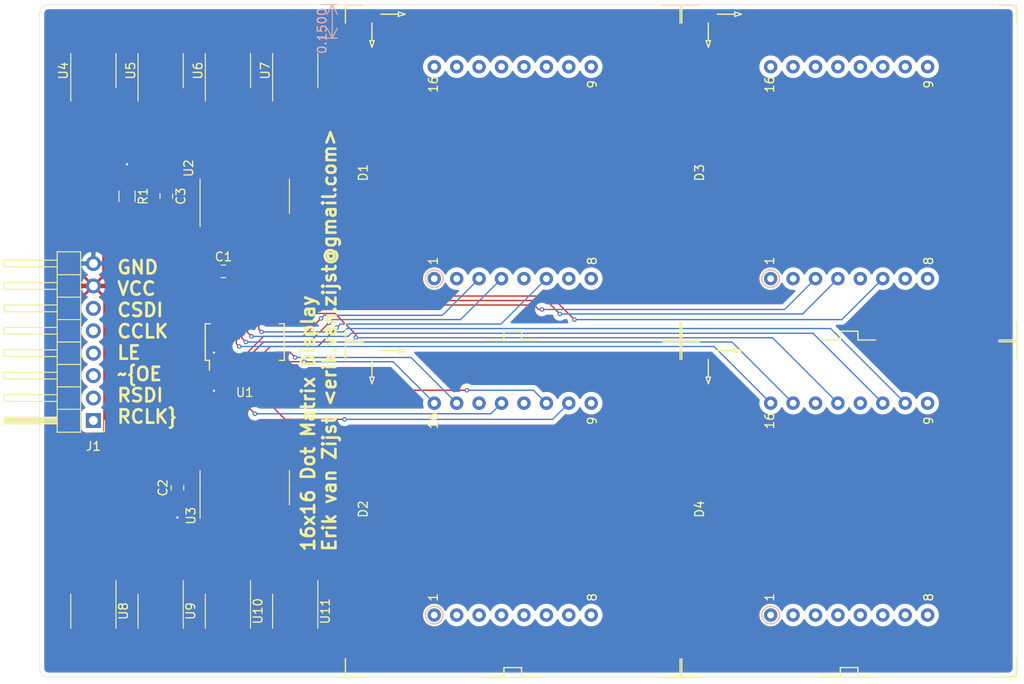
<source format=kicad_pcb>
(kicad_pcb (version 20171130) (host pcbnew "(5.1.5-0-10_14)")

  (general
    (thickness 1.6)
    (drawings 12)
    (tracks 229)
    (zones 0)
    (modules 20)
    (nets 61)
  )

  (page A4)
  (layers
    (0 F.Cu signal)
    (31 B.Cu signal)
    (36 B.SilkS user)
    (37 F.SilkS user)
    (38 B.Mask user)
    (39 F.Mask user)
    (41 Cmts.User user)
    (44 Edge.Cuts user)
    (45 Margin user)
    (46 B.CrtYd user)
    (47 F.CrtYd user)
  )

  (setup
    (last_trace_width 0.3048)
    (user_trace_width 0.1524)
    (user_trace_width 0.3048)
    (trace_clearance 0.1524)
    (zone_clearance 0.508)
    (zone_45_only no)
    (trace_min 0.1524)
    (via_size 0.508)
    (via_drill 0.254)
    (via_min_size 0.508)
    (via_min_drill 0.254)
    (uvia_size 0.3)
    (uvia_drill 0.1)
    (uvias_allowed no)
    (uvia_min_size 0.2)
    (uvia_min_drill 0.1)
    (edge_width 0.05)
    (segment_width 0.2)
    (pcb_text_width 0.3)
    (pcb_text_size 1.5 1.5)
    (mod_edge_width 0.12)
    (mod_text_size 1 1)
    (mod_text_width 0.15)
    (pad_size 1.524 1.524)
    (pad_drill 0.762)
    (pad_to_mask_clearance 0.0508)
    (solder_mask_min_width 0.1016)
    (aux_axis_origin 0 0)
    (visible_elements FFFFFF7F)
    (pcbplotparams
      (layerselection 0x010fc_ffffffff)
      (usegerberextensions false)
      (usegerberattributes false)
      (usegerberadvancedattributes false)
      (creategerberjobfile false)
      (excludeedgelayer true)
      (linewidth 0.100000)
      (plotframeref false)
      (viasonmask false)
      (mode 1)
      (useauxorigin false)
      (hpglpennumber 1)
      (hpglpenspeed 20)
      (hpglpendiameter 15.000000)
      (psnegative false)
      (psa4output false)
      (plotreference true)
      (plotvalue true)
      (plotinvisibletext false)
      (padsonsilk false)
      (subtractmaskfromsilk false)
      (outputformat 1)
      (mirror false)
      (drillshape 1)
      (scaleselection 1)
      (outputdirectory ""))
  )

  (net 0 "")
  (net 1 /COL7)
  (net 2 /COL6)
  (net 3 /ROW2)
  (net 4 /COL0)
  (net 5 /ROW4)
  (net 6 /COL5)
  (net 7 /COL3)
  (net 8 /ROW1)
  (net 9 /ROW3)
  (net 10 /ROW6)
  (net 11 /COL4)
  (net 12 /ROW8)
  (net 13 /COL2)
  (net 14 /COL1)
  (net 15 /ROW7)
  (net 16 /ROW5)
  (net 17 /ROW10)
  (net 18 /ROW12)
  (net 19 /ROW9)
  (net 20 /ROW11)
  (net 21 /ROW14)
  (net 22 /ROW16)
  (net 23 /ROW15)
  (net 24 /ROW13)
  (net 25 /COL15)
  (net 26 /COL14)
  (net 27 /COL8)
  (net 28 /COL13)
  (net 29 /COL11)
  (net 30 /COL12)
  (net 31 /COL10)
  (net 32 /COL9)
  (net 33 VDD)
  (net 34 "Net-(U1-Pad22)")
  (net 35 /~OE)
  (net 36 GND)
  (net 37 "Net-(U2-Pad9)")
  (net 38 "Net-(U3-Pad9)")
  (net 39 "Net-(R1-Pad2)")
  (net 40 /COLSDI)
  (net 41 /COLCLK)
  (net 42 /LE)
  (net 43 /ROWSDI)
  (net 44 /ROWCLK)
  (net 45 "Net-(U2-Pad15)")
  (net 46 "Net-(U2-Pad7)")
  (net 47 "Net-(U2-Pad6)")
  (net 48 "Net-(U2-Pad5)")
  (net 49 "Net-(U2-Pad4)")
  (net 50 "Net-(U2-Pad3)")
  (net 51 "Net-(U2-Pad2)")
  (net 52 "Net-(U2-Pad1)")
  (net 53 "Net-(U3-Pad15)")
  (net 54 "Net-(U11-Pad4)")
  (net 55 "Net-(U11-Pad2)")
  (net 56 "Net-(U10-Pad4)")
  (net 57 "Net-(U10-Pad2)")
  (net 58 "Net-(U3-Pad3)")
  (net 59 "Net-(U3-Pad2)")
  (net 60 "Net-(U3-Pad1)")

  (net_class Default "This is the default net class."
    (clearance 0.1524)
    (trace_width 0.2286)
    (via_dia 0.508)
    (via_drill 0.254)
    (uvia_dia 0.3)
    (uvia_drill 0.1)
    (add_net /COL0)
    (add_net /COL1)
    (add_net /COL10)
    (add_net /COL11)
    (add_net /COL12)
    (add_net /COL13)
    (add_net /COL14)
    (add_net /COL15)
    (add_net /COL2)
    (add_net /COL3)
    (add_net /COL4)
    (add_net /COL5)
    (add_net /COL6)
    (add_net /COL7)
    (add_net /COL8)
    (add_net /COL9)
    (add_net /COLCLK)
    (add_net /COLSDI)
    (add_net /LE)
    (add_net /ROW1)
    (add_net /ROW10)
    (add_net /ROW11)
    (add_net /ROW12)
    (add_net /ROW13)
    (add_net /ROW14)
    (add_net /ROW15)
    (add_net /ROW16)
    (add_net /ROW2)
    (add_net /ROW3)
    (add_net /ROW4)
    (add_net /ROW5)
    (add_net /ROW6)
    (add_net /ROW7)
    (add_net /ROW8)
    (add_net /ROW9)
    (add_net /ROWCLK)
    (add_net /ROWSDI)
    (add_net /~OE)
    (add_net GND)
    (add_net "Net-(R1-Pad2)")
    (add_net "Net-(U1-Pad22)")
    (add_net "Net-(U10-Pad2)")
    (add_net "Net-(U10-Pad4)")
    (add_net "Net-(U11-Pad2)")
    (add_net "Net-(U11-Pad4)")
    (add_net "Net-(U2-Pad1)")
    (add_net "Net-(U2-Pad15)")
    (add_net "Net-(U2-Pad2)")
    (add_net "Net-(U2-Pad3)")
    (add_net "Net-(U2-Pad4)")
    (add_net "Net-(U2-Pad5)")
    (add_net "Net-(U2-Pad6)")
    (add_net "Net-(U2-Pad7)")
    (add_net "Net-(U2-Pad9)")
    (add_net "Net-(U3-Pad1)")
    (add_net "Net-(U3-Pad15)")
    (add_net "Net-(U3-Pad2)")
    (add_net "Net-(U3-Pad3)")
    (add_net "Net-(U3-Pad9)")
    (add_net VDD)
  )

  (net_class Power ""
    (clearance 0.1524)
    (trace_width 0.3048)
    (via_dia 0.508)
    (via_drill 0.254)
    (uvia_dia 0.3)
    (uvia_drill 0.1)
  )

  (module local:SOIC-8_3.9x4.9mm_P1.27mm_widepads (layer F.Cu) (tedit 5EDD6EAE) (tstamp 5EDD85D2)
    (at 147.32 106.045 270)
    (descr "SOIC, 8 Pin (JEDEC MS-012AA, https://www.analog.com/media/en/package-pcb-resources/package/pkg_pdf/soic_narrow-r/r_8.pdf), generated with kicad-footprint-generator ipc_gullwing_generator.py")
    (tags "SOIC SO")
    (path /5F17DCAD)
    (attr smd)
    (fp_text reference U11 (at 0 -3.4 90) (layer F.SilkS)
      (effects (font (size 1 1) (thickness 0.15)))
    )
    (fp_text value P-FET (at 0 3.4 90) (layer F.Fab)
      (effects (font (size 1 1) (thickness 0.15)))
    )
    (fp_text user %R (at 0 0 90) (layer F.Fab)
      (effects (font (size 0.98 0.98) (thickness 0.15)))
    )
    (fp_line (start 3.7 -2.7) (end -3.7 -2.7) (layer F.CrtYd) (width 0.05))
    (fp_line (start 3.7 2.7) (end 3.7 -2.7) (layer F.CrtYd) (width 0.05))
    (fp_line (start -3.7 2.7) (end 3.7 2.7) (layer F.CrtYd) (width 0.05))
    (fp_line (start -3.7 -2.7) (end -3.7 2.7) (layer F.CrtYd) (width 0.05))
    (fp_line (start -1.95 -1.475) (end -0.975 -2.45) (layer F.Fab) (width 0.1))
    (fp_line (start -1.95 2.45) (end -1.95 -1.475) (layer F.Fab) (width 0.1))
    (fp_line (start 1.95 2.45) (end -1.95 2.45) (layer F.Fab) (width 0.1))
    (fp_line (start 1.95 -2.45) (end 1.95 2.45) (layer F.Fab) (width 0.1))
    (fp_line (start -0.975 -2.45) (end 1.95 -2.45) (layer F.Fab) (width 0.1))
    (fp_line (start 0 -2.56) (end -3.45 -2.56) (layer F.SilkS) (width 0.12))
    (fp_line (start 0 -2.56) (end 1.95 -2.56) (layer F.SilkS) (width 0.12))
    (fp_line (start 0 2.56) (end -1.95 2.56) (layer F.SilkS) (width 0.12))
    (fp_line (start 0 2.56) (end 1.95 2.56) (layer F.SilkS) (width 0.12))
    (pad 8 smd roundrect (at 3.175 -1.8415 270) (size 3.302 0.6) (layers F.Cu F.Paste F.Mask) (roundrect_rratio 0.25)
      (net 22 /ROW16))
    (pad 7 smd roundrect (at 3.1735 -0.635 270) (size 3.302 0.6) (layers F.Cu F.Paste F.Mask) (roundrect_rratio 0.25)
      (net 22 /ROW16))
    (pad 6 smd roundrect (at 3.1735 0.635 270) (size 3.302 0.6) (layers F.Cu F.Paste F.Mask) (roundrect_rratio 0.25)
      (net 23 /ROW15))
    (pad 5 smd roundrect (at 3.1735 1.905 270) (size 3.302 0.6) (layers F.Cu F.Paste F.Mask) (roundrect_rratio 0.25)
      (net 23 /ROW15))
    (pad 4 smd roundrect (at -3.1735 1.905 270) (size 3.302 0.6) (layers F.Cu F.Paste F.Mask) (roundrect_rratio 0.25)
      (net 54 "Net-(U11-Pad4)"))
    (pad 3 smd roundrect (at -3.1735 0.635 270) (size 3.302 0.6) (layers F.Cu F.Paste F.Mask) (roundrect_rratio 0.25)
      (net 33 VDD))
    (pad 2 smd roundrect (at -3.1735 -0.635 270) (size 3.302 0.6) (layers F.Cu F.Paste F.Mask) (roundrect_rratio 0.25)
      (net 55 "Net-(U11-Pad2)"))
    (pad 1 smd roundrect (at -3.175 -1.905 270) (size 3.302 0.6) (layers F.Cu F.Paste F.Mask) (roundrect_rratio 0.25)
      (net 33 VDD))
    (model ${KISYS3DMOD}/Package_SO.3dshapes/SOIC-8_3.9x4.9mm_P1.27mm.wrl
      (at (xyz 0 0 0))
      (scale (xyz 1 1 1))
      (rotate (xyz 0 0 0))
    )
  )

  (module local:SOIC-8_3.9x4.9mm_P1.27mm_widepads (layer F.Cu) (tedit 5EDD6EAE) (tstamp 5EDD85B8)
    (at 139.7 106.045 270)
    (descr "SOIC, 8 Pin (JEDEC MS-012AA, https://www.analog.com/media/en/package-pcb-resources/package/pkg_pdf/soic_narrow-r/r_8.pdf), generated with kicad-footprint-generator ipc_gullwing_generator.py")
    (tags "SOIC SO")
    (path /5F17DC99)
    (attr smd)
    (fp_text reference U10 (at 0 -3.4 90) (layer F.SilkS)
      (effects (font (size 1 1) (thickness 0.15)))
    )
    (fp_text value P-FET (at 0 3.4 90) (layer F.Fab)
      (effects (font (size 1 1) (thickness 0.15)))
    )
    (fp_text user %R (at 0 0 90) (layer F.Fab)
      (effects (font (size 0.98 0.98) (thickness 0.15)))
    )
    (fp_line (start 3.7 -2.7) (end -3.7 -2.7) (layer F.CrtYd) (width 0.05))
    (fp_line (start 3.7 2.7) (end 3.7 -2.7) (layer F.CrtYd) (width 0.05))
    (fp_line (start -3.7 2.7) (end 3.7 2.7) (layer F.CrtYd) (width 0.05))
    (fp_line (start -3.7 -2.7) (end -3.7 2.7) (layer F.CrtYd) (width 0.05))
    (fp_line (start -1.95 -1.475) (end -0.975 -2.45) (layer F.Fab) (width 0.1))
    (fp_line (start -1.95 2.45) (end -1.95 -1.475) (layer F.Fab) (width 0.1))
    (fp_line (start 1.95 2.45) (end -1.95 2.45) (layer F.Fab) (width 0.1))
    (fp_line (start 1.95 -2.45) (end 1.95 2.45) (layer F.Fab) (width 0.1))
    (fp_line (start -0.975 -2.45) (end 1.95 -2.45) (layer F.Fab) (width 0.1))
    (fp_line (start 0 -2.56) (end -3.45 -2.56) (layer F.SilkS) (width 0.12))
    (fp_line (start 0 -2.56) (end 1.95 -2.56) (layer F.SilkS) (width 0.12))
    (fp_line (start 0 2.56) (end -1.95 2.56) (layer F.SilkS) (width 0.12))
    (fp_line (start 0 2.56) (end 1.95 2.56) (layer F.SilkS) (width 0.12))
    (pad 8 smd roundrect (at 3.175 -1.8415 270) (size 3.302 0.6) (layers F.Cu F.Paste F.Mask) (roundrect_rratio 0.25)
      (net 21 /ROW14))
    (pad 7 smd roundrect (at 3.1735 -0.635 270) (size 3.302 0.6) (layers F.Cu F.Paste F.Mask) (roundrect_rratio 0.25)
      (net 21 /ROW14))
    (pad 6 smd roundrect (at 3.1735 0.635 270) (size 3.302 0.6) (layers F.Cu F.Paste F.Mask) (roundrect_rratio 0.25)
      (net 24 /ROW13))
    (pad 5 smd roundrect (at 3.1735 1.905 270) (size 3.302 0.6) (layers F.Cu F.Paste F.Mask) (roundrect_rratio 0.25)
      (net 24 /ROW13))
    (pad 4 smd roundrect (at -3.1735 1.905 270) (size 3.302 0.6) (layers F.Cu F.Paste F.Mask) (roundrect_rratio 0.25)
      (net 56 "Net-(U10-Pad4)"))
    (pad 3 smd roundrect (at -3.1735 0.635 270) (size 3.302 0.6) (layers F.Cu F.Paste F.Mask) (roundrect_rratio 0.25)
      (net 33 VDD))
    (pad 2 smd roundrect (at -3.1735 -0.635 270) (size 3.302 0.6) (layers F.Cu F.Paste F.Mask) (roundrect_rratio 0.25)
      (net 57 "Net-(U10-Pad2)"))
    (pad 1 smd roundrect (at -3.175 -1.905 270) (size 3.302 0.6) (layers F.Cu F.Paste F.Mask) (roundrect_rratio 0.25)
      (net 33 VDD))
    (model ${KISYS3DMOD}/Package_SO.3dshapes/SOIC-8_3.9x4.9mm_P1.27mm.wrl
      (at (xyz 0 0 0))
      (scale (xyz 1 1 1))
      (rotate (xyz 0 0 0))
    )
  )

  (module local:SOIC-8_3.9x4.9mm_P1.27mm_widepads (layer F.Cu) (tedit 5EDD6EAE) (tstamp 5EDD859E)
    (at 132.08 106.045 270)
    (descr "SOIC, 8 Pin (JEDEC MS-012AA, https://www.analog.com/media/en/package-pcb-resources/package/pkg_pdf/soic_narrow-r/r_8.pdf), generated with kicad-footprint-generator ipc_gullwing_generator.py")
    (tags "SOIC SO")
    (path /5F17DC85)
    (attr smd)
    (fp_text reference U9 (at 0 -3.4 90) (layer F.SilkS)
      (effects (font (size 1 1) (thickness 0.15)))
    )
    (fp_text value P-FET (at 0 3.4 90) (layer F.Fab)
      (effects (font (size 1 1) (thickness 0.15)))
    )
    (fp_text user %R (at 0 0 90) (layer F.Fab)
      (effects (font (size 0.98 0.98) (thickness 0.15)))
    )
    (fp_line (start 3.7 -2.7) (end -3.7 -2.7) (layer F.CrtYd) (width 0.05))
    (fp_line (start 3.7 2.7) (end 3.7 -2.7) (layer F.CrtYd) (width 0.05))
    (fp_line (start -3.7 2.7) (end 3.7 2.7) (layer F.CrtYd) (width 0.05))
    (fp_line (start -3.7 -2.7) (end -3.7 2.7) (layer F.CrtYd) (width 0.05))
    (fp_line (start -1.95 -1.475) (end -0.975 -2.45) (layer F.Fab) (width 0.1))
    (fp_line (start -1.95 2.45) (end -1.95 -1.475) (layer F.Fab) (width 0.1))
    (fp_line (start 1.95 2.45) (end -1.95 2.45) (layer F.Fab) (width 0.1))
    (fp_line (start 1.95 -2.45) (end 1.95 2.45) (layer F.Fab) (width 0.1))
    (fp_line (start -0.975 -2.45) (end 1.95 -2.45) (layer F.Fab) (width 0.1))
    (fp_line (start 0 -2.56) (end -3.45 -2.56) (layer F.SilkS) (width 0.12))
    (fp_line (start 0 -2.56) (end 1.95 -2.56) (layer F.SilkS) (width 0.12))
    (fp_line (start 0 2.56) (end -1.95 2.56) (layer F.SilkS) (width 0.12))
    (fp_line (start 0 2.56) (end 1.95 2.56) (layer F.SilkS) (width 0.12))
    (pad 8 smd roundrect (at 3.175 -1.8415 270) (size 3.302 0.6) (layers F.Cu F.Paste F.Mask) (roundrect_rratio 0.25)
      (net 18 /ROW12))
    (pad 7 smd roundrect (at 3.1735 -0.635 270) (size 3.302 0.6) (layers F.Cu F.Paste F.Mask) (roundrect_rratio 0.25)
      (net 18 /ROW12))
    (pad 6 smd roundrect (at 3.1735 0.635 270) (size 3.302 0.6) (layers F.Cu F.Paste F.Mask) (roundrect_rratio 0.25)
      (net 20 /ROW11))
    (pad 5 smd roundrect (at 3.1735 1.905 270) (size 3.302 0.6) (layers F.Cu F.Paste F.Mask) (roundrect_rratio 0.25)
      (net 20 /ROW11))
    (pad 4 smd roundrect (at -3.1735 1.905 270) (size 3.302 0.6) (layers F.Cu F.Paste F.Mask) (roundrect_rratio 0.25)
      (net 58 "Net-(U3-Pad3)"))
    (pad 3 smd roundrect (at -3.1735 0.635 270) (size 3.302 0.6) (layers F.Cu F.Paste F.Mask) (roundrect_rratio 0.25)
      (net 33 VDD))
    (pad 2 smd roundrect (at -3.1735 -0.635 270) (size 3.302 0.6) (layers F.Cu F.Paste F.Mask) (roundrect_rratio 0.25)
      (net 59 "Net-(U3-Pad2)"))
    (pad 1 smd roundrect (at -3.175 -1.905 270) (size 3.302 0.6) (layers F.Cu F.Paste F.Mask) (roundrect_rratio 0.25)
      (net 33 VDD))
    (model ${KISYS3DMOD}/Package_SO.3dshapes/SOIC-8_3.9x4.9mm_P1.27mm.wrl
      (at (xyz 0 0 0))
      (scale (xyz 1 1 1))
      (rotate (xyz 0 0 0))
    )
  )

  (module local:SOIC-8_3.9x4.9mm_P1.27mm_widepads (layer F.Cu) (tedit 5EDD6EAE) (tstamp 5EDD8584)
    (at 124.46 106.045 270)
    (descr "SOIC, 8 Pin (JEDEC MS-012AA, https://www.analog.com/media/en/package-pcb-resources/package/pkg_pdf/soic_narrow-r/r_8.pdf), generated with kicad-footprint-generator ipc_gullwing_generator.py")
    (tags "SOIC SO")
    (path /5F17DC71)
    (attr smd)
    (fp_text reference U8 (at 0 -3.4 90) (layer F.SilkS)
      (effects (font (size 1 1) (thickness 0.15)))
    )
    (fp_text value P-FET (at 0 3.4 90) (layer F.Fab)
      (effects (font (size 1 1) (thickness 0.15)))
    )
    (fp_text user %R (at 0 0 90) (layer F.Fab)
      (effects (font (size 0.98 0.98) (thickness 0.15)))
    )
    (fp_line (start 3.7 -2.7) (end -3.7 -2.7) (layer F.CrtYd) (width 0.05))
    (fp_line (start 3.7 2.7) (end 3.7 -2.7) (layer F.CrtYd) (width 0.05))
    (fp_line (start -3.7 2.7) (end 3.7 2.7) (layer F.CrtYd) (width 0.05))
    (fp_line (start -3.7 -2.7) (end -3.7 2.7) (layer F.CrtYd) (width 0.05))
    (fp_line (start -1.95 -1.475) (end -0.975 -2.45) (layer F.Fab) (width 0.1))
    (fp_line (start -1.95 2.45) (end -1.95 -1.475) (layer F.Fab) (width 0.1))
    (fp_line (start 1.95 2.45) (end -1.95 2.45) (layer F.Fab) (width 0.1))
    (fp_line (start 1.95 -2.45) (end 1.95 2.45) (layer F.Fab) (width 0.1))
    (fp_line (start -0.975 -2.45) (end 1.95 -2.45) (layer F.Fab) (width 0.1))
    (fp_line (start 0 -2.56) (end -3.45 -2.56) (layer F.SilkS) (width 0.12))
    (fp_line (start 0 -2.56) (end 1.95 -2.56) (layer F.SilkS) (width 0.12))
    (fp_line (start 0 2.56) (end -1.95 2.56) (layer F.SilkS) (width 0.12))
    (fp_line (start 0 2.56) (end 1.95 2.56) (layer F.SilkS) (width 0.12))
    (pad 8 smd roundrect (at 3.175 -1.8415 270) (size 3.302 0.6) (layers F.Cu F.Paste F.Mask) (roundrect_rratio 0.25)
      (net 17 /ROW10))
    (pad 7 smd roundrect (at 3.1735 -0.635 270) (size 3.302 0.6) (layers F.Cu F.Paste F.Mask) (roundrect_rratio 0.25)
      (net 17 /ROW10))
    (pad 6 smd roundrect (at 3.1735 0.635 270) (size 3.302 0.6) (layers F.Cu F.Paste F.Mask) (roundrect_rratio 0.25)
      (net 19 /ROW9))
    (pad 5 smd roundrect (at 3.1735 1.905 270) (size 3.302 0.6) (layers F.Cu F.Paste F.Mask) (roundrect_rratio 0.25)
      (net 19 /ROW9))
    (pad 4 smd roundrect (at -3.1735 1.905 270) (size 3.302 0.6) (layers F.Cu F.Paste F.Mask) (roundrect_rratio 0.25)
      (net 60 "Net-(U3-Pad1)"))
    (pad 3 smd roundrect (at -3.1735 0.635 270) (size 3.302 0.6) (layers F.Cu F.Paste F.Mask) (roundrect_rratio 0.25)
      (net 33 VDD))
    (pad 2 smd roundrect (at -3.1735 -0.635 270) (size 3.302 0.6) (layers F.Cu F.Paste F.Mask) (roundrect_rratio 0.25)
      (net 53 "Net-(U3-Pad15)"))
    (pad 1 smd roundrect (at -3.175 -1.905 270) (size 3.302 0.6) (layers F.Cu F.Paste F.Mask) (roundrect_rratio 0.25)
      (net 33 VDD))
    (model ${KISYS3DMOD}/Package_SO.3dshapes/SOIC-8_3.9x4.9mm_P1.27mm.wrl
      (at (xyz 0 0 0))
      (scale (xyz 1 1 1))
      (rotate (xyz 0 0 0))
    )
  )

  (module local:SOIC-8_3.9x4.9mm_P1.27mm_widepads (layer F.Cu) (tedit 5EDD6EAE) (tstamp 5EDD856A)
    (at 147.32 44.831 90)
    (descr "SOIC, 8 Pin (JEDEC MS-012AA, https://www.analog.com/media/en/package-pcb-resources/package/pkg_pdf/soic_narrow-r/r_8.pdf), generated with kicad-footprint-generator ipc_gullwing_generator.py")
    (tags "SOIC SO")
    (path /5F15A402)
    (attr smd)
    (fp_text reference U7 (at 0 -3.4 90) (layer F.SilkS)
      (effects (font (size 1 1) (thickness 0.15)))
    )
    (fp_text value P-FET (at 0 3.4 90) (layer F.Fab)
      (effects (font (size 1 1) (thickness 0.15)))
    )
    (fp_text user %R (at 0 0 90) (layer F.Fab)
      (effects (font (size 0.98 0.98) (thickness 0.15)))
    )
    (fp_line (start 3.7 -2.7) (end -3.7 -2.7) (layer F.CrtYd) (width 0.05))
    (fp_line (start 3.7 2.7) (end 3.7 -2.7) (layer F.CrtYd) (width 0.05))
    (fp_line (start -3.7 2.7) (end 3.7 2.7) (layer F.CrtYd) (width 0.05))
    (fp_line (start -3.7 -2.7) (end -3.7 2.7) (layer F.CrtYd) (width 0.05))
    (fp_line (start -1.95 -1.475) (end -0.975 -2.45) (layer F.Fab) (width 0.1))
    (fp_line (start -1.95 2.45) (end -1.95 -1.475) (layer F.Fab) (width 0.1))
    (fp_line (start 1.95 2.45) (end -1.95 2.45) (layer F.Fab) (width 0.1))
    (fp_line (start 1.95 -2.45) (end 1.95 2.45) (layer F.Fab) (width 0.1))
    (fp_line (start -0.975 -2.45) (end 1.95 -2.45) (layer F.Fab) (width 0.1))
    (fp_line (start 0 -2.56) (end -3.45 -2.56) (layer F.SilkS) (width 0.12))
    (fp_line (start 0 -2.56) (end 1.95 -2.56) (layer F.SilkS) (width 0.12))
    (fp_line (start 0 2.56) (end -1.95 2.56) (layer F.SilkS) (width 0.12))
    (fp_line (start 0 2.56) (end 1.95 2.56) (layer F.SilkS) (width 0.12))
    (pad 8 smd roundrect (at 3.175 -1.8415 90) (size 3.302 0.6) (layers F.Cu F.Paste F.Mask) (roundrect_rratio 0.25)
      (net 12 /ROW8))
    (pad 7 smd roundrect (at 3.1735 -0.635 90) (size 3.302 0.6) (layers F.Cu F.Paste F.Mask) (roundrect_rratio 0.25)
      (net 12 /ROW8))
    (pad 6 smd roundrect (at 3.1735 0.635 90) (size 3.302 0.6) (layers F.Cu F.Paste F.Mask) (roundrect_rratio 0.25)
      (net 15 /ROW7))
    (pad 5 smd roundrect (at 3.1735 1.905 90) (size 3.302 0.6) (layers F.Cu F.Paste F.Mask) (roundrect_rratio 0.25)
      (net 15 /ROW7))
    (pad 4 smd roundrect (at -3.1735 1.905 90) (size 3.302 0.6) (layers F.Cu F.Paste F.Mask) (roundrect_rratio 0.25)
      (net 46 "Net-(U2-Pad7)"))
    (pad 3 smd roundrect (at -3.1735 0.635 90) (size 3.302 0.6) (layers F.Cu F.Paste F.Mask) (roundrect_rratio 0.25)
      (net 33 VDD))
    (pad 2 smd roundrect (at -3.1735 -0.635 90) (size 3.302 0.6) (layers F.Cu F.Paste F.Mask) (roundrect_rratio 0.25)
      (net 47 "Net-(U2-Pad6)"))
    (pad 1 smd roundrect (at -3.175 -1.905 90) (size 3.302 0.6) (layers F.Cu F.Paste F.Mask) (roundrect_rratio 0.25)
      (net 33 VDD))
    (model ${KISYS3DMOD}/Package_SO.3dshapes/SOIC-8_3.9x4.9mm_P1.27mm.wrl
      (at (xyz 0 0 0))
      (scale (xyz 1 1 1))
      (rotate (xyz 0 0 0))
    )
  )

  (module local:SOIC-8_3.9x4.9mm_P1.27mm_widepads (layer F.Cu) (tedit 5EDD6EAE) (tstamp 5EDD8550)
    (at 139.7 44.831 90)
    (descr "SOIC, 8 Pin (JEDEC MS-012AA, https://www.analog.com/media/en/package-pcb-resources/package/pkg_pdf/soic_narrow-r/r_8.pdf), generated with kicad-footprint-generator ipc_gullwing_generator.py")
    (tags "SOIC SO")
    (path /5F15A3EE)
    (attr smd)
    (fp_text reference U6 (at 0 -3.4 90) (layer F.SilkS)
      (effects (font (size 1 1) (thickness 0.15)))
    )
    (fp_text value P-FET (at 0 3.4 90) (layer F.Fab)
      (effects (font (size 1 1) (thickness 0.15)))
    )
    (fp_text user %R (at 0 0 90) (layer F.Fab)
      (effects (font (size 0.98 0.98) (thickness 0.15)))
    )
    (fp_line (start 3.7 -2.7) (end -3.7 -2.7) (layer F.CrtYd) (width 0.05))
    (fp_line (start 3.7 2.7) (end 3.7 -2.7) (layer F.CrtYd) (width 0.05))
    (fp_line (start -3.7 2.7) (end 3.7 2.7) (layer F.CrtYd) (width 0.05))
    (fp_line (start -3.7 -2.7) (end -3.7 2.7) (layer F.CrtYd) (width 0.05))
    (fp_line (start -1.95 -1.475) (end -0.975 -2.45) (layer F.Fab) (width 0.1))
    (fp_line (start -1.95 2.45) (end -1.95 -1.475) (layer F.Fab) (width 0.1))
    (fp_line (start 1.95 2.45) (end -1.95 2.45) (layer F.Fab) (width 0.1))
    (fp_line (start 1.95 -2.45) (end 1.95 2.45) (layer F.Fab) (width 0.1))
    (fp_line (start -0.975 -2.45) (end 1.95 -2.45) (layer F.Fab) (width 0.1))
    (fp_line (start 0 -2.56) (end -3.45 -2.56) (layer F.SilkS) (width 0.12))
    (fp_line (start 0 -2.56) (end 1.95 -2.56) (layer F.SilkS) (width 0.12))
    (fp_line (start 0 2.56) (end -1.95 2.56) (layer F.SilkS) (width 0.12))
    (fp_line (start 0 2.56) (end 1.95 2.56) (layer F.SilkS) (width 0.12))
    (pad 8 smd roundrect (at 3.175 -1.8415 90) (size 3.302 0.6) (layers F.Cu F.Paste F.Mask) (roundrect_rratio 0.25)
      (net 10 /ROW6))
    (pad 7 smd roundrect (at 3.1735 -0.635 90) (size 3.302 0.6) (layers F.Cu F.Paste F.Mask) (roundrect_rratio 0.25)
      (net 10 /ROW6))
    (pad 6 smd roundrect (at 3.1735 0.635 90) (size 3.302 0.6) (layers F.Cu F.Paste F.Mask) (roundrect_rratio 0.25)
      (net 16 /ROW5))
    (pad 5 smd roundrect (at 3.1735 1.905 90) (size 3.302 0.6) (layers F.Cu F.Paste F.Mask) (roundrect_rratio 0.25)
      (net 16 /ROW5))
    (pad 4 smd roundrect (at -3.1735 1.905 90) (size 3.302 0.6) (layers F.Cu F.Paste F.Mask) (roundrect_rratio 0.25)
      (net 48 "Net-(U2-Pad5)"))
    (pad 3 smd roundrect (at -3.1735 0.635 90) (size 3.302 0.6) (layers F.Cu F.Paste F.Mask) (roundrect_rratio 0.25)
      (net 33 VDD))
    (pad 2 smd roundrect (at -3.1735 -0.635 90) (size 3.302 0.6) (layers F.Cu F.Paste F.Mask) (roundrect_rratio 0.25)
      (net 49 "Net-(U2-Pad4)"))
    (pad 1 smd roundrect (at -3.175 -1.905 90) (size 3.302 0.6) (layers F.Cu F.Paste F.Mask) (roundrect_rratio 0.25)
      (net 33 VDD))
    (model ${KISYS3DMOD}/Package_SO.3dshapes/SOIC-8_3.9x4.9mm_P1.27mm.wrl
      (at (xyz 0 0 0))
      (scale (xyz 1 1 1))
      (rotate (xyz 0 0 0))
    )
  )

  (module local:SOIC-8_3.9x4.9mm_P1.27mm_widepads (layer F.Cu) (tedit 5EDD6EAE) (tstamp 5EDD8536)
    (at 132.08 44.831 90)
    (descr "SOIC, 8 Pin (JEDEC MS-012AA, https://www.analog.com/media/en/package-pcb-resources/package/pkg_pdf/soic_narrow-r/r_8.pdf), generated with kicad-footprint-generator ipc_gullwing_generator.py")
    (tags "SOIC SO")
    (path /5F137EE0)
    (attr smd)
    (fp_text reference U5 (at 0 -3.4 90) (layer F.SilkS)
      (effects (font (size 1 1) (thickness 0.15)))
    )
    (fp_text value P-FET (at 0 3.4 90) (layer F.Fab)
      (effects (font (size 1 1) (thickness 0.15)))
    )
    (fp_text user %R (at 0 0 90) (layer F.Fab)
      (effects (font (size 0.98 0.98) (thickness 0.15)))
    )
    (fp_line (start 3.7 -2.7) (end -3.7 -2.7) (layer F.CrtYd) (width 0.05))
    (fp_line (start 3.7 2.7) (end 3.7 -2.7) (layer F.CrtYd) (width 0.05))
    (fp_line (start -3.7 2.7) (end 3.7 2.7) (layer F.CrtYd) (width 0.05))
    (fp_line (start -3.7 -2.7) (end -3.7 2.7) (layer F.CrtYd) (width 0.05))
    (fp_line (start -1.95 -1.475) (end -0.975 -2.45) (layer F.Fab) (width 0.1))
    (fp_line (start -1.95 2.45) (end -1.95 -1.475) (layer F.Fab) (width 0.1))
    (fp_line (start 1.95 2.45) (end -1.95 2.45) (layer F.Fab) (width 0.1))
    (fp_line (start 1.95 -2.45) (end 1.95 2.45) (layer F.Fab) (width 0.1))
    (fp_line (start -0.975 -2.45) (end 1.95 -2.45) (layer F.Fab) (width 0.1))
    (fp_line (start 0 -2.56) (end -3.45 -2.56) (layer F.SilkS) (width 0.12))
    (fp_line (start 0 -2.56) (end 1.95 -2.56) (layer F.SilkS) (width 0.12))
    (fp_line (start 0 2.56) (end -1.95 2.56) (layer F.SilkS) (width 0.12))
    (fp_line (start 0 2.56) (end 1.95 2.56) (layer F.SilkS) (width 0.12))
    (pad 8 smd roundrect (at 3.175 -1.8415 90) (size 3.302 0.6) (layers F.Cu F.Paste F.Mask) (roundrect_rratio 0.25)
      (net 5 /ROW4))
    (pad 7 smd roundrect (at 3.1735 -0.635 90) (size 3.302 0.6) (layers F.Cu F.Paste F.Mask) (roundrect_rratio 0.25)
      (net 5 /ROW4))
    (pad 6 smd roundrect (at 3.1735 0.635 90) (size 3.302 0.6) (layers F.Cu F.Paste F.Mask) (roundrect_rratio 0.25)
      (net 9 /ROW3))
    (pad 5 smd roundrect (at 3.1735 1.905 90) (size 3.302 0.6) (layers F.Cu F.Paste F.Mask) (roundrect_rratio 0.25)
      (net 9 /ROW3))
    (pad 4 smd roundrect (at -3.1735 1.905 90) (size 3.302 0.6) (layers F.Cu F.Paste F.Mask) (roundrect_rratio 0.25)
      (net 50 "Net-(U2-Pad3)"))
    (pad 3 smd roundrect (at -3.1735 0.635 90) (size 3.302 0.6) (layers F.Cu F.Paste F.Mask) (roundrect_rratio 0.25)
      (net 33 VDD))
    (pad 2 smd roundrect (at -3.1735 -0.635 90) (size 3.302 0.6) (layers F.Cu F.Paste F.Mask) (roundrect_rratio 0.25)
      (net 51 "Net-(U2-Pad2)"))
    (pad 1 smd roundrect (at -3.175 -1.905 90) (size 3.302 0.6) (layers F.Cu F.Paste F.Mask) (roundrect_rratio 0.25)
      (net 33 VDD))
    (model ${KISYS3DMOD}/Package_SO.3dshapes/SOIC-8_3.9x4.9mm_P1.27mm.wrl
      (at (xyz 0 0 0))
      (scale (xyz 1 1 1))
      (rotate (xyz 0 0 0))
    )
  )

  (module local:SOIC-8_3.9x4.9mm_P1.27mm_widepads (layer F.Cu) (tedit 5EDD6EAE) (tstamp 5EDD8AD0)
    (at 124.46 44.831 90)
    (descr "SOIC, 8 Pin (JEDEC MS-012AA, https://www.analog.com/media/en/package-pcb-resources/package/pkg_pdf/soic_narrow-r/r_8.pdf), generated with kicad-footprint-generator ipc_gullwing_generator.py")
    (tags "SOIC SO")
    (path /5F09B5FB)
    (attr smd)
    (fp_text reference U4 (at 0 -3.4 90) (layer F.SilkS)
      (effects (font (size 1 1) (thickness 0.15)))
    )
    (fp_text value P-FET (at 0 3.4 90) (layer F.Fab)
      (effects (font (size 1 1) (thickness 0.15)))
    )
    (fp_text user %R (at 0 0 90) (layer F.Fab)
      (effects (font (size 0.98 0.98) (thickness 0.15)))
    )
    (fp_line (start 3.7 -2.7) (end -3.7 -2.7) (layer F.CrtYd) (width 0.05))
    (fp_line (start 3.7 2.7) (end 3.7 -2.7) (layer F.CrtYd) (width 0.05))
    (fp_line (start -3.7 2.7) (end 3.7 2.7) (layer F.CrtYd) (width 0.05))
    (fp_line (start -3.7 -2.7) (end -3.7 2.7) (layer F.CrtYd) (width 0.05))
    (fp_line (start -1.95 -1.475) (end -0.975 -2.45) (layer F.Fab) (width 0.1))
    (fp_line (start -1.95 2.45) (end -1.95 -1.475) (layer F.Fab) (width 0.1))
    (fp_line (start 1.95 2.45) (end -1.95 2.45) (layer F.Fab) (width 0.1))
    (fp_line (start 1.95 -2.45) (end 1.95 2.45) (layer F.Fab) (width 0.1))
    (fp_line (start -0.975 -2.45) (end 1.95 -2.45) (layer F.Fab) (width 0.1))
    (fp_line (start 0 -2.56) (end -3.45 -2.56) (layer F.SilkS) (width 0.12))
    (fp_line (start 0 -2.56) (end 1.95 -2.56) (layer F.SilkS) (width 0.12))
    (fp_line (start 0 2.56) (end -1.95 2.56) (layer F.SilkS) (width 0.12))
    (fp_line (start 0 2.56) (end 1.95 2.56) (layer F.SilkS) (width 0.12))
    (pad 8 smd roundrect (at 3.175 -1.8415 90) (size 3.302 0.6) (layers F.Cu F.Paste F.Mask) (roundrect_rratio 0.25)
      (net 3 /ROW2))
    (pad 7 smd roundrect (at 3.1735 -0.635 90) (size 3.302 0.6) (layers F.Cu F.Paste F.Mask) (roundrect_rratio 0.25)
      (net 3 /ROW2))
    (pad 6 smd roundrect (at 3.1735 0.635 90) (size 3.302 0.6) (layers F.Cu F.Paste F.Mask) (roundrect_rratio 0.25)
      (net 8 /ROW1))
    (pad 5 smd roundrect (at 3.1735 1.905 90) (size 3.302 0.6) (layers F.Cu F.Paste F.Mask) (roundrect_rratio 0.25)
      (net 8 /ROW1))
    (pad 4 smd roundrect (at -3.1735 1.905 90) (size 3.302 0.6) (layers F.Cu F.Paste F.Mask) (roundrect_rratio 0.25)
      (net 52 "Net-(U2-Pad1)"))
    (pad 3 smd roundrect (at -3.1735 0.635 90) (size 3.302 0.6) (layers F.Cu F.Paste F.Mask) (roundrect_rratio 0.25)
      (net 33 VDD))
    (pad 2 smd roundrect (at -3.1735 -0.635 90) (size 3.302 0.6) (layers F.Cu F.Paste F.Mask) (roundrect_rratio 0.25)
      (net 45 "Net-(U2-Pad15)"))
    (pad 1 smd roundrect (at -3.175 -1.905 90) (size 3.302 0.6) (layers F.Cu F.Paste F.Mask) (roundrect_rratio 0.25)
      (net 33 VDD))
    (model ${KISYS3DMOD}/Package_SO.3dshapes/SOIC-8_3.9x4.9mm_P1.27mm.wrl
      (at (xyz 0 0 0))
      (scale (xyz 1 1 1))
      (rotate (xyz 0 0 0))
    )
  )

  (module local:LED_8x8_3MM_38x38MM (layer F.Cu) (tedit 5EDC4D70) (tstamp 5EDD0EC9)
    (at 210.058 94.488 90)
    (path /5EE08D61)
    (fp_text reference D4 (at 0 -16.95 90) (layer F.SilkS)
      (effects (font (size 1 1) (thickness 0.15)))
    )
    (fp_text value DISP_LED_MAT_8x8_COM_ANODE (at 0 14.95 90) (layer F.Fab)
      (effects (font (size 1 1) (thickness 0.15)))
    )
    (fp_circle (center -12 -8.89) (end -11 -8.89) (layer B.SilkS) (width 0.15))
    (fp_line (start -17.95 1) (end -18.95 1) (layer F.SilkS) (width 0.15))
    (fp_line (start -17.95 -1) (end -17.95 1) (layer F.SilkS) (width 0.15))
    (fp_line (start -18.95 -1) (end -17.95 -1) (layer F.SilkS) (width 0.15))
    (fp_circle (center -12 -8.89) (end -12 -7.89) (layer F.SilkS) (width 0.15))
    (fp_text user 1 (at -10 -9 90) (layer F.SilkS)
      (effects (font (size 1 1) (thickness 0.15)))
    )
    (fp_text user 8 (at -10 9 90) (layer F.SilkS)
      (effects (font (size 1 1) (thickness 0.15)))
    )
    (fp_text user 9 (at 10 9 90) (layer F.SilkS)
      (effects (font (size 1 1) (thickness 0.15)))
    )
    (fp_text user 16 (at 10 -9 90) (layer F.SilkS)
      (effects (font (size 1 1) (thickness 0.15)))
    )
    (fp_line (start 16.95 -15.95) (end 14.95 -15.95) (layer F.SilkS) (width 0.15))
    (fp_line (start 17.95 -14.95) (end 17.95 -12.95) (layer F.SilkS) (width 0.15))
    (fp_line (start 14.2 -15.95) (end 14.95 -15.7) (layer F.SilkS) (width 0.15))
    (fp_line (start 14.95 -16.2) (end 14.2 -15.95) (layer F.SilkS) (width 0.15))
    (fp_line (start 14.95 -15.7) (end 14.95 -16.2) (layer F.SilkS) (width 0.15))
    (fp_line (start 17.95 -12.2) (end 17.7 -12.95) (layer F.SilkS) (width 0.15))
    (fp_line (start 18.2 -12.95) (end 17.95 -12.2) (layer F.SilkS) (width 0.15))
    (fp_line (start 17.7 -12.95) (end 18.2 -12.95) (layer F.SilkS) (width 0.15))
    (fp_line (start -18.95 -16.95) (end -18.95 -18.95) (layer F.SilkS) (width 0.15))
    (fp_line (start -18.95 -18.95) (end -16.95 -18.95) (layer F.SilkS) (width 0.15))
    (fp_line (start 16.95 -18.95) (end 18.95 -18.95) (layer F.SilkS) (width 0.15))
    (fp_line (start 18.95 -18.95) (end 18.95 -16.95) (layer F.SilkS) (width 0.15))
    (fp_line (start -16.95 18.95) (end -18.95 18.95) (layer F.SilkS) (width 0.15))
    (fp_line (start -18.95 18.95) (end -18.95 16.95) (layer F.SilkS) (width 0.15))
    (fp_line (start 18.95 16.95) (end 18.95 18.95) (layer F.SilkS) (width 0.15))
    (fp_line (start 18.95 18.95) (end 16.95 18.95) (layer F.SilkS) (width 0.15))
    (fp_line (start -18.95 -1) (end -18.95 -3) (layer F.SilkS) (width 0.15))
    (fp_line (start -18.95 1) (end -18.95 3) (layer F.SilkS) (width 0.15))
    (pad 16 thru_hole circle (at 12 -8.89 90) (size 1.524 1.524) (drill 0.762) (layers *.Cu *.Mask)
      (net 25 /COL15))
    (pad 15 thru_hole circle (at 12 -6.35 90) (size 1.524 1.524) (drill 0.762) (layers *.Cu *.Mask)
      (net 26 /COL14))
    (pad 14 thru_hole circle (at 12 -3.81 90) (size 1.524 1.524) (drill 0.762) (layers *.Cu *.Mask)
      (net 17 /ROW10))
    (pad 13 thru_hole circle (at 12 -1.27 90) (size 1.524 1.524) (drill 0.762) (layers *.Cu *.Mask)
      (net 27 /COL8))
    (pad 12 thru_hole circle (at 12 1.27 90) (size 1.524 1.524) (drill 0.762) (layers *.Cu *.Mask)
      (net 18 /ROW12))
    (pad 11 thru_hole circle (at 12 3.81 90) (size 1.524 1.524) (drill 0.762) (layers *.Cu *.Mask)
      (net 28 /COL13))
    (pad 10 thru_hole circle (at 12 6.35 90) (size 1.524 1.524) (drill 0.762) (layers *.Cu *.Mask)
      (net 29 /COL11))
    (pad 9 thru_hole circle (at 12 8.89 90) (size 1.524 1.524) (drill 0.762) (layers *.Cu *.Mask)
      (net 19 /ROW9))
    (pad 8 thru_hole circle (at -12 8.89 90) (size 1.524 1.524) (drill 0.762) (layers *.Cu *.Mask)
      (net 20 /ROW11))
    (pad 7 thru_hole circle (at -12 6.35 90) (size 1.524 1.524) (drill 0.762) (layers *.Cu *.Mask)
      (net 21 /ROW14))
    (pad 6 thru_hole circle (at -12 3.81 90) (size 1.524 1.524) (drill 0.762) (layers *.Cu *.Mask)
      (net 30 /COL12))
    (pad 5 thru_hole circle (at -12 1.27 90) (size 1.524 1.524) (drill 0.762) (layers *.Cu *.Mask)
      (net 22 /ROW16))
    (pad 4 thru_hole circle (at -12 -1.27 90) (size 1.524 1.524) (drill 0.762) (layers *.Cu *.Mask)
      (net 31 /COL10))
    (pad 3 thru_hole circle (at -12 -3.81 90) (size 1.524 1.524) (drill 0.762) (layers *.Cu *.Mask)
      (net 32 /COL9))
    (pad 2 thru_hole circle (at -12 -6.35 90) (size 1.524 1.524) (drill 0.762) (layers *.Cu *.Mask)
      (net 23 /ROW15))
    (pad 1 thru_hole circle (at -12 -8.89 90) (size 1.524 1.524) (drill 0.762) (layers *.Cu *.Mask)
      (net 24 /ROW13))
    (model ${KISYS3DMOD}/akn.3dshapes/LED_1088.x3d
      (offset (xyz 0 0 2))
      (scale (xyz 4 4 4))
      (rotate (xyz -90 0 0))
    )
  )

  (module local:LED_8x8_3MM_38x38MM (layer F.Cu) (tedit 5EDC4D70) (tstamp 5EDD0D28)
    (at 210.058 56.388 90)
    (path /5EDE1F36)
    (fp_text reference D3 (at 0 -16.95 90) (layer F.SilkS)
      (effects (font (size 1 1) (thickness 0.15)))
    )
    (fp_text value DISP_LED_MAT_8x8_COM_ANODE (at 0 14.95 90) (layer F.Fab)
      (effects (font (size 1 1) (thickness 0.15)))
    )
    (fp_circle (center -12 -8.89) (end -11 -8.89) (layer B.SilkS) (width 0.15))
    (fp_line (start -17.95 1) (end -18.95 1) (layer F.SilkS) (width 0.15))
    (fp_line (start -17.95 -1) (end -17.95 1) (layer F.SilkS) (width 0.15))
    (fp_line (start -18.95 -1) (end -17.95 -1) (layer F.SilkS) (width 0.15))
    (fp_circle (center -12 -8.89) (end -12 -7.89) (layer F.SilkS) (width 0.15))
    (fp_text user 1 (at -10 -9 90) (layer F.SilkS)
      (effects (font (size 1 1) (thickness 0.15)))
    )
    (fp_text user 8 (at -10 9 90) (layer F.SilkS)
      (effects (font (size 1 1) (thickness 0.15)))
    )
    (fp_text user 9 (at 10 9 90) (layer F.SilkS)
      (effects (font (size 1 1) (thickness 0.15)))
    )
    (fp_text user 16 (at 10 -9 90) (layer F.SilkS)
      (effects (font (size 1 1) (thickness 0.15)))
    )
    (fp_line (start 16.95 -15.95) (end 14.95 -15.95) (layer F.SilkS) (width 0.15))
    (fp_line (start 17.95 -14.95) (end 17.95 -12.95) (layer F.SilkS) (width 0.15))
    (fp_line (start 14.2 -15.95) (end 14.95 -15.7) (layer F.SilkS) (width 0.15))
    (fp_line (start 14.95 -16.2) (end 14.2 -15.95) (layer F.SilkS) (width 0.15))
    (fp_line (start 14.95 -15.7) (end 14.95 -16.2) (layer F.SilkS) (width 0.15))
    (fp_line (start 17.95 -12.2) (end 17.7 -12.95) (layer F.SilkS) (width 0.15))
    (fp_line (start 18.2 -12.95) (end 17.95 -12.2) (layer F.SilkS) (width 0.15))
    (fp_line (start 17.7 -12.95) (end 18.2 -12.95) (layer F.SilkS) (width 0.15))
    (fp_line (start -18.95 -16.95) (end -18.95 -18.95) (layer F.SilkS) (width 0.15))
    (fp_line (start -18.95 -18.95) (end -16.95 -18.95) (layer F.SilkS) (width 0.15))
    (fp_line (start 16.95 -18.95) (end 18.95 -18.95) (layer F.SilkS) (width 0.15))
    (fp_line (start 18.95 -18.95) (end 18.95 -16.95) (layer F.SilkS) (width 0.15))
    (fp_line (start -16.95 18.95) (end -18.95 18.95) (layer F.SilkS) (width 0.15))
    (fp_line (start -18.95 18.95) (end -18.95 16.95) (layer F.SilkS) (width 0.15))
    (fp_line (start 18.95 16.95) (end 18.95 18.95) (layer F.SilkS) (width 0.15))
    (fp_line (start 18.95 18.95) (end 16.95 18.95) (layer F.SilkS) (width 0.15))
    (fp_line (start -18.95 -1) (end -18.95 -3) (layer F.SilkS) (width 0.15))
    (fp_line (start -18.95 1) (end -18.95 3) (layer F.SilkS) (width 0.15))
    (pad 16 thru_hole circle (at 12 -8.89 90) (size 1.524 1.524) (drill 0.762) (layers *.Cu *.Mask)
      (net 25 /COL15))
    (pad 15 thru_hole circle (at 12 -6.35 90) (size 1.524 1.524) (drill 0.762) (layers *.Cu *.Mask)
      (net 26 /COL14))
    (pad 14 thru_hole circle (at 12 -3.81 90) (size 1.524 1.524) (drill 0.762) (layers *.Cu *.Mask)
      (net 3 /ROW2))
    (pad 13 thru_hole circle (at 12 -1.27 90) (size 1.524 1.524) (drill 0.762) (layers *.Cu *.Mask)
      (net 27 /COL8))
    (pad 12 thru_hole circle (at 12 1.27 90) (size 1.524 1.524) (drill 0.762) (layers *.Cu *.Mask)
      (net 5 /ROW4))
    (pad 11 thru_hole circle (at 12 3.81 90) (size 1.524 1.524) (drill 0.762) (layers *.Cu *.Mask)
      (net 28 /COL13))
    (pad 10 thru_hole circle (at 12 6.35 90) (size 1.524 1.524) (drill 0.762) (layers *.Cu *.Mask)
      (net 29 /COL11))
    (pad 9 thru_hole circle (at 12 8.89 90) (size 1.524 1.524) (drill 0.762) (layers *.Cu *.Mask)
      (net 8 /ROW1))
    (pad 8 thru_hole circle (at -12 8.89 90) (size 1.524 1.524) (drill 0.762) (layers *.Cu *.Mask)
      (net 9 /ROW3))
    (pad 7 thru_hole circle (at -12 6.35 90) (size 1.524 1.524) (drill 0.762) (layers *.Cu *.Mask)
      (net 10 /ROW6))
    (pad 6 thru_hole circle (at -12 3.81 90) (size 1.524 1.524) (drill 0.762) (layers *.Cu *.Mask)
      (net 30 /COL12))
    (pad 5 thru_hole circle (at -12 1.27 90) (size 1.524 1.524) (drill 0.762) (layers *.Cu *.Mask)
      (net 12 /ROW8))
    (pad 4 thru_hole circle (at -12 -1.27 90) (size 1.524 1.524) (drill 0.762) (layers *.Cu *.Mask)
      (net 31 /COL10))
    (pad 3 thru_hole circle (at -12 -3.81 90) (size 1.524 1.524) (drill 0.762) (layers *.Cu *.Mask)
      (net 32 /COL9))
    (pad 2 thru_hole circle (at -12 -6.35 90) (size 1.524 1.524) (drill 0.762) (layers *.Cu *.Mask)
      (net 15 /ROW7))
    (pad 1 thru_hole circle (at -12 -8.89 90) (size 1.524 1.524) (drill 0.762) (layers *.Cu *.Mask)
      (net 16 /ROW5))
    (model ${KISYS3DMOD}/akn.3dshapes/LED_1088.x3d
      (offset (xyz 0 0 2))
      (scale (xyz 4 4 4))
      (rotate (xyz -90 0 0))
    )
  )

  (module local:LED_8x8_3MM_38x38MM (layer F.Cu) (tedit 5EDC4D70) (tstamp 5ED43BFE)
    (at 171.958 94.491 90)
    (path /5EE08D5B)
    (fp_text reference D2 (at 0 -16.95 90) (layer F.SilkS)
      (effects (font (size 1 1) (thickness 0.15)))
    )
    (fp_text value DISP_LED_MAT_8x8_COM_ANODE (at 0 14.95 90) (layer F.Fab)
      (effects (font (size 1 1) (thickness 0.15)))
    )
    (fp_circle (center -12 -8.89) (end -11 -8.89) (layer B.SilkS) (width 0.15))
    (fp_line (start -17.95 1) (end -18.95 1) (layer F.SilkS) (width 0.15))
    (fp_line (start -17.95 -1) (end -17.95 1) (layer F.SilkS) (width 0.15))
    (fp_line (start -18.95 -1) (end -17.95 -1) (layer F.SilkS) (width 0.15))
    (fp_circle (center -12 -8.89) (end -12 -7.89) (layer F.SilkS) (width 0.15))
    (fp_text user 1 (at -10 -9 90) (layer F.SilkS)
      (effects (font (size 1 1) (thickness 0.15)))
    )
    (fp_text user 8 (at -10 9 90) (layer F.SilkS)
      (effects (font (size 1 1) (thickness 0.15)))
    )
    (fp_text user 9 (at 10 9 90) (layer F.SilkS)
      (effects (font (size 1 1) (thickness 0.15)))
    )
    (fp_text user 16 (at 10 -9 90) (layer F.SilkS)
      (effects (font (size 1 1) (thickness 0.15)))
    )
    (fp_line (start 16.95 -15.95) (end 14.95 -15.95) (layer F.SilkS) (width 0.15))
    (fp_line (start 17.95 -14.95) (end 17.95 -12.95) (layer F.SilkS) (width 0.15))
    (fp_line (start 14.2 -15.95) (end 14.95 -15.7) (layer F.SilkS) (width 0.15))
    (fp_line (start 14.95 -16.2) (end 14.2 -15.95) (layer F.SilkS) (width 0.15))
    (fp_line (start 14.95 -15.7) (end 14.95 -16.2) (layer F.SilkS) (width 0.15))
    (fp_line (start 17.95 -12.2) (end 17.7 -12.95) (layer F.SilkS) (width 0.15))
    (fp_line (start 18.2 -12.95) (end 17.95 -12.2) (layer F.SilkS) (width 0.15))
    (fp_line (start 17.7 -12.95) (end 18.2 -12.95) (layer F.SilkS) (width 0.15))
    (fp_line (start -18.95 -16.95) (end -18.95 -18.95) (layer F.SilkS) (width 0.15))
    (fp_line (start -18.95 -18.95) (end -16.95 -18.95) (layer F.SilkS) (width 0.15))
    (fp_line (start 16.95 -18.95) (end 18.95 -18.95) (layer F.SilkS) (width 0.15))
    (fp_line (start 18.95 -18.95) (end 18.95 -16.95) (layer F.SilkS) (width 0.15))
    (fp_line (start -16.95 18.95) (end -18.95 18.95) (layer F.SilkS) (width 0.15))
    (fp_line (start -18.95 18.95) (end -18.95 16.95) (layer F.SilkS) (width 0.15))
    (fp_line (start 18.95 16.95) (end 18.95 18.95) (layer F.SilkS) (width 0.15))
    (fp_line (start 18.95 18.95) (end 16.95 18.95) (layer F.SilkS) (width 0.15))
    (fp_line (start -18.95 -1) (end -18.95 -3) (layer F.SilkS) (width 0.15))
    (fp_line (start -18.95 1) (end -18.95 3) (layer F.SilkS) (width 0.15))
    (pad 16 thru_hole circle (at 12 -8.89 90) (size 1.524 1.524) (drill 0.762) (layers *.Cu *.Mask)
      (net 1 /COL7))
    (pad 15 thru_hole circle (at 12 -6.35 90) (size 1.524 1.524) (drill 0.762) (layers *.Cu *.Mask)
      (net 2 /COL6))
    (pad 14 thru_hole circle (at 12 -3.81 90) (size 1.524 1.524) (drill 0.762) (layers *.Cu *.Mask)
      (net 17 /ROW10))
    (pad 13 thru_hole circle (at 12 -1.27 90) (size 1.524 1.524) (drill 0.762) (layers *.Cu *.Mask)
      (net 4 /COL0))
    (pad 12 thru_hole circle (at 12 1.27 90) (size 1.524 1.524) (drill 0.762) (layers *.Cu *.Mask)
      (net 18 /ROW12))
    (pad 11 thru_hole circle (at 12 3.81 90) (size 1.524 1.524) (drill 0.762) (layers *.Cu *.Mask)
      (net 6 /COL5))
    (pad 10 thru_hole circle (at 12 6.35 90) (size 1.524 1.524) (drill 0.762) (layers *.Cu *.Mask)
      (net 7 /COL3))
    (pad 9 thru_hole circle (at 12 8.89 90) (size 1.524 1.524) (drill 0.762) (layers *.Cu *.Mask)
      (net 19 /ROW9))
    (pad 8 thru_hole circle (at -12 8.89 90) (size 1.524 1.524) (drill 0.762) (layers *.Cu *.Mask)
      (net 20 /ROW11))
    (pad 7 thru_hole circle (at -12 6.35 90) (size 1.524 1.524) (drill 0.762) (layers *.Cu *.Mask)
      (net 21 /ROW14))
    (pad 6 thru_hole circle (at -12 3.81 90) (size 1.524 1.524) (drill 0.762) (layers *.Cu *.Mask)
      (net 11 /COL4))
    (pad 5 thru_hole circle (at -12 1.27 90) (size 1.524 1.524) (drill 0.762) (layers *.Cu *.Mask)
      (net 22 /ROW16))
    (pad 4 thru_hole circle (at -12 -1.27 90) (size 1.524 1.524) (drill 0.762) (layers *.Cu *.Mask)
      (net 13 /COL2))
    (pad 3 thru_hole circle (at -12 -3.81 90) (size 1.524 1.524) (drill 0.762) (layers *.Cu *.Mask)
      (net 14 /COL1))
    (pad 2 thru_hole circle (at -12 -6.35 90) (size 1.524 1.524) (drill 0.762) (layers *.Cu *.Mask)
      (net 23 /ROW15))
    (pad 1 thru_hole circle (at -12 -8.89 90) (size 1.524 1.524) (drill 0.762) (layers *.Cu *.Mask)
      (net 24 /ROW13))
    (model ${KISYS3DMOD}/akn.3dshapes/LED_1088.x3d
      (offset (xyz 0 0 2))
      (scale (xyz 4 4 4))
      (rotate (xyz -90 0 0))
    )
  )

  (module local:LED_8x8_3MM_38x38MM (layer F.Cu) (tedit 5EDC4D70) (tstamp 5ED43BCB)
    (at 171.958 56.388 90)
    (path /5EDDDB47)
    (fp_text reference D1 (at 0 -16.95 90) (layer F.SilkS)
      (effects (font (size 1 1) (thickness 0.15)))
    )
    (fp_text value DISP_LED_MAT_8x8_COM_ANODE (at 0 14.95 90) (layer F.Fab)
      (effects (font (size 1 1) (thickness 0.15)))
    )
    (fp_circle (center -12 -8.89) (end -11 -8.89) (layer B.SilkS) (width 0.15))
    (fp_line (start -17.95 1) (end -18.95 1) (layer F.SilkS) (width 0.15))
    (fp_line (start -17.95 -1) (end -17.95 1) (layer F.SilkS) (width 0.15))
    (fp_line (start -18.95 -1) (end -17.95 -1) (layer F.SilkS) (width 0.15))
    (fp_circle (center -12 -8.89) (end -12 -7.89) (layer F.SilkS) (width 0.15))
    (fp_text user 1 (at -10 -9 90) (layer F.SilkS)
      (effects (font (size 1 1) (thickness 0.15)))
    )
    (fp_text user 8 (at -10 9 90) (layer F.SilkS)
      (effects (font (size 1 1) (thickness 0.15)))
    )
    (fp_text user 9 (at 10 9 90) (layer F.SilkS)
      (effects (font (size 1 1) (thickness 0.15)))
    )
    (fp_text user 16 (at 10 -9 90) (layer F.SilkS)
      (effects (font (size 1 1) (thickness 0.15)))
    )
    (fp_line (start 16.95 -15.95) (end 14.95 -15.95) (layer F.SilkS) (width 0.15))
    (fp_line (start 17.95 -14.95) (end 17.95 -12.95) (layer F.SilkS) (width 0.15))
    (fp_line (start 14.2 -15.95) (end 14.95 -15.7) (layer F.SilkS) (width 0.15))
    (fp_line (start 14.95 -16.2) (end 14.2 -15.95) (layer F.SilkS) (width 0.15))
    (fp_line (start 14.95 -15.7) (end 14.95 -16.2) (layer F.SilkS) (width 0.15))
    (fp_line (start 17.95 -12.2) (end 17.7 -12.95) (layer F.SilkS) (width 0.15))
    (fp_line (start 18.2 -12.95) (end 17.95 -12.2) (layer F.SilkS) (width 0.15))
    (fp_line (start 17.7 -12.95) (end 18.2 -12.95) (layer F.SilkS) (width 0.15))
    (fp_line (start -18.95 -16.95) (end -18.95 -18.95) (layer F.SilkS) (width 0.15))
    (fp_line (start -18.95 -18.95) (end -16.95 -18.95) (layer F.SilkS) (width 0.15))
    (fp_line (start 16.95 -18.95) (end 18.95 -18.95) (layer F.SilkS) (width 0.15))
    (fp_line (start 18.95 -18.95) (end 18.95 -16.95) (layer F.SilkS) (width 0.15))
    (fp_line (start -16.95 18.95) (end -18.95 18.95) (layer F.SilkS) (width 0.15))
    (fp_line (start -18.95 18.95) (end -18.95 16.95) (layer F.SilkS) (width 0.15))
    (fp_line (start 18.95 16.95) (end 18.95 18.95) (layer F.SilkS) (width 0.15))
    (fp_line (start 18.95 18.95) (end 16.95 18.95) (layer F.SilkS) (width 0.15))
    (fp_line (start -18.95 -1) (end -18.95 -3) (layer F.SilkS) (width 0.15))
    (fp_line (start -18.95 1) (end -18.95 3) (layer F.SilkS) (width 0.15))
    (pad 16 thru_hole circle (at 12 -8.89 90) (size 1.524 1.524) (drill 0.762) (layers *.Cu *.Mask)
      (net 1 /COL7))
    (pad 15 thru_hole circle (at 12 -6.35 90) (size 1.524 1.524) (drill 0.762) (layers *.Cu *.Mask)
      (net 2 /COL6))
    (pad 14 thru_hole circle (at 12 -3.81 90) (size 1.524 1.524) (drill 0.762) (layers *.Cu *.Mask)
      (net 3 /ROW2))
    (pad 13 thru_hole circle (at 12 -1.27 90) (size 1.524 1.524) (drill 0.762) (layers *.Cu *.Mask)
      (net 4 /COL0))
    (pad 12 thru_hole circle (at 12 1.27 90) (size 1.524 1.524) (drill 0.762) (layers *.Cu *.Mask)
      (net 5 /ROW4))
    (pad 11 thru_hole circle (at 12 3.81 90) (size 1.524 1.524) (drill 0.762) (layers *.Cu *.Mask)
      (net 6 /COL5))
    (pad 10 thru_hole circle (at 12 6.35 90) (size 1.524 1.524) (drill 0.762) (layers *.Cu *.Mask)
      (net 7 /COL3))
    (pad 9 thru_hole circle (at 12 8.89 90) (size 1.524 1.524) (drill 0.762) (layers *.Cu *.Mask)
      (net 8 /ROW1))
    (pad 8 thru_hole circle (at -12 8.89 90) (size 1.524 1.524) (drill 0.762) (layers *.Cu *.Mask)
      (net 9 /ROW3))
    (pad 7 thru_hole circle (at -12 6.35 90) (size 1.524 1.524) (drill 0.762) (layers *.Cu *.Mask)
      (net 10 /ROW6))
    (pad 6 thru_hole circle (at -12 3.81 90) (size 1.524 1.524) (drill 0.762) (layers *.Cu *.Mask)
      (net 11 /COL4))
    (pad 5 thru_hole circle (at -12 1.27 90) (size 1.524 1.524) (drill 0.762) (layers *.Cu *.Mask)
      (net 12 /ROW8))
    (pad 4 thru_hole circle (at -12 -1.27 90) (size 1.524 1.524) (drill 0.762) (layers *.Cu *.Mask)
      (net 13 /COL2))
    (pad 3 thru_hole circle (at -12 -3.81 90) (size 1.524 1.524) (drill 0.762) (layers *.Cu *.Mask)
      (net 14 /COL1))
    (pad 2 thru_hole circle (at -12 -6.35 90) (size 1.524 1.524) (drill 0.762) (layers *.Cu *.Mask)
      (net 15 /ROW7))
    (pad 1 thru_hole circle (at -12 -8.89 90) (size 1.524 1.524) (drill 0.762) (layers *.Cu *.Mask)
      (net 16 /ROW5))
    (model ${KISYS3DMOD}/akn.3dshapes/LED_1088.x3d
      (offset (xyz 0 0 2))
      (scale (xyz 4 4 4))
      (rotate (xyz -90 0 0))
    )
  )

  (module local:SSOP-24_3.9x8.7mm_P0.635mm_widepads (layer F.Cu) (tedit 5EDC492A) (tstamp 5ED43C91)
    (at 141.605 75.565 90)
    (descr "SSOP24: plastic shrink small outline package; 24 leads; body width 3.9 mm; lead pitch 0.635; (see NXP SSOP-TSSOP-VSO-REFLOW.pdf and sot556-1_po.pdf)")
    (tags "SSOP 0.635")
    (path /5EE0C466)
    (attr smd)
    (fp_text reference U1 (at -5.715 0 180) (layer F.SilkS)
      (effects (font (size 1 1) (thickness 0.15)))
    )
    (fp_text value TLC59025 (at 0 5.4 90) (layer F.Fab)
      (effects (font (size 1 1) (thickness 0.15)))
    )
    (fp_text user %R (at 0 0 90) (layer F.Fab)
      (effects (font (size 0.8 0.8) (thickness 0.15)))
    )
    (fp_line (start -2.075 -4) (end -3.2 -4) (layer F.SilkS) (width 0.15))
    (fp_line (start -2.075 4.475) (end 2.075 4.475) (layer F.SilkS) (width 0.15))
    (fp_line (start -2.075 -4.475) (end 2.075 -4.475) (layer F.SilkS) (width 0.15))
    (fp_line (start -2.075 4.475) (end -2.075 3.9175) (layer F.SilkS) (width 0.15))
    (fp_line (start 2.075 4.475) (end 2.075 3.9175) (layer F.SilkS) (width 0.15))
    (fp_line (start 2.075 -4.475) (end 2.075 -3.9175) (layer F.SilkS) (width 0.15))
    (fp_line (start -2.075 -4.475) (end -2.075 -4) (layer F.SilkS) (width 0.15))
    (fp_line (start -3.45 4.65) (end 3.45 4.65) (layer F.CrtYd) (width 0.05))
    (fp_line (start -3.45 -4.65) (end 3.45 -4.65) (layer F.CrtYd) (width 0.05))
    (fp_line (start 3.45 -4.65) (end 3.45 4.65) (layer F.CrtYd) (width 0.05))
    (fp_line (start -3.45 -4.65) (end -3.45 4.65) (layer F.CrtYd) (width 0.05))
    (fp_line (start -1.95 -3.35) (end -0.95 -4.35) (layer F.Fab) (width 0.15))
    (fp_line (start -1.95 4.35) (end -1.95 -3.35) (layer F.Fab) (width 0.15))
    (fp_line (start 1.95 4.35) (end -1.95 4.35) (layer F.Fab) (width 0.15))
    (fp_line (start 1.95 -4.35) (end 1.95 4.35) (layer F.Fab) (width 0.15))
    (fp_line (start -0.95 -4.35) (end 1.95 -4.35) (layer F.Fab) (width 0.15))
    (pad 24 smd rect (at 3.2385 -3.4925 90) (size 2.54 0.4) (layers F.Cu F.Paste F.Mask)
      (net 33 VDD))
    (pad 23 smd rect (at 3.235 -2.8575 90) (size 2.54 0.4) (layers F.Cu F.Paste F.Mask)
      (net 39 "Net-(R1-Pad2)"))
    (pad 22 smd rect (at 3.235 -2.2225 90) (size 2.54 0.4) (layers F.Cu F.Paste F.Mask)
      (net 34 "Net-(U1-Pad22)"))
    (pad 21 smd rect (at 3.235 -1.5875 90) (size 2.54 0.4) (layers F.Cu F.Paste F.Mask)
      (net 35 /~OE))
    (pad 20 smd rect (at 3.235 -0.9525 90) (size 2.54 0.4) (layers F.Cu F.Paste F.Mask)
      (net 25 /COL15))
    (pad 19 smd rect (at 3.235 -0.3175 90) (size 2.54 0.4) (layers F.Cu F.Paste F.Mask)
      (net 26 /COL14))
    (pad 18 smd rect (at 3.235 0.3175 90) (size 2.54 0.4) (layers F.Cu F.Paste F.Mask)
      (net 28 /COL13))
    (pad 17 smd rect (at 3.235 0.9525 90) (size 2.54 0.4) (layers F.Cu F.Paste F.Mask)
      (net 30 /COL12))
    (pad 16 smd rect (at 3.235 1.5875 90) (size 2.54 0.4) (layers F.Cu F.Paste F.Mask)
      (net 29 /COL11))
    (pad 15 smd rect (at 3.235 2.2225 90) (size 2.54 0.4) (layers F.Cu F.Paste F.Mask)
      (net 31 /COL10))
    (pad 14 smd rect (at 3.235 2.8575 90) (size 2.54 0.4) (layers F.Cu F.Paste F.Mask)
      (net 32 /COL9))
    (pad 13 smd rect (at 3.235 3.4925 90) (size 2.54 0.4) (layers F.Cu F.Paste F.Mask)
      (net 27 /COL8))
    (pad 12 smd rect (at -3.235 3.4925 90) (size 2.54 0.4) (layers F.Cu F.Paste F.Mask)
      (net 1 /COL7))
    (pad 11 smd rect (at -3.235 2.8575 90) (size 2.54 0.4) (layers F.Cu F.Paste F.Mask)
      (net 2 /COL6))
    (pad 10 smd rect (at -3.235 2.2225 90) (size 2.54 0.4) (layers F.Cu F.Paste F.Mask)
      (net 6 /COL5))
    (pad 9 smd rect (at -3.235 1.5875 90) (size 2.54 0.4) (layers F.Cu F.Paste F.Mask)
      (net 11 /COL4))
    (pad 8 smd rect (at -3.235 0.9525 90) (size 2.54 0.4) (layers F.Cu F.Paste F.Mask)
      (net 7 /COL3))
    (pad 7 smd rect (at -3.235 0.3175 90) (size 2.54 0.4) (layers F.Cu F.Paste F.Mask)
      (net 13 /COL2))
    (pad 6 smd rect (at -3.235 -0.3175 90) (size 2.54 0.4) (layers F.Cu F.Paste F.Mask)
      (net 14 /COL1))
    (pad 5 smd rect (at -3.235 -0.9525 90) (size 2.54 0.4) (layers F.Cu F.Paste F.Mask)
      (net 4 /COL0))
    (pad 4 smd rect (at -3.235 -1.5875 90) (size 2.54 0.4) (layers F.Cu F.Paste F.Mask)
      (net 42 /LE))
    (pad 3 smd rect (at -3.235 -2.2225 90) (size 2.54 0.4) (layers F.Cu F.Paste F.Mask)
      (net 41 /COLCLK))
    (pad 2 smd rect (at -3.235 -2.8575 90) (size 2.54 0.4) (layers F.Cu F.Paste F.Mask)
      (net 40 /COLSDI))
    (pad 1 smd rect (at -3.2385 -3.4925 90) (size 2.54 0.4) (layers F.Cu F.Paste F.Mask)
      (net 36 GND))
    (model ${KISYS3DMOD}/Package_SO.3dshapes/SSOP-24_3.9x8.7mm_P0.635mm.wrl
      (at (xyz 0 0 0))
      (scale (xyz 1 1 1))
      (rotate (xyz 0 0 0))
    )
  )

  (module local:SOIC-16_3.9x9.9mm_P1.27mm_widepads (layer F.Cu) (tedit 5EDC435A) (tstamp 5ED43CD5)
    (at 141.605 92.075 90)
    (descr "SOIC, 16 Pin (JEDEC MS-012AC, https://www.analog.com/media/en/package-pcb-resources/package/pkg_pdf/soic_narrow-r/r_16.pdf), generated with kicad-footprint-generator ipc_gullwing_generator.py")
    (tags "SOIC SO")
    (path /5EE2D2DB)
    (attr smd)
    (fp_text reference U3 (at -3.175 -6.096 90) (layer F.SilkS)
      (effects (font (size 1 1) (thickness 0.15)))
    )
    (fp_text value 74HC595 (at 0 5.9 90) (layer F.Fab)
      (effects (font (size 1 1) (thickness 0.15)))
    )
    (fp_text user %R (at 0 0 90) (layer F.Fab)
      (effects (font (size 0.98 0.98) (thickness 0.15)))
    )
    (fp_line (start 3.7 -5.2) (end -3.7 -5.2) (layer F.CrtYd) (width 0.05))
    (fp_line (start 3.7 5.2) (end 3.7 -5.2) (layer F.CrtYd) (width 0.05))
    (fp_line (start -3.7 5.2) (end 3.7 5.2) (layer F.CrtYd) (width 0.05))
    (fp_line (start -3.7 -5.2) (end -3.7 5.2) (layer F.CrtYd) (width 0.05))
    (fp_line (start -1.95 -3.975) (end -0.975 -4.95) (layer F.Fab) (width 0.1))
    (fp_line (start -1.95 4.95) (end -1.95 -3.975) (layer F.Fab) (width 0.1))
    (fp_line (start 1.95 4.95) (end -1.95 4.95) (layer F.Fab) (width 0.1))
    (fp_line (start 1.95 -4.95) (end 1.95 4.95) (layer F.Fab) (width 0.1))
    (fp_line (start -0.975 -4.95) (end 1.95 -4.95) (layer F.Fab) (width 0.1))
    (fp_line (start 0 -5.06) (end -3.45 -5.06) (layer F.SilkS) (width 0.12))
    (fp_line (start 0 -5.06) (end 1.95 -5.06) (layer F.SilkS) (width 0.12))
    (fp_line (start 0 5.06) (end -1.95 5.06) (layer F.SilkS) (width 0.12))
    (fp_line (start 0 5.06) (end 1.95 5.06) (layer F.SilkS) (width 0.12))
    (pad 16 smd roundrect (at 3.1115 -4.445 90) (size 3.302 0.6) (layers F.Cu F.Paste F.Mask) (roundrect_rratio 0.25)
      (net 33 VDD))
    (pad 15 smd roundrect (at 3.11 -3.175 90) (size 3.302 0.6) (layers F.Cu F.Paste F.Mask) (roundrect_rratio 0.25)
      (net 53 "Net-(U3-Pad15)"))
    (pad 14 smd roundrect (at 3.11 -1.905 90) (size 3.302 0.6) (layers F.Cu F.Paste F.Mask) (roundrect_rratio 0.25)
      (net 37 "Net-(U2-Pad9)"))
    (pad 13 smd roundrect (at 3.11 -0.635 90) (size 3.302 0.6) (layers F.Cu F.Paste F.Mask) (roundrect_rratio 0.25)
      (net 35 /~OE))
    (pad 12 smd roundrect (at 3.11 0.635 90) (size 3.302 0.6) (layers F.Cu F.Paste F.Mask) (roundrect_rratio 0.25)
      (net 42 /LE))
    (pad 11 smd roundrect (at 3.11 1.905 90) (size 3.302 0.6) (layers F.Cu F.Paste F.Mask) (roundrect_rratio 0.25)
      (net 44 /ROWCLK))
    (pad 10 smd roundrect (at 3.11 3.175 90) (size 3.302 0.6) (layers F.Cu F.Paste F.Mask) (roundrect_rratio 0.25)
      (net 33 VDD))
    (pad 9 smd roundrect (at 3.11 4.445 90) (size 3.302 0.6) (layers F.Cu F.Paste F.Mask) (roundrect_rratio 0.25)
      (net 38 "Net-(U3-Pad9)"))
    (pad 8 smd roundrect (at -3.11 4.445 90) (size 3.302 0.6) (layers F.Cu F.Paste F.Mask) (roundrect_rratio 0.25)
      (net 36 GND))
    (pad 7 smd roundrect (at -3.11 3.175 90) (size 3.302 0.6) (layers F.Cu F.Paste F.Mask) (roundrect_rratio 0.25)
      (net 54 "Net-(U11-Pad4)"))
    (pad 6 smd roundrect (at -3.11 1.905 90) (size 3.302 0.6) (layers F.Cu F.Paste F.Mask) (roundrect_rratio 0.25)
      (net 55 "Net-(U11-Pad2)"))
    (pad 5 smd roundrect (at -3.11 0.635 90) (size 3.302 0.6) (layers F.Cu F.Paste F.Mask) (roundrect_rratio 0.25)
      (net 56 "Net-(U10-Pad4)"))
    (pad 4 smd roundrect (at -3.11 -0.635 90) (size 3.302 0.6) (layers F.Cu F.Paste F.Mask) (roundrect_rratio 0.25)
      (net 57 "Net-(U10-Pad2)"))
    (pad 3 smd roundrect (at -3.11 -1.905 90) (size 3.302 0.6) (layers F.Cu F.Paste F.Mask) (roundrect_rratio 0.25)
      (net 58 "Net-(U3-Pad3)"))
    (pad 2 smd roundrect (at -3.11 -3.175 90) (size 3.302 0.6) (layers F.Cu F.Paste F.Mask) (roundrect_rratio 0.25)
      (net 59 "Net-(U3-Pad2)"))
    (pad 1 smd roundrect (at -3.1242 -4.445 90) (size 3.302 0.6) (layers F.Cu F.Paste F.Mask) (roundrect_rratio 0.25)
      (net 60 "Net-(U3-Pad1)"))
    (model ${KISYS3DMOD}/Package_SO.3dshapes/SOIC-16_3.9x9.9mm_P1.27mm.wrl
      (at (xyz 0 0 0))
      (scale (xyz 1 1 1))
      (rotate (xyz 0 0 0))
    )
  )

  (module local:SOIC-16_3.9x9.9mm_P1.27mm_widepads (layer F.Cu) (tedit 5EDC435A) (tstamp 5ED5FE77)
    (at 141.605 59.055 90)
    (descr "SOIC, 16 Pin (JEDEC MS-012AC, https://www.analog.com/media/en/package-pcb-resources/package/pkg_pdf/soic_narrow-r/r_16.pdf), generated with kicad-footprint-generator ipc_gullwing_generator.py")
    (tags "SOIC SO")
    (path /5EE2FD5B)
    (attr smd)
    (fp_text reference U2 (at 3.175 -6.35 90) (layer F.SilkS)
      (effects (font (size 1 1) (thickness 0.15)))
    )
    (fp_text value 74HC595 (at 0 5.9 90) (layer F.Fab)
      (effects (font (size 1 1) (thickness 0.15)))
    )
    (fp_text user %R (at 0 0 90) (layer F.Fab)
      (effects (font (size 0.98 0.98) (thickness 0.15)))
    )
    (fp_line (start 3.7 -5.2) (end -3.7 -5.2) (layer F.CrtYd) (width 0.05))
    (fp_line (start 3.7 5.2) (end 3.7 -5.2) (layer F.CrtYd) (width 0.05))
    (fp_line (start -3.7 5.2) (end 3.7 5.2) (layer F.CrtYd) (width 0.05))
    (fp_line (start -3.7 -5.2) (end -3.7 5.2) (layer F.CrtYd) (width 0.05))
    (fp_line (start -1.95 -3.975) (end -0.975 -4.95) (layer F.Fab) (width 0.1))
    (fp_line (start -1.95 4.95) (end -1.95 -3.975) (layer F.Fab) (width 0.1))
    (fp_line (start 1.95 4.95) (end -1.95 4.95) (layer F.Fab) (width 0.1))
    (fp_line (start 1.95 -4.95) (end 1.95 4.95) (layer F.Fab) (width 0.1))
    (fp_line (start -0.975 -4.95) (end 1.95 -4.95) (layer F.Fab) (width 0.1))
    (fp_line (start 0 -5.06) (end -3.45 -5.06) (layer F.SilkS) (width 0.12))
    (fp_line (start 0 -5.06) (end 1.95 -5.06) (layer F.SilkS) (width 0.12))
    (fp_line (start 0 5.06) (end -1.95 5.06) (layer F.SilkS) (width 0.12))
    (fp_line (start 0 5.06) (end 1.95 5.06) (layer F.SilkS) (width 0.12))
    (pad 16 smd roundrect (at 3.1115 -4.445 90) (size 3.302 0.6) (layers F.Cu F.Paste F.Mask) (roundrect_rratio 0.25)
      (net 33 VDD))
    (pad 15 smd roundrect (at 3.11 -3.175 90) (size 3.302 0.6) (layers F.Cu F.Paste F.Mask) (roundrect_rratio 0.25)
      (net 45 "Net-(U2-Pad15)"))
    (pad 14 smd roundrect (at 3.11 -1.905 90) (size 3.302 0.6) (layers F.Cu F.Paste F.Mask) (roundrect_rratio 0.25)
      (net 43 /ROWSDI))
    (pad 13 smd roundrect (at 3.11 -0.635 90) (size 3.302 0.6) (layers F.Cu F.Paste F.Mask) (roundrect_rratio 0.25)
      (net 35 /~OE))
    (pad 12 smd roundrect (at 3.11 0.635 90) (size 3.302 0.6) (layers F.Cu F.Paste F.Mask) (roundrect_rratio 0.25)
      (net 42 /LE))
    (pad 11 smd roundrect (at 3.11 1.905 90) (size 3.302 0.6) (layers F.Cu F.Paste F.Mask) (roundrect_rratio 0.25)
      (net 44 /ROWCLK))
    (pad 10 smd roundrect (at 3.11 3.175 90) (size 3.302 0.6) (layers F.Cu F.Paste F.Mask) (roundrect_rratio 0.25)
      (net 33 VDD))
    (pad 9 smd roundrect (at 3.11 4.445 90) (size 3.302 0.6) (layers F.Cu F.Paste F.Mask) (roundrect_rratio 0.25)
      (net 37 "Net-(U2-Pad9)"))
    (pad 8 smd roundrect (at -3.11 4.445 90) (size 3.302 0.6) (layers F.Cu F.Paste F.Mask) (roundrect_rratio 0.25)
      (net 36 GND))
    (pad 7 smd roundrect (at -3.11 3.175 90) (size 3.302 0.6) (layers F.Cu F.Paste F.Mask) (roundrect_rratio 0.25)
      (net 46 "Net-(U2-Pad7)"))
    (pad 6 smd roundrect (at -3.11 1.905 90) (size 3.302 0.6) (layers F.Cu F.Paste F.Mask) (roundrect_rratio 0.25)
      (net 47 "Net-(U2-Pad6)"))
    (pad 5 smd roundrect (at -3.11 0.635 90) (size 3.302 0.6) (layers F.Cu F.Paste F.Mask) (roundrect_rratio 0.25)
      (net 48 "Net-(U2-Pad5)"))
    (pad 4 smd roundrect (at -3.11 -0.635 90) (size 3.302 0.6) (layers F.Cu F.Paste F.Mask) (roundrect_rratio 0.25)
      (net 49 "Net-(U2-Pad4)"))
    (pad 3 smd roundrect (at -3.11 -1.905 90) (size 3.302 0.6) (layers F.Cu F.Paste F.Mask) (roundrect_rratio 0.25)
      (net 50 "Net-(U2-Pad3)"))
    (pad 2 smd roundrect (at -3.11 -3.175 90) (size 3.302 0.6) (layers F.Cu F.Paste F.Mask) (roundrect_rratio 0.25)
      (net 51 "Net-(U2-Pad2)"))
    (pad 1 smd roundrect (at -3.1242 -4.445 90) (size 3.302 0.6) (layers F.Cu F.Paste F.Mask) (roundrect_rratio 0.25)
      (net 52 "Net-(U2-Pad1)"))
    (model ${KISYS3DMOD}/Package_SO.3dshapes/SOIC-16_3.9x9.9mm_P1.27mm.wrl
      (at (xyz 0 0 0))
      (scale (xyz 1 1 1))
      (rotate (xyz 0 0 0))
    )
  )

  (module Connector_PinHeader_2.54mm:PinHeader_1x08_P2.54mm_Horizontal (layer F.Cu) (tedit 59FED5CB) (tstamp 5EDC3AF4)
    (at 124.46 84.455 180)
    (descr "Through hole angled pin header, 1x08, 2.54mm pitch, 6mm pin length, single row")
    (tags "Through hole angled pin header THT 1x08 2.54mm single row")
    (path /5EE0A62F)
    (fp_text reference J1 (at 0 -2.921) (layer F.SilkS)
      (effects (font (size 1 1) (thickness 0.15)))
    )
    (fp_text value Conn_01x08 (at 4.385 20.05) (layer F.Fab)
      (effects (font (size 1 1) (thickness 0.15)))
    )
    (fp_text user %R (at 2.77 8.89 90) (layer F.Fab)
      (effects (font (size 1 1) (thickness 0.15)))
    )
    (fp_line (start 10.55 -1.8) (end -1.8 -1.8) (layer F.CrtYd) (width 0.05))
    (fp_line (start 10.55 19.55) (end 10.55 -1.8) (layer F.CrtYd) (width 0.05))
    (fp_line (start -1.8 19.55) (end 10.55 19.55) (layer F.CrtYd) (width 0.05))
    (fp_line (start -1.8 -1.8) (end -1.8 19.55) (layer F.CrtYd) (width 0.05))
    (fp_line (start -1.27 -1.27) (end 0 -1.27) (layer F.SilkS) (width 0.12))
    (fp_line (start -1.27 0) (end -1.27 -1.27) (layer F.SilkS) (width 0.12))
    (fp_line (start 1.042929 18.16) (end 1.44 18.16) (layer F.SilkS) (width 0.12))
    (fp_line (start 1.042929 17.4) (end 1.44 17.4) (layer F.SilkS) (width 0.12))
    (fp_line (start 10.1 18.16) (end 4.1 18.16) (layer F.SilkS) (width 0.12))
    (fp_line (start 10.1 17.4) (end 10.1 18.16) (layer F.SilkS) (width 0.12))
    (fp_line (start 4.1 17.4) (end 10.1 17.4) (layer F.SilkS) (width 0.12))
    (fp_line (start 1.44 16.51) (end 4.1 16.51) (layer F.SilkS) (width 0.12))
    (fp_line (start 1.042929 15.62) (end 1.44 15.62) (layer F.SilkS) (width 0.12))
    (fp_line (start 1.042929 14.86) (end 1.44 14.86) (layer F.SilkS) (width 0.12))
    (fp_line (start 10.1 15.62) (end 4.1 15.62) (layer F.SilkS) (width 0.12))
    (fp_line (start 10.1 14.86) (end 10.1 15.62) (layer F.SilkS) (width 0.12))
    (fp_line (start 4.1 14.86) (end 10.1 14.86) (layer F.SilkS) (width 0.12))
    (fp_line (start 1.44 13.97) (end 4.1 13.97) (layer F.SilkS) (width 0.12))
    (fp_line (start 1.042929 13.08) (end 1.44 13.08) (layer F.SilkS) (width 0.12))
    (fp_line (start 1.042929 12.32) (end 1.44 12.32) (layer F.SilkS) (width 0.12))
    (fp_line (start 10.1 13.08) (end 4.1 13.08) (layer F.SilkS) (width 0.12))
    (fp_line (start 10.1 12.32) (end 10.1 13.08) (layer F.SilkS) (width 0.12))
    (fp_line (start 4.1 12.32) (end 10.1 12.32) (layer F.SilkS) (width 0.12))
    (fp_line (start 1.44 11.43) (end 4.1 11.43) (layer F.SilkS) (width 0.12))
    (fp_line (start 1.042929 10.54) (end 1.44 10.54) (layer F.SilkS) (width 0.12))
    (fp_line (start 1.042929 9.78) (end 1.44 9.78) (layer F.SilkS) (width 0.12))
    (fp_line (start 10.1 10.54) (end 4.1 10.54) (layer F.SilkS) (width 0.12))
    (fp_line (start 10.1 9.78) (end 10.1 10.54) (layer F.SilkS) (width 0.12))
    (fp_line (start 4.1 9.78) (end 10.1 9.78) (layer F.SilkS) (width 0.12))
    (fp_line (start 1.44 8.89) (end 4.1 8.89) (layer F.SilkS) (width 0.12))
    (fp_line (start 1.042929 8) (end 1.44 8) (layer F.SilkS) (width 0.12))
    (fp_line (start 1.042929 7.24) (end 1.44 7.24) (layer F.SilkS) (width 0.12))
    (fp_line (start 10.1 8) (end 4.1 8) (layer F.SilkS) (width 0.12))
    (fp_line (start 10.1 7.24) (end 10.1 8) (layer F.SilkS) (width 0.12))
    (fp_line (start 4.1 7.24) (end 10.1 7.24) (layer F.SilkS) (width 0.12))
    (fp_line (start 1.44 6.35) (end 4.1 6.35) (layer F.SilkS) (width 0.12))
    (fp_line (start 1.042929 5.46) (end 1.44 5.46) (layer F.SilkS) (width 0.12))
    (fp_line (start 1.042929 4.7) (end 1.44 4.7) (layer F.SilkS) (width 0.12))
    (fp_line (start 10.1 5.46) (end 4.1 5.46) (layer F.SilkS) (width 0.12))
    (fp_line (start 10.1 4.7) (end 10.1 5.46) (layer F.SilkS) (width 0.12))
    (fp_line (start 4.1 4.7) (end 10.1 4.7) (layer F.SilkS) (width 0.12))
    (fp_line (start 1.44 3.81) (end 4.1 3.81) (layer F.SilkS) (width 0.12))
    (fp_line (start 1.042929 2.92) (end 1.44 2.92) (layer F.SilkS) (width 0.12))
    (fp_line (start 1.042929 2.16) (end 1.44 2.16) (layer F.SilkS) (width 0.12))
    (fp_line (start 10.1 2.92) (end 4.1 2.92) (layer F.SilkS) (width 0.12))
    (fp_line (start 10.1 2.16) (end 10.1 2.92) (layer F.SilkS) (width 0.12))
    (fp_line (start 4.1 2.16) (end 10.1 2.16) (layer F.SilkS) (width 0.12))
    (fp_line (start 1.44 1.27) (end 4.1 1.27) (layer F.SilkS) (width 0.12))
    (fp_line (start 1.11 0.38) (end 1.44 0.38) (layer F.SilkS) (width 0.12))
    (fp_line (start 1.11 -0.38) (end 1.44 -0.38) (layer F.SilkS) (width 0.12))
    (fp_line (start 4.1 0.28) (end 10.1 0.28) (layer F.SilkS) (width 0.12))
    (fp_line (start 4.1 0.16) (end 10.1 0.16) (layer F.SilkS) (width 0.12))
    (fp_line (start 4.1 0.04) (end 10.1 0.04) (layer F.SilkS) (width 0.12))
    (fp_line (start 4.1 -0.08) (end 10.1 -0.08) (layer F.SilkS) (width 0.12))
    (fp_line (start 4.1 -0.2) (end 10.1 -0.2) (layer F.SilkS) (width 0.12))
    (fp_line (start 4.1 -0.32) (end 10.1 -0.32) (layer F.SilkS) (width 0.12))
    (fp_line (start 10.1 0.38) (end 4.1 0.38) (layer F.SilkS) (width 0.12))
    (fp_line (start 10.1 -0.38) (end 10.1 0.38) (layer F.SilkS) (width 0.12))
    (fp_line (start 4.1 -0.38) (end 10.1 -0.38) (layer F.SilkS) (width 0.12))
    (fp_line (start 4.1 -1.33) (end 1.44 -1.33) (layer F.SilkS) (width 0.12))
    (fp_line (start 4.1 19.11) (end 4.1 -1.33) (layer F.SilkS) (width 0.12))
    (fp_line (start 1.44 19.11) (end 4.1 19.11) (layer F.SilkS) (width 0.12))
    (fp_line (start 1.44 -1.33) (end 1.44 19.11) (layer F.SilkS) (width 0.12))
    (fp_line (start 4.04 18.1) (end 10.04 18.1) (layer F.Fab) (width 0.1))
    (fp_line (start 10.04 17.46) (end 10.04 18.1) (layer F.Fab) (width 0.1))
    (fp_line (start 4.04 17.46) (end 10.04 17.46) (layer F.Fab) (width 0.1))
    (fp_line (start -0.32 18.1) (end 1.5 18.1) (layer F.Fab) (width 0.1))
    (fp_line (start -0.32 17.46) (end -0.32 18.1) (layer F.Fab) (width 0.1))
    (fp_line (start -0.32 17.46) (end 1.5 17.46) (layer F.Fab) (width 0.1))
    (fp_line (start 4.04 15.56) (end 10.04 15.56) (layer F.Fab) (width 0.1))
    (fp_line (start 10.04 14.92) (end 10.04 15.56) (layer F.Fab) (width 0.1))
    (fp_line (start 4.04 14.92) (end 10.04 14.92) (layer F.Fab) (width 0.1))
    (fp_line (start -0.32 15.56) (end 1.5 15.56) (layer F.Fab) (width 0.1))
    (fp_line (start -0.32 14.92) (end -0.32 15.56) (layer F.Fab) (width 0.1))
    (fp_line (start -0.32 14.92) (end 1.5 14.92) (layer F.Fab) (width 0.1))
    (fp_line (start 4.04 13.02) (end 10.04 13.02) (layer F.Fab) (width 0.1))
    (fp_line (start 10.04 12.38) (end 10.04 13.02) (layer F.Fab) (width 0.1))
    (fp_line (start 4.04 12.38) (end 10.04 12.38) (layer F.Fab) (width 0.1))
    (fp_line (start -0.32 13.02) (end 1.5 13.02) (layer F.Fab) (width 0.1))
    (fp_line (start -0.32 12.38) (end -0.32 13.02) (layer F.Fab) (width 0.1))
    (fp_line (start -0.32 12.38) (end 1.5 12.38) (layer F.Fab) (width 0.1))
    (fp_line (start 4.04 10.48) (end 10.04 10.48) (layer F.Fab) (width 0.1))
    (fp_line (start 10.04 9.84) (end 10.04 10.48) (layer F.Fab) (width 0.1))
    (fp_line (start 4.04 9.84) (end 10.04 9.84) (layer F.Fab) (width 0.1))
    (fp_line (start -0.32 10.48) (end 1.5 10.48) (layer F.Fab) (width 0.1))
    (fp_line (start -0.32 9.84) (end -0.32 10.48) (layer F.Fab) (width 0.1))
    (fp_line (start -0.32 9.84) (end 1.5 9.84) (layer F.Fab) (width 0.1))
    (fp_line (start 4.04 7.94) (end 10.04 7.94) (layer F.Fab) (width 0.1))
    (fp_line (start 10.04 7.3) (end 10.04 7.94) (layer F.Fab) (width 0.1))
    (fp_line (start 4.04 7.3) (end 10.04 7.3) (layer F.Fab) (width 0.1))
    (fp_line (start -0.32 7.94) (end 1.5 7.94) (layer F.Fab) (width 0.1))
    (fp_line (start -0.32 7.3) (end -0.32 7.94) (layer F.Fab) (width 0.1))
    (fp_line (start -0.32 7.3) (end 1.5 7.3) (layer F.Fab) (width 0.1))
    (fp_line (start 4.04 5.4) (end 10.04 5.4) (layer F.Fab) (width 0.1))
    (fp_line (start 10.04 4.76) (end 10.04 5.4) (layer F.Fab) (width 0.1))
    (fp_line (start 4.04 4.76) (end 10.04 4.76) (layer F.Fab) (width 0.1))
    (fp_line (start -0.32 5.4) (end 1.5 5.4) (layer F.Fab) (width 0.1))
    (fp_line (start -0.32 4.76) (end -0.32 5.4) (layer F.Fab) (width 0.1))
    (fp_line (start -0.32 4.76) (end 1.5 4.76) (layer F.Fab) (width 0.1))
    (fp_line (start 4.04 2.86) (end 10.04 2.86) (layer F.Fab) (width 0.1))
    (fp_line (start 10.04 2.22) (end 10.04 2.86) (layer F.Fab) (width 0.1))
    (fp_line (start 4.04 2.22) (end 10.04 2.22) (layer F.Fab) (width 0.1))
    (fp_line (start -0.32 2.86) (end 1.5 2.86) (layer F.Fab) (width 0.1))
    (fp_line (start -0.32 2.22) (end -0.32 2.86) (layer F.Fab) (width 0.1))
    (fp_line (start -0.32 2.22) (end 1.5 2.22) (layer F.Fab) (width 0.1))
    (fp_line (start 4.04 0.32) (end 10.04 0.32) (layer F.Fab) (width 0.1))
    (fp_line (start 10.04 -0.32) (end 10.04 0.32) (layer F.Fab) (width 0.1))
    (fp_line (start 4.04 -0.32) (end 10.04 -0.32) (layer F.Fab) (width 0.1))
    (fp_line (start -0.32 0.32) (end 1.5 0.32) (layer F.Fab) (width 0.1))
    (fp_line (start -0.32 -0.32) (end -0.32 0.32) (layer F.Fab) (width 0.1))
    (fp_line (start -0.32 -0.32) (end 1.5 -0.32) (layer F.Fab) (width 0.1))
    (fp_line (start 1.5 -0.635) (end 2.135 -1.27) (layer F.Fab) (width 0.1))
    (fp_line (start 1.5 19.05) (end 1.5 -0.635) (layer F.Fab) (width 0.1))
    (fp_line (start 4.04 19.05) (end 1.5 19.05) (layer F.Fab) (width 0.1))
    (fp_line (start 4.04 -1.27) (end 4.04 19.05) (layer F.Fab) (width 0.1))
    (fp_line (start 2.135 -1.27) (end 4.04 -1.27) (layer F.Fab) (width 0.1))
    (pad 8 thru_hole oval (at 0 17.78 180) (size 1.7 1.7) (drill 1) (layers *.Cu *.Mask)
      (net 36 GND))
    (pad 7 thru_hole oval (at 0 15.24 180) (size 1.7 1.7) (drill 1) (layers *.Cu *.Mask)
      (net 33 VDD))
    (pad 6 thru_hole oval (at 0 12.7 180) (size 1.7 1.7) (drill 1) (layers *.Cu *.Mask)
      (net 40 /COLSDI))
    (pad 5 thru_hole oval (at 0 10.16 180) (size 1.7 1.7) (drill 1) (layers *.Cu *.Mask)
      (net 41 /COLCLK))
    (pad 4 thru_hole oval (at 0 7.62 180) (size 1.7 1.7) (drill 1) (layers *.Cu *.Mask)
      (net 42 /LE))
    (pad 3 thru_hole oval (at 0 5.08 180) (size 1.7 1.7) (drill 1) (layers *.Cu *.Mask)
      (net 35 /~OE))
    (pad 2 thru_hole oval (at 0 2.54 180) (size 1.7 1.7) (drill 1) (layers *.Cu *.Mask)
      (net 43 /ROWSDI))
    (pad 1 thru_hole rect (at 0 0 180) (size 1.7 1.7) (drill 1) (layers *.Cu *.Mask)
      (net 44 /ROWCLK))
    (model ${KISYS3DMOD}/Connector_PinHeader_2.54mm.3dshapes/PinHeader_1x08_P2.54mm_Horizontal.wrl
      (at (xyz 0 0 0))
      (scale (xyz 1 1 1))
      (rotate (xyz 0 0 0))
    )
  )

  (module Capacitor_SMD:C_0805_2012Metric_Pad1.15x1.40mm_HandSolder (layer F.Cu) (tedit 5B36C52B) (tstamp 5EDDB9D9)
    (at 132.715 59.055 270)
    (descr "Capacitor SMD 0805 (2012 Metric), square (rectangular) end terminal, IPC_7351 nominal with elongated pad for handsoldering. (Body size source: https://docs.google.com/spreadsheets/d/1BsfQQcO9C6DZCsRaXUlFlo91Tg2WpOkGARC1WS5S8t0/edit?usp=sharing), generated with kicad-footprint-generator")
    (tags "capacitor handsolder")
    (path /5EFA155D)
    (attr smd)
    (fp_text reference C3 (at 0 -1.65 90) (layer F.SilkS)
      (effects (font (size 1 1) (thickness 0.15)))
    )
    (fp_text value 100nF (at 0 1.65 90) (layer F.Fab)
      (effects (font (size 1 1) (thickness 0.15)))
    )
    (fp_text user %R (at 0 0 90) (layer F.Fab)
      (effects (font (size 0.5 0.5) (thickness 0.08)))
    )
    (fp_line (start 1.85 0.95) (end -1.85 0.95) (layer F.CrtYd) (width 0.05))
    (fp_line (start 1.85 -0.95) (end 1.85 0.95) (layer F.CrtYd) (width 0.05))
    (fp_line (start -1.85 -0.95) (end 1.85 -0.95) (layer F.CrtYd) (width 0.05))
    (fp_line (start -1.85 0.95) (end -1.85 -0.95) (layer F.CrtYd) (width 0.05))
    (fp_line (start -0.261252 0.71) (end 0.261252 0.71) (layer F.SilkS) (width 0.12))
    (fp_line (start -0.261252 -0.71) (end 0.261252 -0.71) (layer F.SilkS) (width 0.12))
    (fp_line (start 1 0.6) (end -1 0.6) (layer F.Fab) (width 0.1))
    (fp_line (start 1 -0.6) (end 1 0.6) (layer F.Fab) (width 0.1))
    (fp_line (start -1 -0.6) (end 1 -0.6) (layer F.Fab) (width 0.1))
    (fp_line (start -1 0.6) (end -1 -0.6) (layer F.Fab) (width 0.1))
    (pad 2 smd roundrect (at 1.025 0 270) (size 1.15 1.4) (layers F.Cu F.Paste F.Mask) (roundrect_rratio 0.217391)
      (net 36 GND))
    (pad 1 smd roundrect (at -1.025 0 270) (size 1.15 1.4) (layers F.Cu F.Paste F.Mask) (roundrect_rratio 0.217391)
      (net 33 VDD))
    (model ${KISYS3DMOD}/Capacitor_SMD.3dshapes/C_0805_2012Metric.wrl
      (at (xyz 0 0 0))
      (scale (xyz 1 1 1))
      (rotate (xyz 0 0 0))
    )
  )

  (module Capacitor_SMD:C_0805_2012Metric_Pad1.15x1.40mm_HandSolder (layer F.Cu) (tedit 5B36C52B) (tstamp 5ED5F7EC)
    (at 133.985 92.075 90)
    (descr "Capacitor SMD 0805 (2012 Metric), square (rectangular) end terminal, IPC_7351 nominal with elongated pad for handsoldering. (Body size source: https://docs.google.com/spreadsheets/d/1BsfQQcO9C6DZCsRaXUlFlo91Tg2WpOkGARC1WS5S8t0/edit?usp=sharing), generated with kicad-footprint-generator")
    (tags "capacitor handsolder")
    (path /5EF8250E)
    (attr smd)
    (fp_text reference C2 (at 0 -1.65 90) (layer F.SilkS)
      (effects (font (size 1 1) (thickness 0.15)))
    )
    (fp_text value 100nF (at 0 1.65 90) (layer F.Fab)
      (effects (font (size 1 1) (thickness 0.15)))
    )
    (fp_text user %R (at 0 0 90) (layer F.Fab)
      (effects (font (size 0.5 0.5) (thickness 0.08)))
    )
    (fp_line (start 1.85 0.95) (end -1.85 0.95) (layer F.CrtYd) (width 0.05))
    (fp_line (start 1.85 -0.95) (end 1.85 0.95) (layer F.CrtYd) (width 0.05))
    (fp_line (start -1.85 -0.95) (end 1.85 -0.95) (layer F.CrtYd) (width 0.05))
    (fp_line (start -1.85 0.95) (end -1.85 -0.95) (layer F.CrtYd) (width 0.05))
    (fp_line (start -0.261252 0.71) (end 0.261252 0.71) (layer F.SilkS) (width 0.12))
    (fp_line (start -0.261252 -0.71) (end 0.261252 -0.71) (layer F.SilkS) (width 0.12))
    (fp_line (start 1 0.6) (end -1 0.6) (layer F.Fab) (width 0.1))
    (fp_line (start 1 -0.6) (end 1 0.6) (layer F.Fab) (width 0.1))
    (fp_line (start -1 -0.6) (end 1 -0.6) (layer F.Fab) (width 0.1))
    (fp_line (start -1 0.6) (end -1 -0.6) (layer F.Fab) (width 0.1))
    (pad 2 smd roundrect (at 1.025 0 90) (size 1.15 1.4) (layers F.Cu F.Paste F.Mask) (roundrect_rratio 0.217391)
      (net 33 VDD))
    (pad 1 smd roundrect (at -1.025 0 90) (size 1.15 1.4) (layers F.Cu F.Paste F.Mask) (roundrect_rratio 0.217391)
      (net 36 GND))
    (model ${KISYS3DMOD}/Capacitor_SMD.3dshapes/C_0805_2012Metric.wrl
      (at (xyz 0 0 0))
      (scale (xyz 1 1 1))
      (rotate (xyz 0 0 0))
    )
  )

  (module Capacitor_SMD:C_0805_2012Metric_Pad1.15x1.40mm_HandSolder (layer F.Cu) (tedit 5B36C52B) (tstamp 5ED5F7DB)
    (at 139.192 67.564)
    (descr "Capacitor SMD 0805 (2012 Metric), square (rectangular) end terminal, IPC_7351 nominal with elongated pad for handsoldering. (Body size source: https://docs.google.com/spreadsheets/d/1BsfQQcO9C6DZCsRaXUlFlo91Tg2WpOkGARC1WS5S8t0/edit?usp=sharing), generated with kicad-footprint-generator")
    (tags "capacitor handsolder")
    (path /5EF743CF)
    (attr smd)
    (fp_text reference C1 (at 0 -1.65) (layer F.SilkS)
      (effects (font (size 1 1) (thickness 0.15)))
    )
    (fp_text value 100nF (at 0 1.65) (layer F.Fab)
      (effects (font (size 1 1) (thickness 0.15)))
    )
    (fp_text user %R (at 0 0) (layer F.Fab)
      (effects (font (size 0.5 0.5) (thickness 0.08)))
    )
    (fp_line (start 1.85 0.95) (end -1.85 0.95) (layer F.CrtYd) (width 0.05))
    (fp_line (start 1.85 -0.95) (end 1.85 0.95) (layer F.CrtYd) (width 0.05))
    (fp_line (start -1.85 -0.95) (end 1.85 -0.95) (layer F.CrtYd) (width 0.05))
    (fp_line (start -1.85 0.95) (end -1.85 -0.95) (layer F.CrtYd) (width 0.05))
    (fp_line (start -0.261252 0.71) (end 0.261252 0.71) (layer F.SilkS) (width 0.12))
    (fp_line (start -0.261252 -0.71) (end 0.261252 -0.71) (layer F.SilkS) (width 0.12))
    (fp_line (start 1 0.6) (end -1 0.6) (layer F.Fab) (width 0.1))
    (fp_line (start 1 -0.6) (end 1 0.6) (layer F.Fab) (width 0.1))
    (fp_line (start -1 -0.6) (end 1 -0.6) (layer F.Fab) (width 0.1))
    (fp_line (start -1 0.6) (end -1 -0.6) (layer F.Fab) (width 0.1))
    (pad 2 smd roundrect (at 1.025 0) (size 1.15 1.4) (layers F.Cu F.Paste F.Mask) (roundrect_rratio 0.217391)
      (net 36 GND))
    (pad 1 smd roundrect (at -1.025 0) (size 1.15 1.4) (layers F.Cu F.Paste F.Mask) (roundrect_rratio 0.217391)
      (net 33 VDD))
    (model ${KISYS3DMOD}/Capacitor_SMD.3dshapes/C_0805_2012Metric.wrl
      (at (xyz 0 0 0))
      (scale (xyz 1 1 1))
      (rotate (xyz 0 0 0))
    )
  )

  (module Resistor_SMD:R_1206_3216Metric_Pad1.42x1.75mm_HandSolder (layer F.Cu) (tedit 5B301BBD) (tstamp 5EDD2D43)
    (at 128.27 59.055 270)
    (descr "Resistor SMD 1206 (3216 Metric), square (rectangular) end terminal, IPC_7351 nominal with elongated pad for handsoldering. (Body size source: http://www.tortai-tech.com/upload/download/2011102023233369053.pdf), generated with kicad-footprint-generator")
    (tags "resistor handsolder")
    (path /5EF48347)
    (attr smd)
    (fp_text reference R1 (at 0 -1.82 90) (layer F.SilkS)
      (effects (font (size 1 1) (thickness 0.15)))
    )
    (fp_text value 2.2K (at 0 1.82 90) (layer F.Fab)
      (effects (font (size 1 1) (thickness 0.15)))
    )
    (fp_text user %R (at 0 0 90) (layer F.Fab)
      (effects (font (size 0.8 0.8) (thickness 0.12)))
    )
    (fp_line (start 2.45 1.12) (end -2.45 1.12) (layer F.CrtYd) (width 0.05))
    (fp_line (start 2.45 -1.12) (end 2.45 1.12) (layer F.CrtYd) (width 0.05))
    (fp_line (start -2.45 -1.12) (end 2.45 -1.12) (layer F.CrtYd) (width 0.05))
    (fp_line (start -2.45 1.12) (end -2.45 -1.12) (layer F.CrtYd) (width 0.05))
    (fp_line (start -0.602064 0.91) (end 0.602064 0.91) (layer F.SilkS) (width 0.12))
    (fp_line (start -0.602064 -0.91) (end 0.602064 -0.91) (layer F.SilkS) (width 0.12))
    (fp_line (start 1.6 0.8) (end -1.6 0.8) (layer F.Fab) (width 0.1))
    (fp_line (start 1.6 -0.8) (end 1.6 0.8) (layer F.Fab) (width 0.1))
    (fp_line (start -1.6 -0.8) (end 1.6 -0.8) (layer F.Fab) (width 0.1))
    (fp_line (start -1.6 0.8) (end -1.6 -0.8) (layer F.Fab) (width 0.1))
    (pad 2 smd roundrect (at 1.4875 0 270) (size 1.425 1.75) (layers F.Cu F.Paste F.Mask) (roundrect_rratio 0.175439)
      (net 39 "Net-(R1-Pad2)"))
    (pad 1 smd roundrect (at -1.4875 0 270) (size 1.425 1.75) (layers F.Cu F.Paste F.Mask) (roundrect_rratio 0.175439)
      (net 36 GND))
    (model ${KISYS3DMOD}/Resistor_SMD.3dshapes/R_1206_3216Metric.wrl
      (at (xyz 0 0 0))
      (scale (xyz 1 1 1))
      (rotate (xyz 0 0 0))
    )
  )

  (dimension 3.81 (width 0.12) (layer B.SilkS)
    (gr_text "0.1500 in" (at 152.781 39.243 90) (layer B.SilkS)
      (effects (font (size 1 1) (thickness 0.15)))
    )
    (feature1 (pts (xy 150.241 37.338) (xy 152.097421 37.338)))
    (feature2 (pts (xy 150.241 41.148) (xy 152.097421 41.148)))
    (crossbar (pts (xy 151.511 41.148) (xy 151.511 37.338)))
    (arrow1a (pts (xy 151.511 37.338) (xy 152.097421 38.464504)))
    (arrow1b (pts (xy 151.511 37.338) (xy 150.924579 38.464504)))
    (arrow2a (pts (xy 151.511 41.148) (xy 152.097421 40.021496)))
    (arrow2b (pts (xy 151.511 41.148) (xy 150.924579 40.021496)))
  )
  (gr_text "16x16 Dot Matrix Display\nErik van Zijst <erik.van.zijst@gmail.com>" (at 149.987 99.441 90) (layer F.SilkS)
    (effects (font (size 1.5 1.5) (thickness 0.3)) (justify left))
  )
  (gr_text "GND\nVCC\nCSDI\nCCLK\nLE\n~OE\nRSDI\nRCLK" (at 127 75.565) (layer F.SilkS)
    (effects (font (size 1.5 1.5) (thickness 0.3)) (justify left))
  )
  (gr_text "v0.1 June 2020" (at 120.015 54.61 90) (layer F.Cu)
    (effects (font (size 1.5 1.5) (thickness 0.3)))
  )
  (gr_arc (start 228.092 38.354) (end 229.108 38.354) (angle -90) (layer Edge.Cuts) (width 0.05) (tstamp 5EDD18AE))
  (gr_arc (start 228.092 112.522) (end 228.092 113.538) (angle -90) (layer Edge.Cuts) (width 0.05) (tstamp 5EDD18AE))
  (gr_arc (start 119.38 112.522) (end 118.364 112.522) (angle -90) (layer Edge.Cuts) (width 0.05) (tstamp 5EDD18AF))
  (gr_arc (start 119.38 38.354) (end 119.38 37.338) (angle -90) (layer Edge.Cuts) (width 0.05))
  (gr_line (start 119.38 37.338) (end 228.092 37.338) (layer Edge.Cuts) (width 0.05) (tstamp 5EDD12EB))
  (gr_line (start 118.364 112.522) (end 118.364 38.354) (layer Edge.Cuts) (width 0.05))
  (gr_line (start 228.092 113.538) (end 119.38 113.538) (layer Edge.Cuts) (width 0.05))
  (gr_line (start 229.108 38.354) (end 229.108 112.522) (layer Edge.Cuts) (width 0.05))

  (segment (start 139.065 61.595) (end 139.05501 61.595) (width 0.25) (layer F.Cu) (net 0))
  (segment (start 139.05501 61.595) (end 139.05501 61.53) (width 0.25) (layer F.Cu) (net 0))
  (via (at 148.336 77.8002) (size 0.508) (drill 0.254) (layers F.Cu B.Cu) (net 1))
  (segment (start 145.4499 77.3776) (end 145.0975 77.73) (width 0.1524) (layer F.Cu) (net 1))
  (segment (start 146.19715 77.3776) (end 145.4499 77.3776) (width 0.1524) (layer F.Cu) (net 1))
  (segment (start 145.0975 77.73) (end 145.0975 78.8) (width 0.1524) (layer F.Cu) (net 1))
  (segment (start 146.61975 77.8002) (end 146.19715 77.3776) (width 0.1524) (layer F.Cu) (net 1))
  (segment (start 148.336 77.8002) (end 146.61975 77.8002) (width 0.1524) (layer F.Cu) (net 1))
  (segment (start 163.068 82.4611) (end 158.4071 77.8002) (width 0.1524) (layer B.Cu) (net 1))
  (segment (start 158.4071 77.8002) (end 148.336 77.8002) (width 0.1524) (layer B.Cu) (net 1))
  (segment (start 163.068 82.491) (end 163.068 82.4611) (width 0.1524) (layer B.Cu) (net 1))
  (segment (start 160.4346 77.3176) (end 147.32 77.3176) (width 0.1524) (layer B.Cu) (net 2))
  (via (at 147.32 77.3176) (size 0.508) (drill 0.254) (layers F.Cu B.Cu) (net 2))
  (segment (start 165.608 82.491) (end 160.4346 77.3176) (width 0.1524) (layer B.Cu) (net 2))
  (segment (start 146.7104 76.708) (end 145.1321 76.708) (width 0.1524) (layer F.Cu) (net 2))
  (segment (start 144.4625 77.3776) (end 144.4625 78.8) (width 0.1524) (layer F.Cu) (net 2))
  (segment (start 145.1321 76.708) (end 144.4625 77.3776) (width 0.1524) (layer F.Cu) (net 2))
  (segment (start 147.32 77.3176) (end 146.7104 76.708) (width 0.1524) (layer F.Cu) (net 2))
  (segment (start 169.486 83.693) (end 170.688 82.491) (width 0.1524) (layer B.Cu) (net 4))
  (segment (start 142.748 83.693) (end 169.486 83.693) (width 0.1524) (layer B.Cu) (net 4))
  (via (at 142.748 83.693) (size 0.508) (drill 0.254) (layers F.Cu B.Cu) (net 4))
  (segment (start 140.6525 81.5975) (end 142.748 83.693) (width 0.1524) (layer F.Cu) (net 4))
  (segment (start 140.6525 78.8) (end 140.6525 81.5975) (width 0.1524) (layer F.Cu) (net 4))
  (via (at 166.751 81.026) (size 0.508) (drill 0.254) (layers F.Cu B.Cu) (net 6))
  (segment (start 175.768 82.491) (end 174.303 81.026) (width 0.1524) (layer B.Cu) (net 6))
  (segment (start 174.303 81.026) (end 167.11021 81.026) (width 0.1524) (layer B.Cu) (net 6))
  (segment (start 167.11021 81.026) (end 166.751 81.026) (width 0.1524) (layer B.Cu) (net 6))
  (segment (start 166.39179 81.026) (end 166.751 81.026) (width 0.1524) (layer F.Cu) (net 6))
  (segment (start 143.8275 80.4545) (end 144.399 81.026) (width 0.1524) (layer F.Cu) (net 6))
  (segment (start 144.399 81.026) (end 166.39179 81.026) (width 0.1524) (layer F.Cu) (net 6))
  (segment (start 143.8275 78.8) (end 143.8275 80.4545) (width 0.1524) (layer F.Cu) (net 6))
  (via (at 152.908 84.328002) (size 0.508) (drill 0.254) (layers F.Cu B.Cu) (net 7))
  (segment (start 178.308 82.491) (end 176.470998 84.328002) (width 0.1524) (layer B.Cu) (net 7))
  (segment (start 176.470998 84.328002) (end 153.26721 84.328002) (width 0.1524) (layer B.Cu) (net 7))
  (segment (start 153.26721 84.328002) (end 152.908 84.328002) (width 0.1524) (layer B.Cu) (net 7))
  (segment (start 142.5575 78.8) (end 142.5575 80.7085) (width 0.1524) (layer F.Cu) (net 7))
  (segment (start 146.177002 84.328002) (end 152.54879 84.328002) (width 0.1524) (layer F.Cu) (net 7))
  (segment (start 142.5575 80.7085) (end 146.177002 84.328002) (width 0.1524) (layer F.Cu) (net 7))
  (segment (start 152.54879 84.328002) (end 152.908 84.328002) (width 0.1524) (layer F.Cu) (net 7))
  (via (at 152.019 73.939396) (size 0.508) (drill 0.254) (layers F.Cu B.Cu) (net 11))
  (segment (start 143.1925 77.3776) (end 143.1925 78.8) (width 0.1524) (layer F.Cu) (net 11))
  (segment (start 149.885396 76.073) (end 144.4971 76.073) (width 0.1524) (layer F.Cu) (net 11))
  (segment (start 144.4971 76.073) (end 143.1925 77.3776) (width 0.1524) (layer F.Cu) (net 11))
  (segment (start 152.019 73.939396) (end 149.885396 76.073) (width 0.1524) (layer F.Cu) (net 11))
  (segment (start 152.425396 73.533) (end 152.019 73.939396) (width 0.1524) (layer B.Cu) (net 11))
  (segment (start 170.623 73.533) (end 152.425396 73.533) (width 0.1524) (layer B.Cu) (net 11))
  (segment (start 175.768 68.388) (end 170.623 73.533) (width 0.1524) (layer B.Cu) (net 11))
  (via (at 151.13 73.406) (size 0.508) (drill 0.254) (layers F.Cu B.Cu) (net 13))
  (segment (start 141.9225 77.3776) (end 141.9225 78.8) (width 0.1524) (layer F.Cu) (net 13))
  (segment (start 143.7351 75.565) (end 141.9225 77.3776) (width 0.1524) (layer F.Cu) (net 13))
  (segment (start 148.971 75.565) (end 143.7351 75.565) (width 0.1524) (layer F.Cu) (net 13))
  (segment (start 151.13 73.406) (end 148.971 75.565) (width 0.1524) (layer F.Cu) (net 13))
  (segment (start 151.511 73.025) (end 151.383999 73.152001) (width 0.1524) (layer B.Cu) (net 13))
  (segment (start 166.051 73.025) (end 151.511 73.025) (width 0.1524) (layer B.Cu) (net 13))
  (segment (start 151.383999 73.152001) (end 151.13 73.406) (width 0.1524) (layer B.Cu) (net 13))
  (segment (start 170.688 68.388) (end 166.051 73.025) (width 0.1524) (layer B.Cu) (net 13))
  (via (at 150.240994 72.898) (size 0.508) (drill 0.254) (layers F.Cu B.Cu) (net 14))
  (segment (start 148.208994 74.93) (end 149.986995 73.151999) (width 0.1524) (layer F.Cu) (net 14))
  (segment (start 141.2875 78.8) (end 141.2875 77.3776) (width 0.1524) (layer F.Cu) (net 14))
  (segment (start 149.986995 73.151999) (end 150.240994 72.898) (width 0.1524) (layer F.Cu) (net 14))
  (segment (start 141.2875 77.3776) (end 143.7351 74.93) (width 0.1524) (layer F.Cu) (net 14))
  (segment (start 143.7351 74.93) (end 148.208994 74.93) (width 0.1524) (layer F.Cu) (net 14))
  (segment (start 163.993622 72.542378) (end 150.596616 72.542378) (width 0.1524) (layer B.Cu) (net 14))
  (segment (start 168.148 68.388) (end 163.993622 72.542378) (width 0.1524) (layer B.Cu) (net 14))
  (segment (start 150.596616 72.542378) (end 150.494993 72.644001) (width 0.1524) (layer B.Cu) (net 14))
  (segment (start 150.494993 72.644001) (end 150.240994 72.898) (width 0.1524) (layer B.Cu) (net 14))
  (segment (start 140.6525 75.7555) (end 140.97 76.073) (width 0.1524) (layer F.Cu) (net 25))
  (segment (start 140.6525 72.33) (end 140.6525 75.7555) (width 0.1524) (layer F.Cu) (net 25))
  (segment (start 201.168 82.488) (end 194.753 76.073) (width 0.1524) (layer B.Cu) (net 25))
  (segment (start 141.32921 76.073) (end 140.97 76.073) (width 0.1524) (layer B.Cu) (net 25))
  (segment (start 194.753 76.073) (end 141.32921 76.073) (width 0.1524) (layer B.Cu) (net 25))
  (via (at 140.97 76.073) (size 0.508) (drill 0.254) (layers F.Cu B.Cu) (net 25))
  (segment (start 141.2875 75.1205) (end 141.732 75.565) (width 0.1524) (layer F.Cu) (net 26))
  (segment (start 141.2875 72.33) (end 141.2875 75.1205) (width 0.1524) (layer F.Cu) (net 26))
  (via (at 141.732 75.565) (size 0.508) (drill 0.254) (layers F.Cu B.Cu) (net 26))
  (segment (start 142.09121 75.565) (end 141.732 75.565) (width 0.1524) (layer B.Cu) (net 26))
  (segment (start 196.785 75.565) (end 142.09121 75.565) (width 0.1524) (layer B.Cu) (net 26))
  (segment (start 203.708 82.488) (end 196.785 75.565) (width 0.1524) (layer B.Cu) (net 26))
  (segment (start 208.788 82.488) (end 201.38239 75.08239) (width 0.1524) (layer B.Cu) (net 27))
  (segment (start 201.38239 75.08239) (end 154.20339 75.08239) (width 0.1524) (layer B.Cu) (net 27))
  (via (at 154.178 75.057) (size 0.508) (drill 0.254) (layers F.Cu B.Cu) (net 27))
  (segment (start 154.20339 75.08239) (end 154.178 75.057) (width 0.1524) (layer B.Cu) (net 27))
  (segment (start 145.4499 72.33) (end 145.0975 72.33) (width 0.1524) (layer F.Cu) (net 27))
  (segment (start 154.178 74.69779) (end 151.81021 72.33) (width 0.1524) (layer F.Cu) (net 27))
  (segment (start 151.81021 72.33) (end 145.4499 72.33) (width 0.1524) (layer F.Cu) (net 27))
  (segment (start 154.178 75.057) (end 154.178 74.69779) (width 0.1524) (layer F.Cu) (net 27))
  (segment (start 141.9225 72.33) (end 141.9225 74.485498) (width 0.1524) (layer F.Cu) (net 28))
  (via (at 142.367002 74.93) (size 0.508) (drill 0.254) (layers F.Cu B.Cu) (net 28))
  (segment (start 141.9225 74.485498) (end 142.367002 74.93) (width 0.1524) (layer F.Cu) (net 28))
  (segment (start 153.312874 74.93) (end 142.726212 74.93) (width 0.1524) (layer B.Cu) (net 28))
  (segment (start 142.726212 74.93) (end 142.367002 74.93) (width 0.1524) (layer B.Cu) (net 28))
  (segment (start 153.668476 74.574398) (end 153.312874 74.93) (width 0.1524) (layer B.Cu) (net 28))
  (segment (start 205.954398 74.574398) (end 153.668476 74.574398) (width 0.1524) (layer B.Cu) (net 28))
  (segment (start 213.868 82.488) (end 205.954398 74.574398) (width 0.1524) (layer B.Cu) (net 28))
  (via (at 143.51 74.421996) (size 0.508) (drill 0.254) (layers F.Cu B.Cu) (net 29))
  (segment (start 143.1925 72.33) (end 143.1925 74.104496) (width 0.1524) (layer F.Cu) (net 29))
  (segment (start 143.1925 74.104496) (end 143.51 74.421996) (width 0.1524) (layer F.Cu) (net 29))
  (segment (start 143.86921 74.421996) (end 143.51 74.421996) (width 0.1524) (layer B.Cu) (net 29))
  (segment (start 152.780425 74.421996) (end 143.86921 74.421996) (width 0.1524) (layer B.Cu) (net 29))
  (segment (start 153.161421 74.041) (end 152.780425 74.421996) (width 0.1524) (layer B.Cu) (net 29))
  (segment (start 207.961 74.041) (end 153.161421 74.041) (width 0.1524) (layer B.Cu) (net 29))
  (segment (start 216.408 82.488) (end 207.961 74.041) (width 0.1524) (layer B.Cu) (net 29))
  (via (at 178.943 73.025) (size 0.508) (drill 0.254) (layers F.Cu B.Cu) (net 30))
  (segment (start 209.231 73.025) (end 178.943 73.025) (width 0.1524) (layer B.Cu) (net 30))
  (segment (start 213.868 68.388) (end 209.231 73.025) (width 0.1524) (layer B.Cu) (net 30))
  (segment (start 142.5575 70.1675) (end 142.5575 72.33) (width 0.1524) (layer F.Cu) (net 30))
  (segment (start 146.431 69.215) (end 143.51 69.215) (width 0.1524) (layer F.Cu) (net 30))
  (segment (start 147.574 70.358) (end 146.431 69.215) (width 0.1524) (layer F.Cu) (net 30))
  (segment (start 143.51 69.215) (end 142.5575 70.1675) (width 0.1524) (layer F.Cu) (net 30))
  (segment (start 176.276 70.358) (end 147.574 70.358) (width 0.1524) (layer F.Cu) (net 30))
  (segment (start 178.943 73.025) (end 176.276 70.358) (width 0.1524) (layer F.Cu) (net 30))
  (segment (start 204.786 72.39) (end 177.292 72.39) (width 0.1524) (layer B.Cu) (net 31))
  (via (at 177.292 72.39) (size 0.508) (drill 0.254) (layers F.Cu B.Cu) (net 31))
  (segment (start 208.788 68.388) (end 204.786 72.39) (width 0.1524) (layer B.Cu) (net 31))
  (segment (start 143.8275 70.4215) (end 143.8275 72.33) (width 0.1524) (layer F.Cu) (net 31))
  (segment (start 144.399 69.85) (end 143.8275 70.4215) (width 0.1524) (layer F.Cu) (net 31))
  (segment (start 147.193 70.866) (end 146.177 69.85) (width 0.1524) (layer F.Cu) (net 31))
  (segment (start 175.768 70.866) (end 147.193 70.866) (width 0.1524) (layer F.Cu) (net 31))
  (segment (start 146.177 69.85) (end 144.399 69.85) (width 0.1524) (layer F.Cu) (net 31))
  (segment (start 177.292 72.39) (end 175.768 70.866) (width 0.1524) (layer F.Cu) (net 31))
  (segment (start 202.754 71.882) (end 175.26 71.882) (width 0.1524) (layer B.Cu) (net 32))
  (segment (start 206.248 68.388) (end 202.754 71.882) (width 0.1524) (layer B.Cu) (net 32))
  (via (at 175.26 71.882) (size 0.508) (drill 0.254) (layers F.Cu B.Cu) (net 32))
  (segment (start 174.90079 71.882) (end 175.26 71.882) (width 0.1524) (layer F.Cu) (net 32))
  (segment (start 146.05 70.485) (end 146.939 71.374) (width 0.1524) (layer F.Cu) (net 32))
  (segment (start 144.8851 70.485) (end 146.05 70.485) (width 0.1524) (layer F.Cu) (net 32))
  (segment (start 146.939 71.374) (end 174.39279 71.374) (width 0.1524) (layer F.Cu) (net 32))
  (segment (start 144.4625 70.9076) (end 144.8851 70.485) (width 0.1524) (layer F.Cu) (net 32))
  (segment (start 174.39279 71.374) (end 174.90079 71.882) (width 0.1524) (layer F.Cu) (net 32))
  (segment (start 144.4625 72.33) (end 144.4625 70.9076) (width 0.1524) (layer F.Cu) (net 32))
  (segment (start 138.167 72.272) (end 138.1125 72.3265) (width 0.2286) (layer F.Cu) (net 33))
  (segment (start 138.167 67.564) (end 138.167 72.272) (width 0.2286) (layer F.Cu) (net 33))
  (via (at 138.1125 81.0895) (size 0.508) (drill 0.254) (layers F.Cu B.Cu) (net 36))
  (segment (start 138.1125 78.8035) (end 138.1125 81.0895) (width 0.3048) (layer F.Cu) (net 36))
  (via (at 133.985 95.4405) (size 0.508) (drill 0.254) (layers F.Cu B.Cu) (net 36))
  (segment (start 133.985 93.1) (end 133.985 95.4405) (width 0.2286) (layer F.Cu) (net 36))
  (segment (start 122.555 67.31) (end 122.555 48.006) (width 0.3048) (layer F.Cu) (net 33))
  (segment (start 124.46 69.215) (end 122.555 67.31) (width 0.3048) (layer F.Cu) (net 33))
  (segment (start 124.4615 45.72) (end 125.095 46.3535) (width 0.3048) (layer F.Cu) (net 33))
  (segment (start 123.19 45.72) (end 124.4615 45.72) (width 0.3048) (layer F.Cu) (net 33))
  (segment (start 122.555 46.355) (end 123.19 45.72) (width 0.3048) (layer F.Cu) (net 33))
  (segment (start 122.555 48.006) (end 122.555 46.355) (width 0.3048) (layer F.Cu) (net 33))
  (segment (start 125.095 46.3535) (end 125.095 48.0045) (width 0.3048) (layer F.Cu) (net 33))
  (segment (start 125.7285 45.72) (end 125.095 46.3535) (width 0.3048) (layer F.Cu) (net 33))
  (segment (start 129.54 45.72) (end 125.7285 45.72) (width 0.3048) (layer F.Cu) (net 33))
  (segment (start 130.175 46.355) (end 129.54 45.72) (width 0.3048) (layer F.Cu) (net 33))
  (segment (start 130.175 46.355) (end 130.175 48.006) (width 0.3048) (layer F.Cu) (net 33))
  (segment (start 132.0815 45.72) (end 130.81 45.72) (width 0.3048) (layer F.Cu) (net 33))
  (segment (start 132.715 46.3535) (end 132.0815 45.72) (width 0.3048) (layer F.Cu) (net 33))
  (segment (start 130.81 45.72) (end 130.175 46.355) (width 0.3048) (layer F.Cu) (net 33))
  (segment (start 132.715 46.3535) (end 132.715 48.0045) (width 0.3048) (layer F.Cu) (net 33))
  (segment (start 133.3485 45.72) (end 132.715 46.3535) (width 0.3048) (layer F.Cu) (net 33))
  (segment (start 137.16 45.72) (end 133.3485 45.72) (width 0.3048) (layer F.Cu) (net 33))
  (segment (start 137.795 46.355) (end 137.16 45.72) (width 0.3048) (layer F.Cu) (net 33))
  (segment (start 137.795 46.355) (end 137.795 48.006) (width 0.3048) (layer F.Cu) (net 33))
  (segment (start 138.43 45.72) (end 137.795 46.355) (width 0.3048) (layer F.Cu) (net 33))
  (segment (start 139.7 45.72) (end 138.43 45.72) (width 0.3048) (layer F.Cu) (net 33))
  (segment (start 140.335 46.355) (end 139.7 45.72) (width 0.3048) (layer F.Cu) (net 33))
  (segment (start 140.335 48.0045) (end 140.335 46.355) (width 0.3048) (layer F.Cu) (net 33))
  (segment (start 140.9685 45.72) (end 140.335 46.3535) (width 0.3048) (layer F.Cu) (net 33))
  (segment (start 144.78 45.72) (end 140.9685 45.72) (width 0.3048) (layer F.Cu) (net 33))
  (segment (start 140.335 46.3535) (end 140.335 48.0045) (width 0.3048) (layer F.Cu) (net 33))
  (segment (start 145.415 46.355) (end 144.78 45.72) (width 0.3048) (layer F.Cu) (net 33))
  (segment (start 145.415 46.355) (end 145.415 48.006) (width 0.3048) (layer F.Cu) (net 33))
  (segment (start 147.32 45.72) (end 146.05 45.72) (width 0.3048) (layer F.Cu) (net 33))
  (segment (start 146.05 45.72) (end 145.415 46.355) (width 0.3048) (layer F.Cu) (net 33))
  (segment (start 147.955 46.355) (end 147.32 45.72) (width 0.3048) (layer F.Cu) (net 33))
  (segment (start 147.955 48.0045) (end 147.955 46.355) (width 0.3048) (layer F.Cu) (net 33))
  (segment (start 123.825 99.18775) (end 123.825 102.8715) (width 0.3048) (layer F.Cu) (net 33))
  (segment (start 122.555 97.91775) (end 123.825 99.18775) (width 0.3048) (layer F.Cu) (net 33))
  (segment (start 122.555 71.12) (end 122.555 97.91775) (width 0.3048) (layer F.Cu) (net 33))
  (segment (start 124.46 69.215) (end 122.555 71.12) (width 0.3048) (layer F.Cu) (net 33))
  (segment (start 126.365 104.521) (end 126.365 102.87) (width 0.3048) (layer F.Cu) (net 33))
  (segment (start 125.73 105.156) (end 126.365 104.521) (width 0.3048) (layer F.Cu) (net 33))
  (segment (start 124.206 105.156) (end 125.73 105.156) (width 0.3048) (layer F.Cu) (net 33))
  (segment (start 123.825 104.775) (end 124.206 105.156) (width 0.3048) (layer F.Cu) (net 33))
  (segment (start 123.825 102.8715) (end 123.825 104.775) (width 0.3048) (layer F.Cu) (net 33))
  (segment (start 126.873 105.156) (end 126.365 104.648) (width 0.3048) (layer F.Cu) (net 33))
  (segment (start 131.064 105.156) (end 126.873 105.156) (width 0.3048) (layer F.Cu) (net 33))
  (segment (start 131.445 104.775) (end 131.064 105.156) (width 0.3048) (layer F.Cu) (net 33))
  (segment (start 126.365 104.648) (end 126.365 102.87) (width 0.3048) (layer F.Cu) (net 33))
  (segment (start 131.445 102.8715) (end 131.445 104.775) (width 0.3048) (layer F.Cu) (net 33))
  (segment (start 133.985 102.87) (end 133.985 104.648) (width 0.3048) (layer F.Cu) (net 33))
  (segment (start 133.985 104.648) (end 133.477 105.156) (width 0.3048) (layer F.Cu) (net 33))
  (segment (start 131.445 104.5225) (end 131.445 102.8715) (width 0.3048) (layer F.Cu) (net 33))
  (segment (start 132.0785 105.156) (end 131.445 104.5225) (width 0.3048) (layer F.Cu) (net 33))
  (segment (start 133.477 105.156) (end 132.0785 105.156) (width 0.3048) (layer F.Cu) (net 33))
  (segment (start 134.493 105.156) (end 133.985 104.648) (width 0.3048) (layer F.Cu) (net 33))
  (segment (start 138.557 105.156) (end 134.493 105.156) (width 0.3048) (layer F.Cu) (net 33))
  (segment (start 139.065 104.648) (end 138.557 105.156) (width 0.3048) (layer F.Cu) (net 33))
  (segment (start 139.065 102.8715) (end 139.065 104.648) (width 0.3048) (layer F.Cu) (net 33))
  (segment (start 139.065 104.5225) (end 139.065 102.8715) (width 0.3048) (layer F.Cu) (net 33))
  (segment (start 139.6985 105.156) (end 139.065 104.5225) (width 0.3048) (layer F.Cu) (net 33))
  (segment (start 141.224 105.156) (end 139.6985 105.156) (width 0.3048) (layer F.Cu) (net 33))
  (segment (start 141.605 104.775) (end 141.224 105.156) (width 0.3048) (layer F.Cu) (net 33))
  (segment (start 141.605 104.648) (end 141.605 104.775) (width 0.3048) (layer F.Cu) (net 33))
  (segment (start 141.605 102.87) (end 141.605 104.648) (width 0.3048) (layer F.Cu) (net 33))
  (segment (start 142.113 105.156) (end 141.605 104.648) (width 0.3048) (layer F.Cu) (net 33))
  (segment (start 146.05 105.156) (end 142.113 105.156) (width 0.3048) (layer F.Cu) (net 33))
  (segment (start 146.685 104.521) (end 146.05 105.156) (width 0.3048) (layer F.Cu) (net 33))
  (segment (start 146.685 102.8715) (end 146.685 104.521) (width 0.3048) (layer F.Cu) (net 33))
  (segment (start 147.3185 105.156) (end 146.685 104.5225) (width 0.3048) (layer F.Cu) (net 33))
  (segment (start 148.844 105.156) (end 147.3185 105.156) (width 0.3048) (layer F.Cu) (net 33))
  (segment (start 149.225 104.775) (end 148.844 105.156) (width 0.3048) (layer F.Cu) (net 33))
  (segment (start 146.685 104.5225) (end 146.685 102.8715) (width 0.3048) (layer F.Cu) (net 33))
  (segment (start 149.225 102.87) (end 149.225 104.775) (width 0.3048) (layer F.Cu) (net 33))
  (segment (start 138.1125 70.7517) (end 138.1125 72.3265) (width 0.3048) (layer F.Cu) (net 33))
  (segment (start 136.5758 69.215) (end 138.1125 70.7517) (width 0.3048) (layer F.Cu) (net 33))
  (segment (start 124.46 69.215) (end 136.5758 69.215) (width 0.3048) (layer F.Cu) (net 33))
  (segment (start 135.0735 58.03) (end 137.16 55.9435) (width 0.3048) (layer F.Cu) (net 33))
  (segment (start 132.715 58.03) (end 135.0735 58.03) (width 0.3048) (layer F.Cu) (net 33))
  (segment (start 125.73 70.485) (end 125.73 86.36) (width 0.3048) (layer F.Cu) (net 33))
  (segment (start 124.46 69.215) (end 125.73 70.485) (width 0.3048) (layer F.Cu) (net 33))
  (segment (start 125.614801 68.060199) (end 125.309999 68.365001) (width 0.3048) (layer F.Cu) (net 33))
  (segment (start 125.614801 60.440199) (end 125.614801 68.060199) (width 0.3048) (layer F.Cu) (net 33))
  (segment (start 125.309999 68.365001) (end 124.46 69.215) (width 0.3048) (layer F.Cu) (net 33))
  (segment (start 130.99 59.055) (end 127 59.055) (width 0.3048) (layer F.Cu) (net 33))
  (segment (start 127 59.055) (end 125.614801 60.440199) (width 0.3048) (layer F.Cu) (net 33))
  (segment (start 132.015 58.03) (end 130.99 59.055) (width 0.3048) (layer F.Cu) (net 33))
  (segment (start 132.715 58.03) (end 132.015 58.03) (width 0.3048) (layer F.Cu) (net 33))
  (segment (start 130.42 91.05) (end 133.985 91.05) (width 0.3048) (layer F.Cu) (net 33))
  (segment (start 125.73 86.36) (end 130.42 91.05) (width 0.3048) (layer F.Cu) (net 33))
  (segment (start 135.0735 91.05) (end 137.16 88.9635) (width 0.3048) (layer F.Cu) (net 33))
  (segment (start 133.985 91.05) (end 135.0735 91.05) (width 0.3048) (layer F.Cu) (net 33))
  (segment (start 128.27 57.5675) (end 128.27 55.4355) (width 0.2286) (layer F.Cu) (net 36))
  (via (at 128.27 55.4355) (size 0.508) (drill 0.254) (layers F.Cu B.Cu) (net 36))
  (via (at 138.1252 76.7588) (size 0.508) (drill 0.254) (layers F.Cu B.Cu) (net 36))
  (segment (start 138.1125 76.7715) (end 138.1252 76.7588) (width 0.3048) (layer F.Cu) (net 36))
  (segment (start 138.1125 78.8035) (end 138.1125 76.7715) (width 0.3048) (layer F.Cu) (net 36))

  (zone (net 36) (net_name GND) (layer B.Cu) (tstamp 5EDD9004) (hatch edge 0.508)
    (connect_pads (clearance 0.508))
    (min_thickness 0.254)
    (fill yes (arc_segments 32) (thermal_gap 0.508) (thermal_bridge_width 0.508))
    (polygon
      (pts
        (xy 229.87 114.3) (xy 117.475 114.3) (xy 117.475 36.83) (xy 229.87 36.83)
      )
    )
    (filled_polygon
      (pts
        (xy 228.160533 38.007885) (xy 228.226457 38.027789) (xy 228.287255 38.060115) (xy 228.340619 38.103639) (xy 228.384512 38.156696)
        (xy 228.417266 38.217271) (xy 228.437628 38.283053) (xy 228.448 38.38173) (xy 228.448001 112.489709) (xy 228.438115 112.590531)
        (xy 228.418211 112.656458) (xy 228.385885 112.717255) (xy 228.342362 112.770618) (xy 228.2893 112.814515) (xy 228.228727 112.847266)
        (xy 228.162947 112.867628) (xy 228.064269 112.878) (xy 119.412281 112.878) (xy 119.311469 112.868115) (xy 119.245542 112.848211)
        (xy 119.184745 112.815885) (xy 119.131382 112.772362) (xy 119.087485 112.7193) (xy 119.054734 112.658727) (xy 119.034372 112.592947)
        (xy 119.024 112.494269) (xy 119.024 106.353408) (xy 161.671 106.353408) (xy 161.671 106.628592) (xy 161.724686 106.89849)
        (xy 161.829995 107.152727) (xy 161.98288 107.381535) (xy 162.177465 107.57612) (xy 162.406273 107.729005) (xy 162.66051 107.834314)
        (xy 162.930408 107.888) (xy 163.205592 107.888) (xy 163.47549 107.834314) (xy 163.729727 107.729005) (xy 163.958535 107.57612)
        (xy 164.15312 107.381535) (xy 164.306005 107.152727) (xy 164.338 107.075485) (xy 164.369995 107.152727) (xy 164.52288 107.381535)
        (xy 164.717465 107.57612) (xy 164.946273 107.729005) (xy 165.20051 107.834314) (xy 165.470408 107.888) (xy 165.745592 107.888)
        (xy 166.01549 107.834314) (xy 166.269727 107.729005) (xy 166.498535 107.57612) (xy 166.69312 107.381535) (xy 166.846005 107.152727)
        (xy 166.878 107.075485) (xy 166.909995 107.152727) (xy 167.06288 107.381535) (xy 167.257465 107.57612) (xy 167.486273 107.729005)
        (xy 167.74051 107.834314) (xy 168.010408 107.888) (xy 168.285592 107.888) (xy 168.55549 107.834314) (xy 168.809727 107.729005)
        (xy 169.038535 107.57612) (xy 169.23312 107.381535) (xy 169.386005 107.152727) (xy 169.418 107.075485) (xy 169.449995 107.152727)
        (xy 169.60288 107.381535) (xy 169.797465 107.57612) (xy 170.026273 107.729005) (xy 170.28051 107.834314) (xy 170.550408 107.888)
        (xy 170.825592 107.888) (xy 171.09549 107.834314) (xy 171.349727 107.729005) (xy 171.578535 107.57612) (xy 171.77312 107.381535)
        (xy 171.926005 107.152727) (xy 171.958 107.075485) (xy 171.989995 107.152727) (xy 172.14288 107.381535) (xy 172.337465 107.57612)
        (xy 172.566273 107.729005) (xy 172.82051 107.834314) (xy 173.090408 107.888) (xy 173.365592 107.888) (xy 173.63549 107.834314)
        (xy 173.889727 107.729005) (xy 174.118535 107.57612) (xy 174.31312 107.381535) (xy 174.466005 107.152727) (xy 174.498 107.075485)
        (xy 174.529995 107.152727) (xy 174.68288 107.381535) (xy 174.877465 107.57612) (xy 175.106273 107.729005) (xy 175.36051 107.834314)
        (xy 175.630408 107.888) (xy 175.905592 107.888) (xy 176.17549 107.834314) (xy 176.429727 107.729005) (xy 176.658535 107.57612)
        (xy 176.85312 107.381535) (xy 177.006005 107.152727) (xy 177.038 107.075485) (xy 177.069995 107.152727) (xy 177.22288 107.381535)
        (xy 177.417465 107.57612) (xy 177.646273 107.729005) (xy 177.90051 107.834314) (xy 178.170408 107.888) (xy 178.445592 107.888)
        (xy 178.71549 107.834314) (xy 178.969727 107.729005) (xy 179.198535 107.57612) (xy 179.39312 107.381535) (xy 179.546005 107.152727)
        (xy 179.578 107.075485) (xy 179.609995 107.152727) (xy 179.76288 107.381535) (xy 179.957465 107.57612) (xy 180.186273 107.729005)
        (xy 180.44051 107.834314) (xy 180.710408 107.888) (xy 180.985592 107.888) (xy 181.25549 107.834314) (xy 181.509727 107.729005)
        (xy 181.738535 107.57612) (xy 181.93312 107.381535) (xy 182.086005 107.152727) (xy 182.191314 106.89849) (xy 182.245 106.628592)
        (xy 182.245 106.353408) (xy 182.244404 106.350408) (xy 199.771 106.350408) (xy 199.771 106.625592) (xy 199.824686 106.89549)
        (xy 199.929995 107.149727) (xy 200.08288 107.378535) (xy 200.277465 107.57312) (xy 200.506273 107.726005) (xy 200.76051 107.831314)
        (xy 201.030408 107.885) (xy 201.305592 107.885) (xy 201.57549 107.831314) (xy 201.829727 107.726005) (xy 202.058535 107.57312)
        (xy 202.25312 107.378535) (xy 202.406005 107.149727) (xy 202.438 107.072485) (xy 202.469995 107.149727) (xy 202.62288 107.378535)
        (xy 202.817465 107.57312) (xy 203.046273 107.726005) (xy 203.30051 107.831314) (xy 203.570408 107.885) (xy 203.845592 107.885)
        (xy 204.11549 107.831314) (xy 204.369727 107.726005) (xy 204.598535 107.57312) (xy 204.79312 107.378535) (xy 204.946005 107.149727)
        (xy 204.978 107.072485) (xy 205.009995 107.149727) (xy 205.16288 107.378535) (xy 205.357465 107.57312) (xy 205.586273 107.726005)
        (xy 205.84051 107.831314) (xy 206.110408 107.885) (xy 206.385592 107.885) (xy 206.65549 107.831314) (xy 206.909727 107.726005)
        (xy 207.138535 107.57312) (xy 207.33312 107.378535) (xy 207.486005 107.149727) (xy 207.518 107.072485) (xy 207.549995 107.149727)
        (xy 207.70288 107.378535) (xy 207.897465 107.57312) (xy 208.126273 107.726005) (xy 208.38051 107.831314) (xy 208.650408 107.885)
        (xy 208.925592 107.885) (xy 209.19549 107.831314) (xy 209.449727 107.726005) (xy 209.678535 107.57312) (xy 209.87312 107.378535)
        (xy 210.026005 107.149727) (xy 210.058 107.072485) (xy 210.089995 107.149727) (xy 210.24288 107.378535) (xy 210.437465 107.57312)
        (xy 210.666273 107.726005) (xy 210.92051 107.831314) (xy 211.190408 107.885) (xy 211.465592 107.885) (xy 211.73549 107.831314)
        (xy 211.989727 107.726005) (xy 212.218535 107.57312) (xy 212.41312 107.378535) (xy 212.566005 107.149727) (xy 212.598 107.072485)
        (xy 212.629995 107.149727) (xy 212.78288 107.378535) (xy 212.977465 107.57312) (xy 213.206273 107.726005) (xy 213.46051 107.831314)
        (xy 213.730408 107.885) (xy 214.005592 107.885) (xy 214.27549 107.831314) (xy 214.529727 107.726005) (xy 214.758535 107.57312)
        (xy 214.95312 107.378535) (xy 215.106005 107.149727) (xy 215.138 107.072485) (xy 215.169995 107.149727) (xy 215.32288 107.378535)
        (xy 215.517465 107.57312) (xy 215.746273 107.726005) (xy 216.00051 107.831314) (xy 216.270408 107.885) (xy 216.545592 107.885)
        (xy 216.81549 107.831314) (xy 217.069727 107.726005) (xy 217.298535 107.57312) (xy 217.49312 107.378535) (xy 217.646005 107.149727)
        (xy 217.678 107.072485) (xy 217.709995 107.149727) (xy 217.86288 107.378535) (xy 218.057465 107.57312) (xy 218.286273 107.726005)
        (xy 218.54051 107.831314) (xy 218.810408 107.885) (xy 219.085592 107.885) (xy 219.35549 107.831314) (xy 219.609727 107.726005)
        (xy 219.838535 107.57312) (xy 220.03312 107.378535) (xy 220.186005 107.149727) (xy 220.291314 106.89549) (xy 220.345 106.625592)
        (xy 220.345 106.350408) (xy 220.291314 106.08051) (xy 220.186005 105.826273) (xy 220.03312 105.597465) (xy 219.838535 105.40288)
        (xy 219.609727 105.249995) (xy 219.35549 105.144686) (xy 219.085592 105.091) (xy 218.810408 105.091) (xy 218.54051 105.144686)
        (xy 218.286273 105.249995) (xy 218.057465 105.40288) (xy 217.86288 105.597465) (xy 217.709995 105.826273) (xy 217.678 105.903515)
        (xy 217.646005 105.826273) (xy 217.49312 105.597465) (xy 217.298535 105.40288) (xy 217.069727 105.249995) (xy 216.81549 105.144686)
        (xy 216.545592 105.091) (xy 216.270408 105.091) (xy 216.00051 105.144686) (xy 215.746273 105.249995) (xy 215.517465 105.40288)
        (xy 215.32288 105.597465) (xy 215.169995 105.826273) (xy 215.138 105.903515) (xy 215.106005 105.826273) (xy 214.95312 105.597465)
        (xy 214.758535 105.40288) (xy 214.529727 105.249995) (xy 214.27549 105.144686) (xy 214.005592 105.091) (xy 213.730408 105.091)
        (xy 213.46051 105.144686) (xy 213.206273 105.249995) (xy 212.977465 105.40288) (xy 212.78288 105.597465) (xy 212.629995 105.826273)
        (xy 212.598 105.903515) (xy 212.566005 105.826273) (xy 212.41312 105.597465) (xy 212.218535 105.40288) (xy 211.989727 105.249995)
        (xy 211.73549 105.144686) (xy 211.465592 105.091) (xy 211.190408 105.091) (xy 210.92051 105.144686) (xy 210.666273 105.249995)
        (xy 210.437465 105.40288) (xy 210.24288 105.597465) (xy 210.089995 105.826273) (xy 210.058 105.903515) (xy 210.026005 105.826273)
        (xy 209.87312 105.597465) (xy 209.678535 105.40288) (xy 209.449727 105.249995) (xy 209.19549 105.144686) (xy 208.925592 105.091)
        (xy 208.650408 105.091) (xy 208.38051 105.144686) (xy 208.126273 105.249995) (xy 207.897465 105.40288) (xy 207.70288 105.597465)
        (xy 207.549995 105.826273) (xy 207.518 105.903515) (xy 207.486005 105.826273) (xy 207.33312 105.597465) (xy 207.138535 105.40288)
        (xy 206.909727 105.249995) (xy 206.65549 105.144686) (xy 206.385592 105.091) (xy 206.110408 105.091) (xy 205.84051 105.144686)
        (xy 205.586273 105.249995) (xy 205.357465 105.40288) (xy 205.16288 105.597465) (xy 205.009995 105.826273) (xy 204.978 105.903515)
        (xy 204.946005 105.826273) (xy 204.79312 105.597465) (xy 204.598535 105.40288) (xy 204.369727 105.249995) (xy 204.11549 105.144686)
        (xy 203.845592 105.091) (xy 203.570408 105.091) (xy 203.30051 105.144686) (xy 203.046273 105.249995) (xy 202.817465 105.40288)
        (xy 202.62288 105.597465) (xy 202.469995 105.826273) (xy 202.438 105.903515) (xy 202.406005 105.826273) (xy 202.25312 105.597465)
        (xy 202.058535 105.40288) (xy 201.829727 105.249995) (xy 201.57549 105.144686) (xy 201.305592 105.091) (xy 201.030408 105.091)
        (xy 200.76051 105.144686) (xy 200.506273 105.249995) (xy 200.277465 105.40288) (xy 200.08288 105.597465) (xy 199.929995 105.826273)
        (xy 199.824686 106.08051) (xy 199.771 106.350408) (xy 182.244404 106.350408) (xy 182.191314 106.08351) (xy 182.086005 105.829273)
        (xy 181.93312 105.600465) (xy 181.738535 105.40588) (xy 181.509727 105.252995) (xy 181.25549 105.147686) (xy 180.985592 105.094)
        (xy 180.710408 105.094) (xy 180.44051 105.147686) (xy 180.186273 105.252995) (xy 179.957465 105.40588) (xy 179.76288 105.600465)
        (xy 179.609995 105.829273) (xy 179.578 105.906515) (xy 179.546005 105.829273) (xy 179.39312 105.600465) (xy 179.198535 105.40588)
        (xy 178.969727 105.252995) (xy 178.71549 105.147686) (xy 178.445592 105.094) (xy 178.170408 105.094) (xy 177.90051 105.147686)
        (xy 177.646273 105.252995) (xy 177.417465 105.40588) (xy 177.22288 105.600465) (xy 177.069995 105.829273) (xy 177.038 105.906515)
        (xy 177.006005 105.829273) (xy 176.85312 105.600465) (xy 176.658535 105.40588) (xy 176.429727 105.252995) (xy 176.17549 105.147686)
        (xy 175.905592 105.094) (xy 175.630408 105.094) (xy 175.36051 105.147686) (xy 175.106273 105.252995) (xy 174.877465 105.40588)
        (xy 174.68288 105.600465) (xy 174.529995 105.829273) (xy 174.498 105.906515) (xy 174.466005 105.829273) (xy 174.31312 105.600465)
        (xy 174.118535 105.40588) (xy 173.889727 105.252995) (xy 173.63549 105.147686) (xy 173.365592 105.094) (xy 173.090408 105.094)
        (xy 172.82051 105.147686) (xy 172.566273 105.252995) (xy 172.337465 105.40588) (xy 172.14288 105.600465) (xy 171.989995 105.829273)
        (xy 171.958 105.906515) (xy 171.926005 105.829273) (xy 171.77312 105.600465) (xy 171.578535 105.40588) (xy 171.349727 105.252995)
        (xy 171.09549 105.147686) (xy 170.825592 105.094) (xy 170.550408 105.094) (xy 170.28051 105.147686) (xy 170.026273 105.252995)
        (xy 169.797465 105.40588) (xy 169.60288 105.600465) (xy 169.449995 105.829273) (xy 169.418 105.906515) (xy 169.386005 105.829273)
        (xy 169.23312 105.600465) (xy 169.038535 105.40588) (xy 168.809727 105.252995) (xy 168.55549 105.147686) (xy 168.285592 105.094)
        (xy 168.010408 105.094) (xy 167.74051 105.147686) (xy 167.486273 105.252995) (xy 167.257465 105.40588) (xy 167.06288 105.600465)
        (xy 166.909995 105.829273) (xy 166.878 105.906515) (xy 166.846005 105.829273) (xy 166.69312 105.600465) (xy 166.498535 105.40588)
        (xy 166.269727 105.252995) (xy 166.01549 105.147686) (xy 165.745592 105.094) (xy 165.470408 105.094) (xy 165.20051 105.147686)
        (xy 164.946273 105.252995) (xy 164.717465 105.40588) (xy 164.52288 105.600465) (xy 164.369995 105.829273) (xy 164.338 105.906515)
        (xy 164.306005 105.829273) (xy 164.15312 105.600465) (xy 163.958535 105.40588) (xy 163.729727 105.252995) (xy 163.47549 105.147686)
        (xy 163.205592 105.094) (xy 162.930408 105.094) (xy 162.66051 105.147686) (xy 162.406273 105.252995) (xy 162.177465 105.40588)
        (xy 161.98288 105.600465) (xy 161.829995 105.829273) (xy 161.724686 106.08351) (xy 161.671 106.353408) (xy 119.024 106.353408)
        (xy 119.024 83.605) (xy 122.971928 83.605) (xy 122.971928 85.305) (xy 122.984188 85.429482) (xy 123.020498 85.54918)
        (xy 123.079463 85.659494) (xy 123.158815 85.756185) (xy 123.255506 85.835537) (xy 123.36582 85.894502) (xy 123.485518 85.930812)
        (xy 123.61 85.943072) (xy 125.31 85.943072) (xy 125.434482 85.930812) (xy 125.55418 85.894502) (xy 125.664494 85.835537)
        (xy 125.761185 85.756185) (xy 125.840537 85.659494) (xy 125.899502 85.54918) (xy 125.935812 85.429482) (xy 125.948072 85.305)
        (xy 125.948072 83.605) (xy 125.935812 83.480518) (xy 125.899502 83.36082) (xy 125.840537 83.250506) (xy 125.761185 83.153815)
        (xy 125.664494 83.074463) (xy 125.55418 83.015498) (xy 125.48162 82.993487) (xy 125.613475 82.861632) (xy 125.77599 82.618411)
        (xy 125.887932 82.348158) (xy 125.945 82.06126) (xy 125.945 81.76874) (xy 125.887932 81.481842) (xy 125.77599 81.211589)
        (xy 125.613475 80.968368) (xy 125.406632 80.761525) (xy 125.23224 80.645) (xy 125.406632 80.528475) (xy 125.613475 80.321632)
        (xy 125.77599 80.078411) (xy 125.887932 79.808158) (xy 125.945 79.52126) (xy 125.945 79.22874) (xy 125.887932 78.941842)
        (xy 125.77599 78.671589) (xy 125.613475 78.428368) (xy 125.406632 78.221525) (xy 125.23224 78.105) (xy 125.406632 77.988475)
        (xy 125.613475 77.781632) (xy 125.77599 77.538411) (xy 125.887932 77.268158) (xy 125.945 76.98126) (xy 125.945 76.68874)
        (xy 125.887932 76.401842) (xy 125.77599 76.131589) (xy 125.678338 75.985441) (xy 140.081 75.985441) (xy 140.081 76.160559)
        (xy 140.115164 76.332312) (xy 140.182179 76.494099) (xy 140.279469 76.639704) (xy 140.403296 76.763531) (xy 140.548901 76.860821)
        (xy 140.710688 76.927836) (xy 140.882441 76.962) (xy 141.057559 76.962) (xy 141.229312 76.927836) (xy 141.391099 76.860821)
        (xy 141.505771 76.7842) (xy 146.607216 76.7842) (xy 146.532179 76.896501) (xy 146.465164 77.058288) (xy 146.431 77.230041)
        (xy 146.431 77.405159) (xy 146.465164 77.576912) (xy 146.532179 77.738699) (xy 146.629469 77.884304) (xy 146.753296 78.008131)
        (xy 146.898901 78.105421) (xy 147.060688 78.172436) (xy 147.232441 78.2066) (xy 147.407559 78.2066) (xy 147.53185 78.181877)
        (xy 147.548179 78.221299) (xy 147.645469 78.366904) (xy 147.769296 78.490731) (xy 147.914901 78.588021) (xy 148.076688 78.655036)
        (xy 148.248441 78.6892) (xy 148.423559 78.6892) (xy 148.595312 78.655036) (xy 148.757099 78.588021) (xy 148.871771 78.5114)
        (xy 158.112513 78.5114) (xy 161.718039 82.116927) (xy 161.671 82.353408) (xy 161.671 82.628592) (xy 161.724686 82.89849)
        (xy 161.759194 82.9818) (xy 143.283771 82.9818) (xy 143.169099 82.905179) (xy 143.007312 82.838164) (xy 142.835559 82.804)
        (xy 142.660441 82.804) (xy 142.488688 82.838164) (xy 142.326901 82.905179) (xy 142.181296 83.002469) (xy 142.057469 83.126296)
        (xy 141.960179 83.271901) (xy 141.893164 83.433688) (xy 141.859 83.605441) (xy 141.859 83.780559) (xy 141.893164 83.952312)
        (xy 141.960179 84.114099) (xy 142.057469 84.259704) (xy 142.181296 84.383531) (xy 142.326901 84.480821) (xy 142.488688 84.547836)
        (xy 142.660441 84.582) (xy 142.835559 84.582) (xy 143.007312 84.547836) (xy 143.169099 84.480821) (xy 143.283771 84.4042)
        (xy 152.019 84.4042) (xy 152.019 84.415561) (xy 152.053164 84.587314) (xy 152.120179 84.749101) (xy 152.217469 84.894706)
        (xy 152.341296 85.018533) (xy 152.486901 85.115823) (xy 152.648688 85.182838) (xy 152.820441 85.217002) (xy 152.995559 85.217002)
        (xy 153.167312 85.182838) (xy 153.329099 85.115823) (xy 153.443771 85.039202) (xy 176.436072 85.039202) (xy 176.470998 85.042642)
        (xy 176.505924 85.039202) (xy 176.505934 85.039202) (xy 176.610418 85.028911) (xy 176.744479 84.988244) (xy 176.868031 84.922204)
        (xy 176.976325 84.833329) (xy 176.9986 84.806187) (xy 177.958866 83.845922) (xy 178.170408 83.888) (xy 178.445592 83.888)
        (xy 178.71549 83.834314) (xy 178.969727 83.729005) (xy 179.198535 83.57612) (xy 179.39312 83.381535) (xy 179.546005 83.152727)
        (xy 179.578 83.075485) (xy 179.609995 83.152727) (xy 179.76288 83.381535) (xy 179.957465 83.57612) (xy 180.186273 83.729005)
        (xy 180.44051 83.834314) (xy 180.710408 83.888) (xy 180.985592 83.888) (xy 181.25549 83.834314) (xy 181.509727 83.729005)
        (xy 181.738535 83.57612) (xy 181.93312 83.381535) (xy 182.086005 83.152727) (xy 182.191314 82.89849) (xy 182.245 82.628592)
        (xy 182.245 82.353408) (xy 182.191314 82.08351) (xy 182.086005 81.829273) (xy 181.93312 81.600465) (xy 181.738535 81.40588)
        (xy 181.509727 81.252995) (xy 181.25549 81.147686) (xy 180.985592 81.094) (xy 180.710408 81.094) (xy 180.44051 81.147686)
        (xy 180.186273 81.252995) (xy 179.957465 81.40588) (xy 179.76288 81.600465) (xy 179.609995 81.829273) (xy 179.578 81.906515)
        (xy 179.546005 81.829273) (xy 179.39312 81.600465) (xy 179.198535 81.40588) (xy 178.969727 81.252995) (xy 178.71549 81.147686)
        (xy 178.445592 81.094) (xy 178.170408 81.094) (xy 177.90051 81.147686) (xy 177.646273 81.252995) (xy 177.417465 81.40588)
        (xy 177.22288 81.600465) (xy 177.069995 81.829273) (xy 177.038 81.906515) (xy 177.006005 81.829273) (xy 176.85312 81.600465)
        (xy 176.658535 81.40588) (xy 176.429727 81.252995) (xy 176.17549 81.147686) (xy 175.905592 81.094) (xy 175.630408 81.094)
        (xy 175.418866 81.136078) (xy 174.830602 80.547815) (xy 174.808327 80.520673) (xy 174.700033 80.431798) (xy 174.576481 80.365758)
        (xy 174.44242 80.325091) (xy 174.337936 80.3148) (xy 174.337926 80.3148) (xy 174.303 80.31136) (xy 174.268074 80.3148)
        (xy 167.286771 80.3148) (xy 167.172099 80.238179) (xy 167.010312 80.171164) (xy 166.838559 80.137) (xy 166.663441 80.137)
        (xy 166.491688 80.171164) (xy 166.329901 80.238179) (xy 166.184296 80.335469) (xy 166.060469 80.459296) (xy 165.963179 80.604901)
        (xy 165.896164 80.766688) (xy 165.862 80.938441) (xy 165.862 81.113559) (xy 165.862745 81.117303) (xy 165.745592 81.094)
        (xy 165.470408 81.094) (xy 165.258867 81.136078) (xy 160.962202 76.839415) (xy 160.939927 76.812273) (xy 160.90572 76.7842)
        (xy 194.458413 76.7842) (xy 199.813078 82.138866) (xy 199.771 82.350408) (xy 199.771 82.625592) (xy 199.824686 82.89549)
        (xy 199.929995 83.149727) (xy 200.08288 83.378535) (xy 200.277465 83.57312) (xy 200.506273 83.726005) (xy 200.76051 83.831314)
        (xy 201.030408 83.885) (xy 201.305592 83.885) (xy 201.57549 83.831314) (xy 201.829727 83.726005) (xy 202.058535 83.57312)
        (xy 202.25312 83.378535) (xy 202.406005 83.149727) (xy 202.438 83.072485) (xy 202.469995 83.149727) (xy 202.62288 83.378535)
        (xy 202.817465 83.57312) (xy 203.046273 83.726005) (xy 203.30051 83.831314) (xy 203.570408 83.885) (xy 203.845592 83.885)
        (xy 204.11549 83.831314) (xy 204.369727 83.726005) (xy 204.598535 83.57312) (xy 204.79312 83.378535) (xy 204.946005 83.149727)
        (xy 204.978 83.072485) (xy 205.009995 83.149727) (xy 205.16288 83.378535) (xy 205.357465 83.57312) (xy 205.586273 83.726005)
        (xy 205.84051 83.831314) (xy 206.110408 83.885) (xy 206.385592 83.885) (xy 206.65549 83.831314) (xy 206.909727 83.726005)
        (xy 207.138535 83.57312) (xy 207.33312 83.378535) (xy 207.486005 83.149727) (xy 207.518 83.072485) (xy 207.549995 83.149727)
        (xy 207.70288 83.378535) (xy 207.897465 83.57312) (xy 208.126273 83.726005) (xy 208.38051 83.831314) (xy 208.650408 83.885)
        (xy 208.925592 83.885) (xy 209.19549 83.831314) (xy 209.449727 83.726005) (xy 209.678535 83.57312) (xy 209.87312 83.378535)
        (xy 210.026005 83.149727) (xy 210.058 83.072485) (xy 210.089995 83.149727) (xy 210.24288 83.378535) (xy 210.437465 83.57312)
        (xy 210.666273 83.726005) (xy 210.92051 83.831314) (xy 211.190408 83.885) (xy 211.465592 83.885) (xy 211.73549 83.831314)
        (xy 211.989727 83.726005) (xy 212.218535 83.57312) (xy 212.41312 83.378535) (xy 212.566005 83.149727) (xy 212.598 83.072485)
        (xy 212.629995 83.149727) (xy 212.78288 83.378535) (xy 212.977465 83.57312) (xy 213.206273 83.726005) (xy 213.46051 83.831314)
        (xy 213.730408 83.885) (xy 214.005592 83.885) (xy 214.27549 83.831314) (xy 214.529727 83.726005) (xy 214.758535 83.57312)
        (xy 214.95312 83.378535) (xy 215.106005 83.149727) (xy 215.138 83.072485) (xy 215.169995 83.149727) (xy 215.32288 83.378535)
        (xy 215.517465 83.57312) (xy 215.746273 83.726005) (xy 216.00051 83.831314) (xy 216.270408 83.885) (xy 216.545592 83.885)
        (xy 216.81549 83.831314) (xy 217.069727 83.726005) (xy 217.298535 83.57312) (xy 217.49312 83.378535) (xy 217.646005 83.149727)
        (xy 217.678 83.072485) (xy 217.709995 83.149727) (xy 217.86288 83.378535) (xy 218.057465 83.57312) (xy 218.286273 83.726005)
        (xy 218.54051 83.831314) (xy 218.810408 83.885) (xy 219.085592 83.885) (xy 219.35549 83.831314) (xy 219.609727 83.726005)
        (xy 219.838535 83.57312) (xy 220.03312 83.378535) (xy 220.186005 83.149727) (xy 220.291314 82.89549) (xy 220.345 82.625592)
        (xy 220.345 82.350408) (xy 220.291314 82.08051) (xy 220.186005 81.826273) (xy 220.03312 81.597465) (xy 219.838535 81.40288)
        (xy 219.609727 81.249995) (xy 219.35549 81.144686) (xy 219.085592 81.091) (xy 218.810408 81.091) (xy 218.54051 81.144686)
        (xy 218.286273 81.249995) (xy 218.057465 81.40288) (xy 217.86288 81.597465) (xy 217.709995 81.826273) (xy 217.678 81.903515)
        (xy 217.646005 81.826273) (xy 217.49312 81.597465) (xy 217.298535 81.40288) (xy 217.069727 81.249995) (xy 216.81549 81.144686)
        (xy 216.545592 81.091) (xy 216.270408 81.091) (xy 216.058866 81.133078) (xy 208.661987 73.7362) (xy 209.196074 73.7362)
        (xy 209.231 73.73964) (xy 209.265926 73.7362) (xy 209.265936 73.7362) (xy 209.37042 73.725909) (xy 209.504481 73.685242)
        (xy 209.628033 73.619202) (xy 209.736327 73.530327) (xy 209.758602 73.503185) (xy 213.518867 69.742922) (xy 213.730408 69.785)
        (xy 214.005592 69.785) (xy 214.27549 69.731314) (xy 214.529727 69.626005) (xy 214.758535 69.47312) (xy 214.95312 69.278535)
        (xy 215.106005 69.049727) (xy 215.138 68.972485) (xy 215.169995 69.049727) (xy 215.32288 69.278535) (xy 215.517465 69.47312)
        (xy 215.746273 69.626005) (xy 216.00051 69.731314) (xy 216.270408 69.785) (xy 216.545592 69.785) (xy 216.81549 69.731314)
        (xy 217.069727 69.626005) (xy 217.298535 69.47312) (xy 217.49312 69.278535) (xy 217.646005 69.049727) (xy 217.678 68.972485)
        (xy 217.709995 69.049727) (xy 217.86288 69.278535) (xy 218.057465 69.47312) (xy 218.286273 69.626005) (xy 218.54051 69.731314)
        (xy 218.810408 69.785) (xy 219.085592 69.785) (xy 219.35549 69.731314) (xy 219.609727 69.626005) (xy 219.838535 69.47312)
        (xy 220.03312 69.278535) (xy 220.186005 69.049727) (xy 220.291314 68.79549) (xy 220.345 68.525592) (xy 220.345 68.250408)
        (xy 220.291314 67.98051) (xy 220.186005 67.726273) (xy 220.03312 67.497465) (xy 219.838535 67.30288) (xy 219.609727 67.149995)
        (xy 219.35549 67.044686) (xy 219.085592 66.991) (xy 218.810408 66.991) (xy 218.54051 67.044686) (xy 218.286273 67.149995)
        (xy 218.057465 67.30288) (xy 217.86288 67.497465) (xy 217.709995 67.726273) (xy 217.678 67.803515) (xy 217.646005 67.726273)
        (xy 217.49312 67.497465) (xy 217.298535 67.30288) (xy 217.069727 67.149995) (xy 216.81549 67.044686) (xy 216.545592 66.991)
        (xy 216.270408 66.991) (xy 216.00051 67.044686) (xy 215.746273 67.149995) (xy 215.517465 67.30288) (xy 215.32288 67.497465)
        (xy 215.169995 67.726273) (xy 215.138 67.803515) (xy 215.106005 67.726273) (xy 214.95312 67.497465) (xy 214.758535 67.30288)
        (xy 214.529727 67.149995) (xy 214.27549 67.044686) (xy 214.005592 66.991) (xy 213.730408 66.991) (xy 213.46051 67.044686)
        (xy 213.206273 67.149995) (xy 212.977465 67.30288) (xy 212.78288 67.497465) (xy 212.629995 67.726273) (xy 212.598 67.803515)
        (xy 212.566005 67.726273) (xy 212.41312 67.497465) (xy 212.218535 67.30288) (xy 211.989727 67.149995) (xy 211.73549 67.044686)
        (xy 211.465592 66.991) (xy 211.190408 66.991) (xy 210.92051 67.044686) (xy 210.666273 67.149995) (xy 210.437465 67.30288)
        (xy 210.24288 67.497465) (xy 210.089995 67.726273) (xy 210.058 67.803515) (xy 210.026005 67.726273) (xy 209.87312 67.497465)
        (xy 209.678535 67.30288) (xy 209.449727 67.149995) (xy 209.19549 67.044686) (xy 208.925592 66.991) (xy 208.650408 66.991)
        (xy 208.38051 67.044686) (xy 208.126273 67.149995) (xy 207.897465 67.30288) (xy 207.70288 67.497465) (xy 207.549995 67.726273)
        (xy 207.518 67.803515) (xy 207.486005 67.726273) (xy 207.33312 67.497465) (xy 207.138535 67.30288) (xy 206.909727 67.149995)
        (xy 206.65549 67.044686) (xy 206.385592 66.991) (xy 206.110408 66.991) (xy 205.84051 67.044686) (xy 205.586273 67.149995)
        (xy 205.357465 67.30288) (xy 205.16288 67.497465) (xy 205.009995 67.726273) (xy 204.978 67.803515) (xy 204.946005 67.726273)
        (xy 204.79312 67.497465) (xy 204.598535 67.30288) (xy 204.369727 67.149995) (xy 204.11549 67.044686) (xy 203.845592 66.991)
        (xy 203.570408 66.991) (xy 203.30051 67.044686) (xy 203.046273 67.149995) (xy 202.817465 67.30288) (xy 202.62288 67.497465)
        (xy 202.469995 67.726273) (xy 202.438 67.803515) (xy 202.406005 67.726273) (xy 202.25312 67.497465) (xy 202.058535 67.30288)
        (xy 201.829727 67.149995) (xy 201.57549 67.044686) (xy 201.305592 66.991) (xy 201.030408 66.991) (xy 200.76051 67.044686)
        (xy 200.506273 67.149995) (xy 200.277465 67.30288) (xy 200.08288 67.497465) (xy 199.929995 67.726273) (xy 199.824686 67.98051)
        (xy 199.771 68.250408) (xy 199.771 68.525592) (xy 199.824686 68.79549) (xy 199.929995 69.049727) (xy 200.08288 69.278535)
        (xy 200.277465 69.47312) (xy 200.506273 69.626005) (xy 200.76051 69.731314) (xy 201.030408 69.785) (xy 201.305592 69.785)
        (xy 201.57549 69.731314) (xy 201.829727 69.626005) (xy 202.058535 69.47312) (xy 202.25312 69.278535) (xy 202.406005 69.049727)
        (xy 202.438 68.972485) (xy 202.469995 69.049727) (xy 202.62288 69.278535) (xy 202.817465 69.47312) (xy 203.046273 69.626005)
        (xy 203.30051 69.731314) (xy 203.570408 69.785) (xy 203.845213 69.785) (xy 202.459413 71.1708) (xy 175.795771 71.1708)
        (xy 175.681099 71.094179) (xy 175.519312 71.027164) (xy 175.347559 70.993) (xy 175.172441 70.993) (xy 175.000688 71.027164)
        (xy 174.838901 71.094179) (xy 174.693296 71.191469) (xy 174.569469 71.315296) (xy 174.472179 71.460901) (xy 174.405164 71.622688)
        (xy 174.371 71.794441) (xy 174.371 71.969559) (xy 174.405164 72.141312) (xy 174.472179 72.303099) (xy 174.569469 72.448704)
        (xy 174.693296 72.572531) (xy 174.838901 72.669821) (xy 175.000688 72.736836) (xy 175.172441 72.771) (xy 175.347559 72.771)
        (xy 175.519312 72.736836) (xy 175.681099 72.669821) (xy 175.795771 72.5932) (xy 176.426003 72.5932) (xy 176.437164 72.649312)
        (xy 176.504179 72.811099) (xy 176.601469 72.956704) (xy 176.725296 73.080531) (xy 176.870901 73.177821) (xy 177.032688 73.244836)
        (xy 177.204441 73.279) (xy 177.379559 73.279) (xy 177.551312 73.244836) (xy 177.713099 73.177821) (xy 177.827771 73.1012)
        (xy 178.054 73.1012) (xy 178.054 73.112559) (xy 178.088164 73.284312) (xy 178.107006 73.3298) (xy 171.831987 73.3298)
        (xy 175.418866 69.742922) (xy 175.630408 69.785) (xy 175.905592 69.785) (xy 176.17549 69.731314) (xy 176.429727 69.626005)
        (xy 176.658535 69.47312) (xy 176.85312 69.278535) (xy 177.006005 69.049727) (xy 177.038 68.972485) (xy 177.069995 69.049727)
        (xy 177.22288 69.278535) (xy 177.417465 69.47312) (xy 177.646273 69.626005) (xy 177.90051 69.731314) (xy 178.170408 69.785)
        (xy 178.445592 69.785) (xy 178.71549 69.731314) (xy 178.969727 69.626005) (xy 179.198535 69.47312) (xy 179.39312 69.278535)
        (xy 179.546005 69.049727) (xy 179.578 68.972485) (xy 179.609995 69.049727) (xy 179.76288 69.278535) (xy 179.957465 69.47312)
        (xy 180.186273 69.626005) (xy 180.44051 69.731314) (xy 180.710408 69.785) (xy 180.985592 69.785) (xy 181.25549 69.731314)
        (xy 181.509727 69.626005) (xy 181.738535 69.47312) (xy 181.93312 69.278535) (xy 182.086005 69.049727) (xy 182.191314 68.79549)
        (xy 182.245 68.525592) (xy 182.245 68.250408) (xy 182.191314 67.98051) (xy 182.086005 67.726273) (xy 181.93312 67.497465)
        (xy 181.738535 67.30288) (xy 181.509727 67.149995) (xy 181.25549 67.044686) (xy 180.985592 66.991) (xy 180.710408 66.991)
        (xy 180.44051 67.044686) (xy 180.186273 67.149995) (xy 179.957465 67.30288) (xy 179.76288 67.497465) (xy 179.609995 67.726273)
        (xy 179.578 67.803515) (xy 179.546005 67.726273) (xy 179.39312 67.497465) (xy 179.198535 67.30288) (xy 178.969727 67.149995)
        (xy 178.71549 67.044686) (xy 178.445592 66.991) (xy 178.170408 66.991) (xy 177.90051 67.044686) (xy 177.646273 67.149995)
        (xy 177.417465 67.30288) (xy 177.22288 67.497465) (xy 177.069995 67.726273) (xy 177.038 67.803515) (xy 177.006005 67.726273)
        (xy 176.85312 67.497465) (xy 176.658535 67.30288) (xy 176.429727 67.149995) (xy 176.17549 67.044686) (xy 175.905592 66.991)
        (xy 175.630408 66.991) (xy 175.36051 67.044686) (xy 175.106273 67.149995) (xy 174.877465 67.30288) (xy 174.68288 67.497465)
        (xy 174.529995 67.726273) (xy 174.498 67.803515) (xy 174.466005 67.726273) (xy 174.31312 67.497465) (xy 174.118535 67.30288)
        (xy 173.889727 67.149995) (xy 173.63549 67.044686) (xy 173.365592 66.991) (xy 173.090408 66.991) (xy 172.82051 67.044686)
        (xy 172.566273 67.149995) (xy 172.337465 67.30288) (xy 172.14288 67.497465) (xy 171.989995 67.726273) (xy 171.958 67.803515)
        (xy 171.926005 67.726273) (xy 171.77312 67.497465) (xy 171.578535 67.30288) (xy 171.349727 67.149995) (xy 171.09549 67.044686)
        (xy 170.825592 66.991) (xy 170.550408 66.991) (xy 170.28051 67.044686) (xy 170.026273 67.149995) (xy 169.797465 67.30288)
        (xy 169.60288 67.497465) (xy 169.449995 67.726273) (xy 169.418 67.803515) (xy 169.386005 67.726273) (xy 169.23312 67.497465)
        (xy 169.038535 67.30288) (xy 168.809727 67.149995) (xy 168.55549 67.044686) (xy 168.285592 66.991) (xy 168.010408 66.991)
        (xy 167.74051 67.044686) (xy 167.486273 67.149995) (xy 167.257465 67.30288) (xy 167.06288 67.497465) (xy 166.909995 67.726273)
        (xy 166.878 67.803515) (xy 166.846005 67.726273) (xy 166.69312 67.497465) (xy 166.498535 67.30288) (xy 166.269727 67.149995)
        (xy 166.01549 67.044686) (xy 165.745592 66.991) (xy 165.470408 66.991) (xy 165.20051 67.044686) (xy 164.946273 67.149995)
        (xy 164.717465 67.30288) (xy 164.52288 67.497465) (xy 164.369995 67.726273) (xy 164.338 67.803515) (xy 164.306005 67.726273)
        (xy 164.15312 67.497465) (xy 163.958535 67.30288) (xy 163.729727 67.149995) (xy 163.47549 67.044686) (xy 163.205592 66.991)
        (xy 162.930408 66.991) (xy 162.66051 67.044686) (xy 162.406273 67.149995) (xy 162.177465 67.30288) (xy 161.98288 67.497465)
        (xy 161.829995 67.726273) (xy 161.724686 67.98051) (xy 161.671 68.250408) (xy 161.671 68.525592) (xy 161.724686 68.79549)
        (xy 161.829995 69.049727) (xy 161.98288 69.278535) (xy 162.177465 69.47312) (xy 162.406273 69.626005) (xy 162.66051 69.731314)
        (xy 162.930408 69.785) (xy 163.205592 69.785) (xy 163.47549 69.731314) (xy 163.729727 69.626005) (xy 163.958535 69.47312)
        (xy 164.15312 69.278535) (xy 164.306005 69.049727) (xy 164.338 68.972485) (xy 164.369995 69.049727) (xy 164.52288 69.278535)
        (xy 164.717465 69.47312) (xy 164.946273 69.626005) (xy 165.20051 69.731314) (xy 165.470408 69.785) (xy 165.745212 69.785)
        (xy 163.699035 71.831178) (xy 150.631544 71.831178) (xy 150.596616 71.827738) (xy 150.561688 71.831178) (xy 150.56168 71.831178)
        (xy 150.457196 71.841469) (xy 150.323135 71.882136) (xy 150.199583 71.948176) (xy 150.116522 72.016342) (xy 149.981682 72.043164)
        (xy 149.819895 72.110179) (xy 149.67429 72.207469) (xy 149.550463 72.331296) (xy 149.453173 72.476901) (xy 149.386158 72.638688)
        (xy 149.351994 72.810441) (xy 149.351994 72.985559) (xy 149.386158 73.157312) (xy 149.453173 73.319099) (xy 149.550463 73.464704)
        (xy 149.67429 73.588531) (xy 149.819895 73.685821) (xy 149.880189 73.710796) (xy 144.045771 73.710796) (xy 143.931099 73.634175)
        (xy 143.769312 73.56716) (xy 143.597559 73.532996) (xy 143.422441 73.532996) (xy 143.250688 73.56716) (xy 143.088901 73.634175)
        (xy 142.943296 73.731465) (xy 142.819469 73.855292) (xy 142.722179 74.000897) (xy 142.681882 74.098181) (xy 142.626314 74.075164)
        (xy 142.454561 74.041) (xy 142.279443 74.041) (xy 142.10769 74.075164) (xy 141.945903 74.142179) (xy 141.800298 74.239469)
        (xy 141.676471 74.363296) (xy 141.579181 74.508901) (xy 141.512166 74.670688) (xy 141.505617 74.703614) (xy 141.472688 74.710164)
        (xy 141.310901 74.777179) (xy 141.165296 74.874469) (xy 141.041469 74.998296) (xy 140.944179 75.143901) (xy 140.927569 75.184)
        (xy 140.882441 75.184) (xy 140.710688 75.218164) (xy 140.548901 75.285179) (xy 140.403296 75.382469) (xy 140.279469 75.506296)
        (xy 140.182179 75.651901) (xy 140.115164 75.813688) (xy 140.081 75.985441) (xy 125.678338 75.985441) (xy 125.613475 75.888368)
        (xy 125.406632 75.681525) (xy 125.23224 75.565) (xy 125.406632 75.448475) (xy 125.613475 75.241632) (xy 125.77599 74.998411)
        (xy 125.887932 74.728158) (xy 125.945 74.44126) (xy 125.945 74.14874) (xy 125.887932 73.861842) (xy 125.77599 73.591589)
        (xy 125.613475 73.348368) (xy 125.406632 73.141525) (xy 125.23224 73.025) (xy 125.406632 72.908475) (xy 125.613475 72.701632)
        (xy 125.77599 72.458411) (xy 125.887932 72.188158) (xy 125.945 71.90126) (xy 125.945 71.60874) (xy 125.887932 71.321842)
        (xy 125.77599 71.051589) (xy 125.613475 70.808368) (xy 125.406632 70.601525) (xy 125.23224 70.485) (xy 125.406632 70.368475)
        (xy 125.613475 70.161632) (xy 125.77599 69.918411) (xy 125.887932 69.648158) (xy 125.945 69.36126) (xy 125.945 69.06874)
        (xy 125.887932 68.781842) (xy 125.77599 68.511589) (xy 125.613475 68.268368) (xy 125.406632 68.061525) (xy 125.224466 67.939805)
        (xy 125.341355 67.870178) (xy 125.557588 67.675269) (xy 125.731641 67.44192) (xy 125.856825 67.179099) (xy 125.901476 67.03189)
        (xy 125.780155 66.802) (xy 124.587 66.802) (xy 124.587 66.822) (xy 124.333 66.822) (xy 124.333 66.802)
        (xy 123.139845 66.802) (xy 123.018524 67.03189) (xy 123.063175 67.179099) (xy 123.188359 67.44192) (xy 123.362412 67.675269)
        (xy 123.578645 67.870178) (xy 123.695534 67.939805) (xy 123.513368 68.061525) (xy 123.306525 68.268368) (xy 123.14401 68.511589)
        (xy 123.032068 68.781842) (xy 122.975 69.06874) (xy 122.975 69.36126) (xy 123.032068 69.648158) (xy 123.14401 69.918411)
        (xy 123.306525 70.161632) (xy 123.513368 70.368475) (xy 123.68776 70.485) (xy 123.513368 70.601525) (xy 123.306525 70.808368)
        (xy 123.14401 71.051589) (xy 123.032068 71.321842) (xy 122.975 71.60874) (xy 122.975 71.90126) (xy 123.032068 72.188158)
        (xy 123.14401 72.458411) (xy 123.306525 72.701632) (xy 123.513368 72.908475) (xy 123.68776 73.025) (xy 123.513368 73.141525)
        (xy 123.306525 73.348368) (xy 123.14401 73.591589) (xy 123.032068 73.861842) (xy 122.975 74.14874) (xy 122.975 74.44126)
        (xy 123.032068 74.728158) (xy 123.14401 74.998411) (xy 123.306525 75.241632) (xy 123.513368 75.448475) (xy 123.68776 75.565)
        (xy 123.513368 75.681525) (xy 123.306525 75.888368) (xy 123.14401 76.131589) (xy 123.032068 76.401842) (xy 122.975 76.68874)
        (xy 122.975 76.98126) (xy 123.032068 77.268158) (xy 123.14401 77.538411) (xy 123.306525 77.781632) (xy 123.513368 77.988475)
        (xy 123.68776 78.105) (xy 123.513368 78.221525) (xy 123.306525 78.428368) (xy 123.14401 78.671589) (xy 123.032068 78.941842)
        (xy 122.975 79.22874) (xy 122.975 79.52126) (xy 123.032068 79.808158) (xy 123.14401 80.078411) (xy 123.306525 80.321632)
        (xy 123.513368 80.528475) (xy 123.68776 80.645) (xy 123.513368 80.761525) (xy 123.306525 80.968368) (xy 123.14401 81.211589)
        (xy 123.032068 81.481842) (xy 122.975 81.76874) (xy 122.975 82.06126) (xy 123.032068 82.348158) (xy 123.14401 82.618411)
        (xy 123.306525 82.861632) (xy 123.43838 82.993487) (xy 123.36582 83.015498) (xy 123.255506 83.074463) (xy 123.158815 83.153815)
        (xy 123.079463 83.250506) (xy 123.020498 83.36082) (xy 122.984188 83.480518) (xy 122.971928 83.605) (xy 119.024 83.605)
        (xy 119.024 66.31811) (xy 123.018524 66.31811) (xy 123.139845 66.548) (xy 124.333 66.548) (xy 124.333 65.354186)
        (xy 124.587 65.354186) (xy 124.587 66.548) (xy 125.780155 66.548) (xy 125.901476 66.31811) (xy 125.856825 66.170901)
        (xy 125.731641 65.90808) (xy 125.557588 65.674731) (xy 125.341355 65.479822) (xy 125.091252 65.330843) (xy 124.816891 65.233519)
        (xy 124.587 65.354186) (xy 124.333 65.354186) (xy 124.103109 65.233519) (xy 123.828748 65.330843) (xy 123.578645 65.479822)
        (xy 123.362412 65.674731) (xy 123.188359 65.90808) (xy 123.063175 66.170901) (xy 123.018524 66.31811) (xy 119.024 66.31811)
        (xy 119.024 44.250408) (xy 161.671 44.250408) (xy 161.671 44.525592) (xy 161.724686 44.79549) (xy 161.829995 45.049727)
        (xy 161.98288 45.278535) (xy 162.177465 45.47312) (xy 162.406273 45.626005) (xy 162.66051 45.731314) (xy 162.930408 45.785)
        (xy 163.205592 45.785) (xy 163.47549 45.731314) (xy 163.729727 45.626005) (xy 163.958535 45.47312) (xy 164.15312 45.278535)
        (xy 164.306005 45.049727) (xy 164.338 44.972485) (xy 164.369995 45.049727) (xy 164.52288 45.278535) (xy 164.717465 45.47312)
        (xy 164.946273 45.626005) (xy 165.20051 45.731314) (xy 165.470408 45.785) (xy 165.745592 45.785) (xy 166.01549 45.731314)
        (xy 166.269727 45.626005) (xy 166.498535 45.47312) (xy 166.69312 45.278535) (xy 166.846005 45.049727) (xy 166.878 44.972485)
        (xy 166.909995 45.049727) (xy 167.06288 45.278535) (xy 167.257465 45.47312) (xy 167.486273 45.626005) (xy 167.74051 45.731314)
        (xy 168.010408 45.785) (xy 168.285592 45.785) (xy 168.55549 45.731314) (xy 168.809727 45.626005) (xy 169.038535 45.47312)
        (xy 169.23312 45.278535) (xy 169.386005 45.049727) (xy 169.418 44.972485) (xy 169.449995 45.049727) (xy 169.60288 45.278535)
        (xy 169.797465 45.47312) (xy 170.026273 45.626005) (xy 170.28051 45.731314) (xy 170.550408 45.785) (xy 170.825592 45.785)
        (xy 171.09549 45.731314) (xy 171.349727 45.626005) (xy 171.578535 45.47312) (xy 171.77312 45.278535) (xy 171.926005 45.049727)
        (xy 171.958 44.972485) (xy 171.989995 45.049727) (xy 172.14288 45.278535) (xy 172.337465 45.47312) (xy 172.566273 45.626005)
        (xy 172.82051 45.731314) (xy 173.090408 45.785) (xy 173.365592 45.785) (xy 173.63549 45.731314) (xy 173.889727 45.626005)
        (xy 174.118535 45.47312) (xy 174.31312 45.278535) (xy 174.466005 45.049727) (xy 174.498 44.972485) (xy 174.529995 45.049727)
        (xy 174.68288 45.278535) (xy 174.877465 45.47312) (xy 175.106273 45.626005) (xy 175.36051 45.731314) (xy 175.630408 45.785)
        (xy 175.905592 45.785) (xy 176.17549 45.731314) (xy 176.429727 45.626005) (xy 176.658535 45.47312) (xy 176.85312 45.278535)
        (xy 177.006005 45.049727) (xy 177.038 44.972485) (xy 177.069995 45.049727) (xy 177.22288 45.278535) (xy 177.417465 45.47312)
        (xy 177.646273 45.626005) (xy 177.90051 45.731314) (xy 178.170408 45.785) (xy 178.445592 45.785) (xy 178.71549 45.731314)
        (xy 178.969727 45.626005) (xy 179.198535 45.47312) (xy 179.39312 45.278535) (xy 179.546005 45.049727) (xy 179.578 44.972485)
        (xy 179.609995 45.049727) (xy 179.76288 45.278535) (xy 179.957465 45.47312) (xy 180.186273 45.626005) (xy 180.44051 45.731314)
        (xy 180.710408 45.785) (xy 180.985592 45.785) (xy 181.25549 45.731314) (xy 181.509727 45.626005) (xy 181.738535 45.47312)
        (xy 181.93312 45.278535) (xy 182.086005 45.049727) (xy 182.191314 44.79549) (xy 182.245 44.525592) (xy 182.245 44.250408)
        (xy 199.771 44.250408) (xy 199.771 44.525592) (xy 199.824686 44.79549) (xy 199.929995 45.049727) (xy 200.08288 45.278535)
        (xy 200.277465 45.47312) (xy 200.506273 45.626005) (xy 200.76051 45.731314) (xy 201.030408 45.785) (xy 201.305592 45.785)
        (xy 201.57549 45.731314) (xy 201.829727 45.626005) (xy 202.058535 45.47312) (xy 202.25312 45.278535) (xy 202.406005 45.049727)
        (xy 202.438 44.972485) (xy 202.469995 45.049727) (xy 202.62288 45.278535) (xy 202.817465 45.47312) (xy 203.046273 45.626005)
        (xy 203.30051 45.731314) (xy 203.570408 45.785) (xy 203.845592 45.785) (xy 204.11549 45.731314) (xy 204.369727 45.626005)
        (xy 204.598535 45.47312) (xy 204.79312 45.278535) (xy 204.946005 45.049727) (xy 204.978 44.972485) (xy 205.009995 45.049727)
        (xy 205.16288 45.278535) (xy 205.357465 45.47312) (xy 205.586273 45.626005) (xy 205.84051 45.731314) (xy 206.110408 45.785)
        (xy 206.385592 45.785) (xy 206.65549 45.731314) (xy 206.909727 45.626005) (xy 207.138535 45.47312) (xy 207.33312 45.278535)
        (xy 207.486005 45.049727) (xy 207.518 44.972485) (xy 207.549995 45.049727) (xy 207.70288 45.278535) (xy 207.897465 45.47312)
        (xy 208.126273 45.626005) (xy 208.38051 45.731314) (xy 208.650408 45.785) (xy 208.925592 45.785) (xy 209.19549 45.731314)
        (xy 209.449727 45.626005) (xy 209.678535 45.47312) (xy 209.87312 45.278535) (xy 210.026005 45.049727) (xy 210.058 44.972485)
        (xy 210.089995 45.049727) (xy 210.24288 45.278535) (xy 210.437465 45.47312) (xy 210.666273 45.626005) (xy 210.92051 45.731314)
        (xy 211.190408 45.785) (xy 211.465592 45.785) (xy 211.73549 45.731314) (xy 211.989727 45.626005) (xy 212.218535 45.47312)
        (xy 212.41312 45.278535) (xy 212.566005 45.049727) (xy 212.598 44.972485) (xy 212.629995 45.049727) (xy 212.78288 45.278535)
        (xy 212.977465 45.47312) (xy 213.206273 45.626005) (xy 213.46051 45.731314) (xy 213.730408 45.785) (xy 214.005592 45.785)
        (xy 214.27549 45.731314) (xy 214.529727 45.626005) (xy 214.758535 45.47312) (xy 214.95312 45.278535) (xy 215.106005 45.049727)
        (xy 215.138 44.972485) (xy 215.169995 45.049727) (xy 215.32288 45.278535) (xy 215.517465 45.47312) (xy 215.746273 45.626005)
        (xy 216.00051 45.731314) (xy 216.270408 45.785) (xy 216.545592 45.785) (xy 216.81549 45.731314) (xy 217.069727 45.626005)
        (xy 217.298535 45.47312) (xy 217.49312 45.278535) (xy 217.646005 45.049727) (xy 217.678 44.972485) (xy 217.709995 45.049727)
        (xy 217.86288 45.278535) (xy 218.057465 45.47312) (xy 218.286273 45.626005) (xy 218.54051 45.731314) (xy 218.810408 45.785)
        (xy 219.085592 45.785) (xy 219.35549 45.731314) (xy 219.609727 45.626005) (xy 219.838535 45.47312) (xy 220.03312 45.278535)
        (xy 220.186005 45.049727) (xy 220.291314 44.79549) (xy 220.345 44.525592) (xy 220.345 44.250408) (xy 220.291314 43.98051)
        (xy 220.186005 43.726273) (xy 220.03312 43.497465) (xy 219.838535 43.30288) (xy 219.609727 43.149995) (xy 219.35549 43.044686)
        (xy 219.085592 42.991) (xy 218.810408 42.991) (xy 218.54051 43.044686) (xy 218.286273 43.149995) (xy 218.057465 43.30288)
        (xy 217.86288 43.497465) (xy 217.709995 43.726273) (xy 217.678 43.803515) (xy 217.646005 43.726273) (xy 217.49312 43.497465)
        (xy 217.298535 43.30288) (xy 217.069727 43.149995) (xy 216.81549 43.044686) (xy 216.545592 42.991) (xy 216.270408 42.991)
        (xy 216.00051 43.044686) (xy 215.746273 43.149995) (xy 215.517465 43.30288) (xy 215.32288 43.497465) (xy 215.169995 43.726273)
        (xy 215.138 43.803515) (xy 215.106005 43.726273) (xy 214.95312 43.497465) (xy 214.758535 43.30288) (xy 214.529727 43.149995)
        (xy 214.27549 43.044686) (xy 214.005592 42.991) (xy 213.730408 42.991) (xy 213.46051 43.044686) (xy 213.206273 43.149995)
        (xy 212.977465 43.30288) (xy 212.78288 43.497465) (xy 212.629995 43.726273) (xy 212.598 43.803515) (xy 212.566005 43.726273)
        (xy 212.41312 43.497465) (xy 212.218535 43.30288) (xy 211.989727 43.149995) (xy 211.73549 43.044686) (xy 211.465592 42.991)
        (xy 211.190408 42.991) (xy 210.92051 43.044686) (xy 210.666273 43.149995) (xy 210.437465 43.30288) (xy 210.24288 43.497465)
        (xy 210.089995 43.726273) (xy 210.058 43.803515) (xy 210.026005 43.726273) (xy 209.87312 43.497465) (xy 209.678535 43.30288)
        (xy 209.449727 43.149995) (xy 209.19549 43.044686) (xy 208.925592 42.991) (xy 208.650408 42.991) (xy 208.38051 43.044686)
        (xy 208.126273 43.149995) (xy 207.897465 43.30288) (xy 207.70288 43.497465) (xy 207.549995 43.726273) (xy 207.518 43.803515)
        (xy 207.486005 43.726273) (xy 207.33312 43.497465) (xy 207.138535 43.30288) (xy 206.909727 43.149995) (xy 206.65549 43.044686)
        (xy 206.385592 42.991) (xy 206.110408 42.991) (xy 205.84051 43.044686) (xy 205.586273 43.149995) (xy 205.357465 43.30288)
        (xy 205.16288 43.497465) (xy 205.009995 43.726273) (xy 204.978 43.803515) (xy 204.946005 43.726273) (xy 204.79312 43.497465)
        (xy 204.598535 43.30288) (xy 204.369727 43.149995) (xy 204.11549 43.044686) (xy 203.845592 42.991) (xy 203.570408 42.991)
        (xy 203.30051 43.044686) (xy 203.046273 43.149995) (xy 202.817465 43.30288) (xy 202.62288 43.497465) (xy 202.469995 43.726273)
        (xy 202.438 43.803515) (xy 202.406005 43.726273) (xy 202.25312 43.497465) (xy 202.058535 43.30288) (xy 201.829727 43.149995)
        (xy 201.57549 43.044686) (xy 201.305592 42.991) (xy 201.030408 42.991) (xy 200.76051 43.044686) (xy 200.506273 43.149995)
        (xy 200.277465 43.30288) (xy 200.08288 43.497465) (xy 199.929995 43.726273) (xy 199.824686 43.98051) (xy 199.771 44.250408)
        (xy 182.245 44.250408) (xy 182.191314 43.98051) (xy 182.086005 43.726273) (xy 181.93312 43.497465) (xy 181.738535 43.30288)
        (xy 181.509727 43.149995) (xy 181.25549 43.044686) (xy 180.985592 42.991) (xy 180.710408 42.991) (xy 180.44051 43.044686)
        (xy 180.186273 43.149995) (xy 179.957465 43.30288) (xy 179.76288 43.497465) (xy 179.609995 43.726273) (xy 179.578 43.803515)
        (xy 179.546005 43.726273) (xy 179.39312 43.497465) (xy 179.198535 43.30288) (xy 178.969727 43.149995) (xy 178.71549 43.044686)
        (xy 178.445592 42.991) (xy 178.170408 42.991) (xy 177.90051 43.044686) (xy 177.646273 43.149995) (xy 177.417465 43.30288)
        (xy 177.22288 43.497465) (xy 177.069995 43.726273) (xy 177.038 43.803515) (xy 177.006005 43.726273) (xy 176.85312 43.497465)
        (xy 176.658535 43.30288) (xy 176.429727 43.149995) (xy 176.17549 43.044686) (xy 175.905592 42.991) (xy 175.630408 42.991)
        (xy 175.36051 43.044686) (xy 175.106273 43.149995) (xy 174.877465 43.30288) (xy 174.68288 43.497465) (xy 174.529995 43.726273)
        (xy 174.498 43.803515) (xy 174.466005 43.726273) (xy 174.31312 43.497465) (xy 174.118535 43.30288) (xy 173.889727 43.149995)
        (xy 173.63549 43.044686) (xy 173.365592 42.991) (xy 173.090408 42.991) (xy 172.82051 43.044686) (xy 172.566273 43.149995)
        (xy 172.337465 43.30288) (xy 172.14288 43.497465) (xy 171.989995 43.726273) (xy 171.958 43.803515) (xy 171.926005 43.726273)
        (xy 171.77312 43.497465) (xy 171.578535 43.30288) (xy 171.349727 43.149995) (xy 171.09549 43.044686) (xy 170.825592 42.991)
        (xy 170.550408 42.991) (xy 170.28051 43.044686) (xy 170.026273 43.149995) (xy 169.797465 43.30288) (xy 169.60288 43.497465)
        (xy 169.449995 43.726273) (xy 169.418 43.803515) (xy 169.386005 43.726273) (xy 169.23312 43.497465) (xy 169.038535 43.30288)
        (xy 168.809727 43.149995) (xy 168.55549 43.044686) (xy 168.285592 42.991) (xy 168.010408 42.991) (xy 167.74051 43.044686)
        (xy 167.486273 43.149995) (xy 167.257465 43.30288) (xy 167.06288 43.497465) (xy 166.909995 43.726273) (xy 166.878 43.803515)
        (xy 166.846005 43.726273) (xy 166.69312 43.497465) (xy 166.498535 43.30288) (xy 166.269727 43.149995) (xy 166.01549 43.044686)
        (xy 165.745592 42.991) (xy 165.470408 42.991) (xy 165.20051 43.044686) (xy 164.946273 43.149995) (xy 164.717465 43.30288)
        (xy 164.52288 43.497465) (xy 164.369995 43.726273) (xy 164.338 43.803515) (xy 164.306005 43.726273) (xy 164.15312 43.497465)
        (xy 163.958535 43.30288) (xy 163.729727 43.149995) (xy 163.47549 43.044686) (xy 163.205592 42.991) (xy 162.930408 42.991)
        (xy 162.66051 43.044686) (xy 162.406273 43.149995) (xy 162.177465 43.30288) (xy 161.98288 43.497465) (xy 161.829995 43.726273)
        (xy 161.724686 43.98051) (xy 161.671 44.250408) (xy 119.024 44.250408) (xy 119.024 38.386281) (xy 119.033885 38.285467)
        (xy 119.053789 38.219543) (xy 119.086115 38.158745) (xy 119.129639 38.105381) (xy 119.182696 38.061488) (xy 119.243271 38.028734)
        (xy 119.309053 38.008372) (xy 119.40773 37.998) (xy 228.059719 37.998)
      )
    )
  )
  (zone (net 33) (net_name VDD) (layer F.Cu) (tstamp 0) (hatch edge 0.508)
    (connect_pads (clearance 0.508))
    (min_thickness 0.254)
    (fill yes (arc_segments 32) (thermal_gap 0.508) (thermal_bridge_width 0.508))
    (polygon
      (pts
        (xy 126.365 86.36) (xy 119.38 86.36) (xy 119.38 64.77) (xy 126.365 64.77)
      )
    )
    (filled_polygon
      (pts
        (xy 126.238 86.233) (xy 119.507 86.233) (xy 119.507 83.605) (xy 122.971928 83.605) (xy 122.971928 85.305)
        (xy 122.984188 85.429482) (xy 123.020498 85.54918) (xy 123.079463 85.659494) (xy 123.158815 85.756185) (xy 123.255506 85.835537)
        (xy 123.36582 85.894502) (xy 123.485518 85.930812) (xy 123.61 85.943072) (xy 125.31 85.943072) (xy 125.434482 85.930812)
        (xy 125.55418 85.894502) (xy 125.664494 85.835537) (xy 125.761185 85.756185) (xy 125.840537 85.659494) (xy 125.899502 85.54918)
        (xy 125.935812 85.429482) (xy 125.948072 85.305) (xy 125.948072 83.605) (xy 125.935812 83.480518) (xy 125.899502 83.36082)
        (xy 125.840537 83.250506) (xy 125.761185 83.153815) (xy 125.664494 83.074463) (xy 125.55418 83.015498) (xy 125.48162 82.993487)
        (xy 125.613475 82.861632) (xy 125.77599 82.618411) (xy 125.887932 82.348158) (xy 125.945 82.06126) (xy 125.945 81.76874)
        (xy 125.887932 81.481842) (xy 125.77599 81.211589) (xy 125.613475 80.968368) (xy 125.406632 80.761525) (xy 125.23224 80.645)
        (xy 125.406632 80.528475) (xy 125.613475 80.321632) (xy 125.77599 80.078411) (xy 125.887932 79.808158) (xy 125.945 79.52126)
        (xy 125.945 79.22874) (xy 125.887932 78.941842) (xy 125.77599 78.671589) (xy 125.613475 78.428368) (xy 125.406632 78.221525)
        (xy 125.23224 78.105) (xy 125.406632 77.988475) (xy 125.613475 77.781632) (xy 125.77599 77.538411) (xy 125.887932 77.268158)
        (xy 125.945 76.98126) (xy 125.945 76.68874) (xy 125.887932 76.401842) (xy 125.77599 76.131589) (xy 125.613475 75.888368)
        (xy 125.406632 75.681525) (xy 125.23224 75.565) (xy 125.406632 75.448475) (xy 125.613475 75.241632) (xy 125.77599 74.998411)
        (xy 125.887932 74.728158) (xy 125.945 74.44126) (xy 125.945 74.14874) (xy 125.887932 73.861842) (xy 125.77599 73.591589)
        (xy 125.613475 73.348368) (xy 125.406632 73.141525) (xy 125.23224 73.025) (xy 125.406632 72.908475) (xy 125.613475 72.701632)
        (xy 125.77599 72.458411) (xy 125.887932 72.188158) (xy 125.945 71.90126) (xy 125.945 71.60874) (xy 125.887932 71.321842)
        (xy 125.77599 71.051589) (xy 125.613475 70.808368) (xy 125.406632 70.601525) (xy 125.224466 70.479805) (xy 125.341355 70.410178)
        (xy 125.557588 70.215269) (xy 125.731641 69.98192) (xy 125.856825 69.719099) (xy 125.901476 69.57189) (xy 125.780155 69.342)
        (xy 124.587 69.342) (xy 124.587 69.362) (xy 124.333 69.362) (xy 124.333 69.342) (xy 123.139845 69.342)
        (xy 123.018524 69.57189) (xy 123.063175 69.719099) (xy 123.188359 69.98192) (xy 123.362412 70.215269) (xy 123.578645 70.410178)
        (xy 123.695534 70.479805) (xy 123.513368 70.601525) (xy 123.306525 70.808368) (xy 123.14401 71.051589) (xy 123.032068 71.321842)
        (xy 122.975 71.60874) (xy 122.975 71.90126) (xy 123.032068 72.188158) (xy 123.14401 72.458411) (xy 123.306525 72.701632)
        (xy 123.513368 72.908475) (xy 123.68776 73.025) (xy 123.513368 73.141525) (xy 123.306525 73.348368) (xy 123.14401 73.591589)
        (xy 123.032068 73.861842) (xy 122.975 74.14874) (xy 122.975 74.44126) (xy 123.032068 74.728158) (xy 123.14401 74.998411)
        (xy 123.306525 75.241632) (xy 123.513368 75.448475) (xy 123.68776 75.565) (xy 123.513368 75.681525) (xy 123.306525 75.888368)
        (xy 123.14401 76.131589) (xy 123.032068 76.401842) (xy 122.975 76.68874) (xy 122.975 76.98126) (xy 123.032068 77.268158)
        (xy 123.14401 77.538411) (xy 123.306525 77.781632) (xy 123.513368 77.988475) (xy 123.68776 78.105) (xy 123.513368 78.221525)
        (xy 123.306525 78.428368) (xy 123.14401 78.671589) (xy 123.032068 78.941842) (xy 122.975 79.22874) (xy 122.975 79.52126)
        (xy 123.032068 79.808158) (xy 123.14401 80.078411) (xy 123.306525 80.321632) (xy 123.513368 80.528475) (xy 123.68776 80.645)
        (xy 123.513368 80.761525) (xy 123.306525 80.968368) (xy 123.14401 81.211589) (xy 123.032068 81.481842) (xy 122.975 81.76874)
        (xy 122.975 82.06126) (xy 123.032068 82.348158) (xy 123.14401 82.618411) (xy 123.306525 82.861632) (xy 123.43838 82.993487)
        (xy 123.36582 83.015498) (xy 123.255506 83.074463) (xy 123.158815 83.153815) (xy 123.079463 83.250506) (xy 123.020498 83.36082)
        (xy 122.984188 83.480518) (xy 122.971928 83.605) (xy 119.507 83.605) (xy 119.507 66.52874) (xy 122.975 66.52874)
        (xy 122.975 66.82126) (xy 123.032068 67.108158) (xy 123.14401 67.378411) (xy 123.306525 67.621632) (xy 123.513368 67.828475)
        (xy 123.695534 67.950195) (xy 123.578645 68.019822) (xy 123.362412 68.214731) (xy 123.188359 68.44808) (xy 123.063175 68.710901)
        (xy 123.018524 68.85811) (xy 123.139845 69.088) (xy 124.333 69.088) (xy 124.333 69.068) (xy 124.587 69.068)
        (xy 124.587 69.088) (xy 125.780155 69.088) (xy 125.901476 68.85811) (xy 125.856825 68.710901) (xy 125.731641 68.44808)
        (xy 125.557588 68.214731) (xy 125.341355 68.019822) (xy 125.224466 67.950195) (xy 125.406632 67.828475) (xy 125.613475 67.621632)
        (xy 125.77599 67.378411) (xy 125.887932 67.108158) (xy 125.945 66.82126) (xy 125.945 66.52874) (xy 125.887932 66.241842)
        (xy 125.77599 65.971589) (xy 125.613475 65.728368) (xy 125.406632 65.521525) (xy 125.163411 65.35901) (xy 124.893158 65.247068)
        (xy 124.60626 65.19) (xy 124.31374 65.19) (xy 124.026842 65.247068) (xy 123.756589 65.35901) (xy 123.513368 65.521525)
        (xy 123.306525 65.728368) (xy 123.14401 65.971589) (xy 123.032068 66.241842) (xy 122.975 66.52874) (xy 119.507 66.52874)
        (xy 119.507 64.897) (xy 126.238 64.897)
      )
    )
  )
)

</source>
